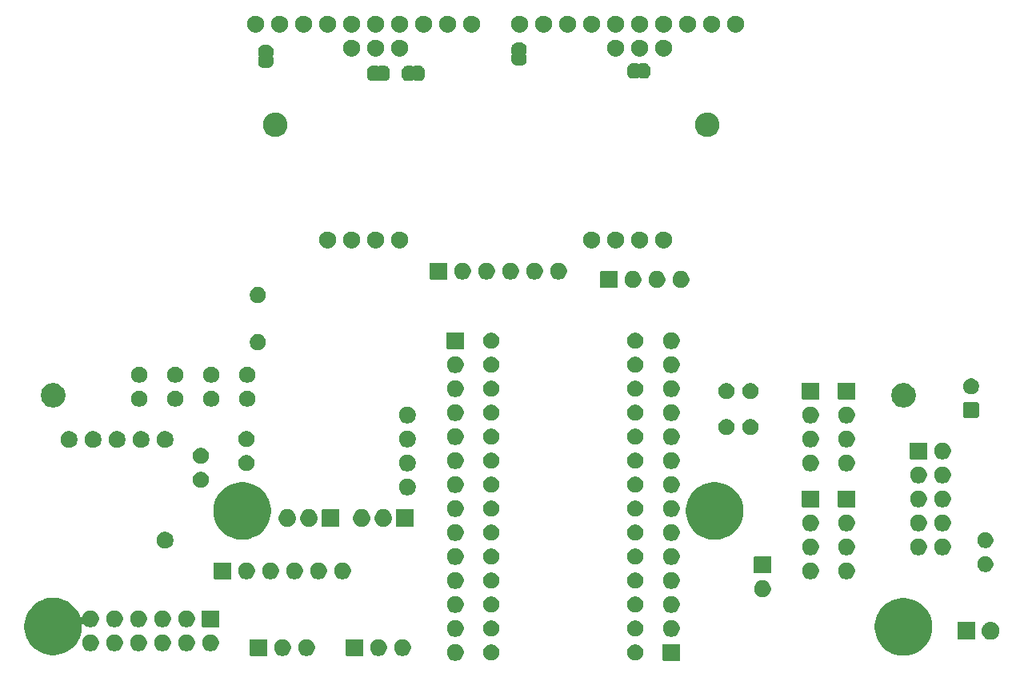
<source format=gbr>
G04 #@! TF.GenerationSoftware,KiCad,Pcbnew,9.0.4*
G04 #@! TF.CreationDate,2025-08-30T13:56:25-07:00*
G04 #@! TF.ProjectId,romi_board,726f6d69-5f62-46f6-9172-642e6b696361,rev?*
G04 #@! TF.SameCoordinates,Original*
G04 #@! TF.FileFunction,Soldermask,Bot*
G04 #@! TF.FilePolarity,Negative*
%FSLAX46Y46*%
G04 Gerber Fmt 4.6, Leading zero omitted, Abs format (unit mm)*
G04 Created by KiCad (PCBNEW 9.0.4) date 2025-08-30 13:56:25*
%MOMM*%
%LPD*%
G01*
G04 APERTURE LIST*
G04 APERTURE END LIST*
G36*
X122639639Y-150960539D02*
G01*
X122656184Y-150971595D01*
X122667240Y-150988140D01*
X122671122Y-151007657D01*
X122671122Y-152707657D01*
X122667240Y-152727174D01*
X122656184Y-152743719D01*
X122639639Y-152754775D01*
X122620122Y-152758657D01*
X120920122Y-152758657D01*
X120900605Y-152754775D01*
X120884060Y-152743719D01*
X120873004Y-152727174D01*
X120869122Y-152707657D01*
X120869122Y-151007657D01*
X120873004Y-150988140D01*
X120884060Y-150971595D01*
X120900605Y-150960539D01*
X120920122Y-150956657D01*
X122620122Y-150956657D01*
X122639639Y-150960539D01*
G37*
G36*
X99171668Y-150995454D02*
G01*
X99334850Y-151063046D01*
X99481710Y-151161175D01*
X99606604Y-151286069D01*
X99704733Y-151432929D01*
X99772325Y-151596111D01*
X99806783Y-151769344D01*
X99806783Y-151945970D01*
X99772325Y-152119203D01*
X99704733Y-152282385D01*
X99606604Y-152429245D01*
X99481710Y-152554139D01*
X99334850Y-152652268D01*
X99171668Y-152719860D01*
X98998435Y-152754318D01*
X98821809Y-152754318D01*
X98648576Y-152719860D01*
X98485394Y-152652268D01*
X98338534Y-152554139D01*
X98213640Y-152429245D01*
X98115511Y-152282385D01*
X98047919Y-152119203D01*
X98013461Y-151945970D01*
X98013461Y-151769344D01*
X98047919Y-151596111D01*
X98115511Y-151432929D01*
X98213640Y-151286069D01*
X98338534Y-151161175D01*
X98485394Y-151063046D01*
X98648576Y-150995454D01*
X98821809Y-150960996D01*
X98998435Y-150960996D01*
X99171668Y-150995454D01*
G37*
G36*
X102967154Y-151043301D02*
G01*
X103121281Y-151107142D01*
X103259991Y-151199825D01*
X103377954Y-151317788D01*
X103470637Y-151456498D01*
X103534478Y-151610625D01*
X103567024Y-151774244D01*
X103567024Y-151941070D01*
X103534478Y-152104689D01*
X103470637Y-152258816D01*
X103377954Y-152397526D01*
X103259991Y-152515489D01*
X103121281Y-152608172D01*
X102967154Y-152672013D01*
X102803535Y-152704559D01*
X102636709Y-152704559D01*
X102473090Y-152672013D01*
X102318963Y-152608172D01*
X102180253Y-152515489D01*
X102062290Y-152397526D01*
X101969607Y-152258816D01*
X101905766Y-152104689D01*
X101873220Y-151941070D01*
X101873220Y-151774244D01*
X101905766Y-151610625D01*
X101969607Y-151456498D01*
X102062290Y-151317788D01*
X102180253Y-151199825D01*
X102318963Y-151107142D01*
X102473090Y-151043301D01*
X102636709Y-151010755D01*
X102803535Y-151010755D01*
X102967154Y-151043301D01*
G37*
G36*
X118207154Y-151043301D02*
G01*
X118361281Y-151107142D01*
X118499991Y-151199825D01*
X118617954Y-151317788D01*
X118710637Y-151456498D01*
X118774478Y-151610625D01*
X118807024Y-151774244D01*
X118807024Y-151941070D01*
X118774478Y-152104689D01*
X118710637Y-152258816D01*
X118617954Y-152397526D01*
X118499991Y-152515489D01*
X118361281Y-152608172D01*
X118207154Y-152672013D01*
X118043535Y-152704559D01*
X117876709Y-152704559D01*
X117713090Y-152672013D01*
X117558963Y-152608172D01*
X117420253Y-152515489D01*
X117302290Y-152397526D01*
X117209607Y-152258816D01*
X117145766Y-152104689D01*
X117113220Y-151941070D01*
X117113220Y-151774244D01*
X117145766Y-151610625D01*
X117209607Y-151456498D01*
X117302290Y-151317788D01*
X117420253Y-151199825D01*
X117558963Y-151107142D01*
X117713090Y-151043301D01*
X117876709Y-151010755D01*
X118043535Y-151010755D01*
X118207154Y-151043301D01*
G37*
G36*
X78951639Y-150452539D02*
G01*
X78968184Y-150463595D01*
X78979240Y-150480140D01*
X78983122Y-150499657D01*
X78983122Y-152199657D01*
X78979240Y-152219174D01*
X78968184Y-152235719D01*
X78951639Y-152246775D01*
X78932122Y-152250657D01*
X77232122Y-152250657D01*
X77212605Y-152246775D01*
X77196060Y-152235719D01*
X77185004Y-152219174D01*
X77181122Y-152199657D01*
X77181122Y-150499657D01*
X77185004Y-150480140D01*
X77196060Y-150463595D01*
X77212605Y-150452539D01*
X77232122Y-150448657D01*
X78932122Y-150448657D01*
X78951639Y-150452539D01*
G37*
G36*
X89111639Y-150452539D02*
G01*
X89128184Y-150463595D01*
X89139240Y-150480140D01*
X89143122Y-150499657D01*
X89143122Y-152199657D01*
X89139240Y-152219174D01*
X89128184Y-152235719D01*
X89111639Y-152246775D01*
X89092122Y-152250657D01*
X87392122Y-152250657D01*
X87372605Y-152246775D01*
X87356060Y-152235719D01*
X87345004Y-152219174D01*
X87341122Y-152199657D01*
X87341122Y-150499657D01*
X87345004Y-150480140D01*
X87356060Y-150463595D01*
X87372605Y-150452539D01*
X87392122Y-150448657D01*
X89092122Y-150448657D01*
X89111639Y-150452539D01*
G37*
G36*
X80883668Y-150487454D02*
G01*
X81046850Y-150555046D01*
X81193710Y-150653175D01*
X81318604Y-150778069D01*
X81416733Y-150924929D01*
X81484325Y-151088111D01*
X81518783Y-151261344D01*
X81518783Y-151437970D01*
X81484325Y-151611203D01*
X81416733Y-151774385D01*
X81318604Y-151921245D01*
X81193710Y-152046139D01*
X81046850Y-152144268D01*
X80883668Y-152211860D01*
X80710435Y-152246318D01*
X80533809Y-152246318D01*
X80360576Y-152211860D01*
X80197394Y-152144268D01*
X80050534Y-152046139D01*
X79925640Y-151921245D01*
X79827511Y-151774385D01*
X79759919Y-151611203D01*
X79725461Y-151437970D01*
X79725461Y-151261344D01*
X79759919Y-151088111D01*
X79827511Y-150924929D01*
X79925640Y-150778069D01*
X80050534Y-150653175D01*
X80197394Y-150555046D01*
X80360576Y-150487454D01*
X80533809Y-150452996D01*
X80710435Y-150452996D01*
X80883668Y-150487454D01*
G37*
G36*
X83423668Y-150487454D02*
G01*
X83586850Y-150555046D01*
X83733710Y-150653175D01*
X83858604Y-150778069D01*
X83956733Y-150924929D01*
X84024325Y-151088111D01*
X84058783Y-151261344D01*
X84058783Y-151437970D01*
X84024325Y-151611203D01*
X83956733Y-151774385D01*
X83858604Y-151921245D01*
X83733710Y-152046139D01*
X83586850Y-152144268D01*
X83423668Y-152211860D01*
X83250435Y-152246318D01*
X83073809Y-152246318D01*
X82900576Y-152211860D01*
X82737394Y-152144268D01*
X82590534Y-152046139D01*
X82465640Y-151921245D01*
X82367511Y-151774385D01*
X82299919Y-151611203D01*
X82265461Y-151437970D01*
X82265461Y-151261344D01*
X82299919Y-151088111D01*
X82367511Y-150924929D01*
X82465640Y-150778069D01*
X82590534Y-150653175D01*
X82737394Y-150555046D01*
X82900576Y-150487454D01*
X83073809Y-150452996D01*
X83250435Y-150452996D01*
X83423668Y-150487454D01*
G37*
G36*
X91043668Y-150487454D02*
G01*
X91206850Y-150555046D01*
X91353710Y-150653175D01*
X91478604Y-150778069D01*
X91576733Y-150924929D01*
X91644325Y-151088111D01*
X91678783Y-151261344D01*
X91678783Y-151437970D01*
X91644325Y-151611203D01*
X91576733Y-151774385D01*
X91478604Y-151921245D01*
X91353710Y-152046139D01*
X91206850Y-152144268D01*
X91043668Y-152211860D01*
X90870435Y-152246318D01*
X90693809Y-152246318D01*
X90520576Y-152211860D01*
X90357394Y-152144268D01*
X90210534Y-152046139D01*
X90085640Y-151921245D01*
X89987511Y-151774385D01*
X89919919Y-151611203D01*
X89885461Y-151437970D01*
X89885461Y-151261344D01*
X89919919Y-151088111D01*
X89987511Y-150924929D01*
X90085640Y-150778069D01*
X90210534Y-150653175D01*
X90357394Y-150555046D01*
X90520576Y-150487454D01*
X90693809Y-150452996D01*
X90870435Y-150452996D01*
X91043668Y-150487454D01*
G37*
G36*
X93583668Y-150487454D02*
G01*
X93746850Y-150555046D01*
X93893710Y-150653175D01*
X94018604Y-150778069D01*
X94116733Y-150924929D01*
X94184325Y-151088111D01*
X94218783Y-151261344D01*
X94218783Y-151437970D01*
X94184325Y-151611203D01*
X94116733Y-151774385D01*
X94018604Y-151921245D01*
X93893710Y-152046139D01*
X93746850Y-152144268D01*
X93583668Y-152211860D01*
X93410435Y-152246318D01*
X93233809Y-152246318D01*
X93060576Y-152211860D01*
X92897394Y-152144268D01*
X92750534Y-152046139D01*
X92625640Y-151921245D01*
X92527511Y-151774385D01*
X92459919Y-151611203D01*
X92425461Y-151437970D01*
X92425461Y-151261344D01*
X92459919Y-151088111D01*
X92527511Y-150924929D01*
X92625640Y-150778069D01*
X92750534Y-150653175D01*
X92897394Y-150555046D01*
X93060576Y-150487454D01*
X93233809Y-150452996D01*
X93410435Y-150452996D01*
X93583668Y-150487454D01*
G37*
G36*
X146843183Y-146143765D02*
G01*
X147176747Y-146219898D01*
X147499689Y-146332901D01*
X147807948Y-146481350D01*
X148097648Y-146663381D01*
X148365145Y-146876703D01*
X148607076Y-147118634D01*
X148820398Y-147386131D01*
X149002429Y-147675831D01*
X149150878Y-147984090D01*
X149263881Y-148307032D01*
X149340014Y-148640596D01*
X149378322Y-148980586D01*
X149378322Y-149322728D01*
X149340014Y-149662718D01*
X149263881Y-149996282D01*
X149150878Y-150319224D01*
X149002429Y-150627483D01*
X148820398Y-150917183D01*
X148607076Y-151184680D01*
X148365145Y-151426611D01*
X148097648Y-151639933D01*
X147807948Y-151821964D01*
X147499689Y-151970413D01*
X147176747Y-152083416D01*
X146843183Y-152159549D01*
X146503193Y-152197857D01*
X146161051Y-152197857D01*
X145821061Y-152159549D01*
X145487497Y-152083416D01*
X145164555Y-151970413D01*
X144856296Y-151821964D01*
X144566596Y-151639933D01*
X144299099Y-151426611D01*
X144057168Y-151184680D01*
X143843846Y-150917183D01*
X143661815Y-150627483D01*
X143513366Y-150319224D01*
X143400363Y-149996282D01*
X143324230Y-149662718D01*
X143285922Y-149322728D01*
X143285922Y-148980586D01*
X143324230Y-148640596D01*
X143400363Y-148307032D01*
X143513366Y-147984090D01*
X143661815Y-147675831D01*
X143843846Y-147386131D01*
X144057168Y-147118634D01*
X144299099Y-146876703D01*
X144566596Y-146663381D01*
X144856296Y-146481350D01*
X145164555Y-146332901D01*
X145487497Y-146219898D01*
X145821061Y-146143765D01*
X146161051Y-146105457D01*
X146503193Y-146105457D01*
X146843183Y-146143765D01*
G37*
G36*
X56863183Y-146113765D02*
G01*
X57196747Y-146189898D01*
X57519689Y-146302901D01*
X57827948Y-146451350D01*
X58117648Y-146633381D01*
X58385145Y-146846703D01*
X58627076Y-147088634D01*
X58840398Y-147356131D01*
X59022429Y-147645831D01*
X59170878Y-147954090D01*
X59231067Y-148126101D01*
X59402953Y-148130925D01*
X59439318Y-148043130D01*
X59439919Y-148040111D01*
X59507511Y-147876929D01*
X59605640Y-147730069D01*
X59730534Y-147605175D01*
X59877394Y-147507046D01*
X60040576Y-147439454D01*
X60213809Y-147404996D01*
X60390435Y-147404996D01*
X60563668Y-147439454D01*
X60726850Y-147507046D01*
X60873710Y-147605175D01*
X60998604Y-147730069D01*
X61096733Y-147876929D01*
X61164325Y-148040111D01*
X61198783Y-148213344D01*
X61198783Y-148389970D01*
X61164325Y-148563203D01*
X61096733Y-148726385D01*
X60998604Y-148873245D01*
X60873710Y-148998139D01*
X60726850Y-149096268D01*
X60563668Y-149163860D01*
X60390435Y-149198318D01*
X60213809Y-149198318D01*
X60040576Y-149163860D01*
X59877394Y-149096268D01*
X59730534Y-148998139D01*
X59605640Y-148873245D01*
X59603927Y-148870682D01*
X59552454Y-148819209D01*
X59398126Y-148883133D01*
X59398126Y-148948846D01*
X59398322Y-148950586D01*
X59398322Y-149292728D01*
X59360014Y-149632718D01*
X59283881Y-149966282D01*
X59170878Y-150289224D01*
X59022429Y-150597483D01*
X58840398Y-150887183D01*
X58627076Y-151154680D01*
X58385145Y-151396611D01*
X58117648Y-151609933D01*
X57827948Y-151791964D01*
X57519689Y-151940413D01*
X57196747Y-152053416D01*
X56863183Y-152129549D01*
X56523193Y-152167857D01*
X56181051Y-152167857D01*
X55841061Y-152129549D01*
X55507497Y-152053416D01*
X55184555Y-151940413D01*
X54876296Y-151791964D01*
X54586596Y-151609933D01*
X54319099Y-151396611D01*
X54077168Y-151154680D01*
X53863846Y-150887183D01*
X53681815Y-150597483D01*
X53533366Y-150289224D01*
X53420363Y-149966282D01*
X53344230Y-149632718D01*
X53305922Y-149292728D01*
X53305922Y-148950586D01*
X53344230Y-148610596D01*
X53420363Y-148277032D01*
X53533366Y-147954090D01*
X53681815Y-147645831D01*
X53863846Y-147356131D01*
X54077168Y-147088634D01*
X54319099Y-146846703D01*
X54586596Y-146633381D01*
X54876296Y-146451350D01*
X55184555Y-146302901D01*
X55507497Y-146189898D01*
X55841061Y-146113765D01*
X56181051Y-146075457D01*
X56523193Y-146075457D01*
X56863183Y-146113765D01*
G37*
G36*
X60563668Y-149979454D02*
G01*
X60726850Y-150047046D01*
X60873710Y-150145175D01*
X60998604Y-150270069D01*
X61096733Y-150416929D01*
X61164325Y-150580111D01*
X61198783Y-150753344D01*
X61198783Y-150929970D01*
X61164325Y-151103203D01*
X61096733Y-151266385D01*
X60998604Y-151413245D01*
X60873710Y-151538139D01*
X60726850Y-151636268D01*
X60563668Y-151703860D01*
X60390435Y-151738318D01*
X60213809Y-151738318D01*
X60040576Y-151703860D01*
X59877394Y-151636268D01*
X59730534Y-151538139D01*
X59605640Y-151413245D01*
X59507511Y-151266385D01*
X59439919Y-151103203D01*
X59405461Y-150929970D01*
X59405461Y-150753344D01*
X59439919Y-150580111D01*
X59507511Y-150416929D01*
X59605640Y-150270069D01*
X59730534Y-150145175D01*
X59877394Y-150047046D01*
X60040576Y-149979454D01*
X60213809Y-149944996D01*
X60390435Y-149944996D01*
X60563668Y-149979454D01*
G37*
G36*
X63103668Y-149979454D02*
G01*
X63266850Y-150047046D01*
X63413710Y-150145175D01*
X63538604Y-150270069D01*
X63636733Y-150416929D01*
X63704325Y-150580111D01*
X63738783Y-150753344D01*
X63738783Y-150929970D01*
X63704325Y-151103203D01*
X63636733Y-151266385D01*
X63538604Y-151413245D01*
X63413710Y-151538139D01*
X63266850Y-151636268D01*
X63103668Y-151703860D01*
X62930435Y-151738318D01*
X62753809Y-151738318D01*
X62580576Y-151703860D01*
X62417394Y-151636268D01*
X62270534Y-151538139D01*
X62145640Y-151413245D01*
X62047511Y-151266385D01*
X61979919Y-151103203D01*
X61945461Y-150929970D01*
X61945461Y-150753344D01*
X61979919Y-150580111D01*
X62047511Y-150416929D01*
X62145640Y-150270069D01*
X62270534Y-150145175D01*
X62417394Y-150047046D01*
X62580576Y-149979454D01*
X62753809Y-149944996D01*
X62930435Y-149944996D01*
X63103668Y-149979454D01*
G37*
G36*
X65643668Y-149979454D02*
G01*
X65806850Y-150047046D01*
X65953710Y-150145175D01*
X66078604Y-150270069D01*
X66176733Y-150416929D01*
X66244325Y-150580111D01*
X66278783Y-150753344D01*
X66278783Y-150929970D01*
X66244325Y-151103203D01*
X66176733Y-151266385D01*
X66078604Y-151413245D01*
X65953710Y-151538139D01*
X65806850Y-151636268D01*
X65643668Y-151703860D01*
X65470435Y-151738318D01*
X65293809Y-151738318D01*
X65120576Y-151703860D01*
X64957394Y-151636268D01*
X64810534Y-151538139D01*
X64685640Y-151413245D01*
X64587511Y-151266385D01*
X64519919Y-151103203D01*
X64485461Y-150929970D01*
X64485461Y-150753344D01*
X64519919Y-150580111D01*
X64587511Y-150416929D01*
X64685640Y-150270069D01*
X64810534Y-150145175D01*
X64957394Y-150047046D01*
X65120576Y-149979454D01*
X65293809Y-149944996D01*
X65470435Y-149944996D01*
X65643668Y-149979454D01*
G37*
G36*
X68183668Y-149979454D02*
G01*
X68346850Y-150047046D01*
X68493710Y-150145175D01*
X68618604Y-150270069D01*
X68716733Y-150416929D01*
X68784325Y-150580111D01*
X68818783Y-150753344D01*
X68818783Y-150929970D01*
X68784325Y-151103203D01*
X68716733Y-151266385D01*
X68618604Y-151413245D01*
X68493710Y-151538139D01*
X68346850Y-151636268D01*
X68183668Y-151703860D01*
X68010435Y-151738318D01*
X67833809Y-151738318D01*
X67660576Y-151703860D01*
X67497394Y-151636268D01*
X67350534Y-151538139D01*
X67225640Y-151413245D01*
X67127511Y-151266385D01*
X67059919Y-151103203D01*
X67025461Y-150929970D01*
X67025461Y-150753344D01*
X67059919Y-150580111D01*
X67127511Y-150416929D01*
X67225640Y-150270069D01*
X67350534Y-150145175D01*
X67497394Y-150047046D01*
X67660576Y-149979454D01*
X67833809Y-149944996D01*
X68010435Y-149944996D01*
X68183668Y-149979454D01*
G37*
G36*
X70723668Y-149979454D02*
G01*
X70886850Y-150047046D01*
X71033710Y-150145175D01*
X71158604Y-150270069D01*
X71256733Y-150416929D01*
X71324325Y-150580111D01*
X71358783Y-150753344D01*
X71358783Y-150929970D01*
X71324325Y-151103203D01*
X71256733Y-151266385D01*
X71158604Y-151413245D01*
X71033710Y-151538139D01*
X70886850Y-151636268D01*
X70723668Y-151703860D01*
X70550435Y-151738318D01*
X70373809Y-151738318D01*
X70200576Y-151703860D01*
X70037394Y-151636268D01*
X69890534Y-151538139D01*
X69765640Y-151413245D01*
X69667511Y-151266385D01*
X69599919Y-151103203D01*
X69565461Y-150929970D01*
X69565461Y-150753344D01*
X69599919Y-150580111D01*
X69667511Y-150416929D01*
X69765640Y-150270069D01*
X69890534Y-150145175D01*
X70037394Y-150047046D01*
X70200576Y-149979454D01*
X70373809Y-149944996D01*
X70550435Y-149944996D01*
X70723668Y-149979454D01*
G37*
G36*
X73263668Y-149979454D02*
G01*
X73426850Y-150047046D01*
X73573710Y-150145175D01*
X73698604Y-150270069D01*
X73796733Y-150416929D01*
X73864325Y-150580111D01*
X73898783Y-150753344D01*
X73898783Y-150929970D01*
X73864325Y-151103203D01*
X73796733Y-151266385D01*
X73698604Y-151413245D01*
X73573710Y-151538139D01*
X73426850Y-151636268D01*
X73263668Y-151703860D01*
X73090435Y-151738318D01*
X72913809Y-151738318D01*
X72740576Y-151703860D01*
X72577394Y-151636268D01*
X72430534Y-151538139D01*
X72305640Y-151413245D01*
X72207511Y-151266385D01*
X72139919Y-151103203D01*
X72105461Y-150929970D01*
X72105461Y-150753344D01*
X72139919Y-150580111D01*
X72207511Y-150416929D01*
X72305640Y-150270069D01*
X72430534Y-150145175D01*
X72577394Y-150047046D01*
X72740576Y-149979454D01*
X72913809Y-149944996D01*
X73090435Y-149944996D01*
X73263668Y-149979454D01*
G37*
G36*
X153931639Y-148624539D02*
G01*
X153948184Y-148635595D01*
X153959240Y-148652140D01*
X153963122Y-148671657D01*
X153963122Y-150471657D01*
X153959240Y-150491174D01*
X153948184Y-150507719D01*
X153931639Y-150518775D01*
X153912122Y-150522657D01*
X152112122Y-150522657D01*
X152092605Y-150518775D01*
X152076060Y-150507719D01*
X152065004Y-150491174D01*
X152061122Y-150471657D01*
X152061122Y-148671657D01*
X152065004Y-148652140D01*
X152076060Y-148635595D01*
X152092605Y-148624539D01*
X152112122Y-148620657D01*
X153912122Y-148620657D01*
X153931639Y-148624539D01*
G37*
G36*
X155634675Y-148625236D02*
G01*
X155645336Y-148625236D01*
X155686987Y-148633521D01*
X155774038Y-148647308D01*
X155802040Y-148656406D01*
X155828183Y-148661607D01*
X155865078Y-148676889D01*
X155915906Y-148693405D01*
X155963521Y-148717666D01*
X156000420Y-148732950D01*
X156022585Y-148747760D01*
X156048815Y-148761125D01*
X156120112Y-148812925D01*
X156155430Y-148836524D01*
X156162968Y-148844062D01*
X156169492Y-148848802D01*
X156274976Y-148954286D01*
X156279715Y-148960809D01*
X156287255Y-148968349D01*
X156310856Y-149003671D01*
X156362653Y-149074963D01*
X156376016Y-149101190D01*
X156390829Y-149123359D01*
X156406115Y-149160262D01*
X156430373Y-149207872D01*
X156446886Y-149258692D01*
X156462172Y-149295596D01*
X156467373Y-149321743D01*
X156476470Y-149349740D01*
X156490256Y-149436782D01*
X156498543Y-149478443D01*
X156498543Y-149489104D01*
X156499805Y-149497072D01*
X156499805Y-149646241D01*
X156498543Y-149654208D01*
X156498543Y-149664871D01*
X156490255Y-149706534D01*
X156476470Y-149793573D01*
X156467373Y-149821567D01*
X156462172Y-149847718D01*
X156446884Y-149884625D01*
X156430373Y-149935441D01*
X156406117Y-149983045D01*
X156390829Y-150019955D01*
X156376014Y-150042127D01*
X156362653Y-150068350D01*
X156310864Y-150139630D01*
X156287255Y-150174965D01*
X156279713Y-150182506D01*
X156274976Y-150189027D01*
X156169492Y-150294511D01*
X156162971Y-150299248D01*
X156155430Y-150306790D01*
X156120095Y-150330399D01*
X156048815Y-150382188D01*
X156022592Y-150395549D01*
X156000420Y-150410364D01*
X155963510Y-150425652D01*
X155915906Y-150449908D01*
X155865090Y-150466419D01*
X155828183Y-150481707D01*
X155802032Y-150486908D01*
X155774038Y-150496005D01*
X155686997Y-150509790D01*
X155645336Y-150518078D01*
X155634675Y-150518078D01*
X155626707Y-150519340D01*
X155477537Y-150519340D01*
X155469569Y-150518078D01*
X155458908Y-150518078D01*
X155417247Y-150509791D01*
X155330205Y-150496005D01*
X155302208Y-150486908D01*
X155276061Y-150481707D01*
X155239157Y-150466421D01*
X155188337Y-150449908D01*
X155140727Y-150425650D01*
X155103824Y-150410364D01*
X155081655Y-150395551D01*
X155055428Y-150382188D01*
X154984136Y-150330391D01*
X154948814Y-150306790D01*
X154941274Y-150299250D01*
X154934751Y-150294511D01*
X154829267Y-150189027D01*
X154824527Y-150182503D01*
X154816989Y-150174965D01*
X154793390Y-150139647D01*
X154741590Y-150068350D01*
X154728225Y-150042120D01*
X154713415Y-150019955D01*
X154698131Y-149983056D01*
X154673870Y-149935441D01*
X154657354Y-149884613D01*
X154642072Y-149847718D01*
X154636871Y-149821575D01*
X154627773Y-149793573D01*
X154613986Y-149706524D01*
X154605701Y-149664871D01*
X154605701Y-149654209D01*
X154604439Y-149646241D01*
X154604439Y-149497072D01*
X154605701Y-149489103D01*
X154605701Y-149478443D01*
X154613985Y-149436793D01*
X154627773Y-149349740D01*
X154636872Y-149321735D01*
X154642072Y-149295596D01*
X154657353Y-149258703D01*
X154673870Y-149207872D01*
X154698133Y-149160252D01*
X154713415Y-149123359D01*
X154728223Y-149101196D01*
X154741590Y-149074963D01*
X154793399Y-149003653D01*
X154816989Y-148968349D01*
X154824524Y-148960813D01*
X154829267Y-148954286D01*
X154934751Y-148848802D01*
X154941278Y-148844059D01*
X154948814Y-148836524D01*
X154984118Y-148812934D01*
X155055428Y-148761125D01*
X155081661Y-148747758D01*
X155103824Y-148732950D01*
X155140717Y-148717668D01*
X155188337Y-148693405D01*
X155239168Y-148676888D01*
X155276061Y-148661607D01*
X155302200Y-148656407D01*
X155330205Y-148647308D01*
X155417258Y-148633520D01*
X155458908Y-148625236D01*
X155469569Y-148625236D01*
X155477537Y-148623974D01*
X155626707Y-148623974D01*
X155634675Y-148625236D01*
G37*
G36*
X99171668Y-148455454D02*
G01*
X99334850Y-148523046D01*
X99481710Y-148621175D01*
X99606604Y-148746069D01*
X99704733Y-148892929D01*
X99772325Y-149056111D01*
X99806783Y-149229344D01*
X99806783Y-149405970D01*
X99772325Y-149579203D01*
X99704733Y-149742385D01*
X99606604Y-149889245D01*
X99481710Y-150014139D01*
X99334850Y-150112268D01*
X99171668Y-150179860D01*
X98998435Y-150214318D01*
X98821809Y-150214318D01*
X98648576Y-150179860D01*
X98485394Y-150112268D01*
X98338534Y-150014139D01*
X98213640Y-149889245D01*
X98115511Y-149742385D01*
X98047919Y-149579203D01*
X98013461Y-149405970D01*
X98013461Y-149229344D01*
X98047919Y-149056111D01*
X98115511Y-148892929D01*
X98213640Y-148746069D01*
X98338534Y-148621175D01*
X98485394Y-148523046D01*
X98648576Y-148455454D01*
X98821809Y-148420996D01*
X98998435Y-148420996D01*
X99171668Y-148455454D01*
G37*
G36*
X122031668Y-148455454D02*
G01*
X122194850Y-148523046D01*
X122341710Y-148621175D01*
X122466604Y-148746069D01*
X122564733Y-148892929D01*
X122632325Y-149056111D01*
X122666783Y-149229344D01*
X122666783Y-149405970D01*
X122632325Y-149579203D01*
X122564733Y-149742385D01*
X122466604Y-149889245D01*
X122341710Y-150014139D01*
X122194850Y-150112268D01*
X122031668Y-150179860D01*
X121858435Y-150214318D01*
X121681809Y-150214318D01*
X121508576Y-150179860D01*
X121345394Y-150112268D01*
X121198534Y-150014139D01*
X121073640Y-149889245D01*
X120975511Y-149742385D01*
X120907919Y-149579203D01*
X120873461Y-149405970D01*
X120873461Y-149229344D01*
X120907919Y-149056111D01*
X120975511Y-148892929D01*
X121073640Y-148746069D01*
X121198534Y-148621175D01*
X121345394Y-148523046D01*
X121508576Y-148455454D01*
X121681809Y-148420996D01*
X121858435Y-148420996D01*
X122031668Y-148455454D01*
G37*
G36*
X102967154Y-148503301D02*
G01*
X103121281Y-148567142D01*
X103259991Y-148659825D01*
X103377954Y-148777788D01*
X103470637Y-148916498D01*
X103534478Y-149070625D01*
X103567024Y-149234244D01*
X103567024Y-149401070D01*
X103534478Y-149564689D01*
X103470637Y-149718816D01*
X103377954Y-149857526D01*
X103259991Y-149975489D01*
X103121281Y-150068172D01*
X102967154Y-150132013D01*
X102803535Y-150164559D01*
X102636709Y-150164559D01*
X102473090Y-150132013D01*
X102318963Y-150068172D01*
X102180253Y-149975489D01*
X102062290Y-149857526D01*
X101969607Y-149718816D01*
X101905766Y-149564689D01*
X101873220Y-149401070D01*
X101873220Y-149234244D01*
X101905766Y-149070625D01*
X101969607Y-148916498D01*
X102062290Y-148777788D01*
X102180253Y-148659825D01*
X102318963Y-148567142D01*
X102473090Y-148503301D01*
X102636709Y-148470755D01*
X102803535Y-148470755D01*
X102967154Y-148503301D01*
G37*
G36*
X118207154Y-148503301D02*
G01*
X118361281Y-148567142D01*
X118499991Y-148659825D01*
X118617954Y-148777788D01*
X118710637Y-148916498D01*
X118774478Y-149070625D01*
X118807024Y-149234244D01*
X118807024Y-149401070D01*
X118774478Y-149564689D01*
X118710637Y-149718816D01*
X118617954Y-149857526D01*
X118499991Y-149975489D01*
X118361281Y-150068172D01*
X118207154Y-150132013D01*
X118043535Y-150164559D01*
X117876709Y-150164559D01*
X117713090Y-150132013D01*
X117558963Y-150068172D01*
X117420253Y-149975489D01*
X117302290Y-149857526D01*
X117209607Y-149718816D01*
X117145766Y-149564689D01*
X117113220Y-149401070D01*
X117113220Y-149234244D01*
X117145766Y-149070625D01*
X117209607Y-148916498D01*
X117302290Y-148777788D01*
X117420253Y-148659825D01*
X117558963Y-148567142D01*
X117713090Y-148503301D01*
X117876709Y-148470755D01*
X118043535Y-148470755D01*
X118207154Y-148503301D01*
G37*
G36*
X73871639Y-147404539D02*
G01*
X73888184Y-147415595D01*
X73899240Y-147432140D01*
X73903122Y-147451657D01*
X73903122Y-149151657D01*
X73899240Y-149171174D01*
X73888184Y-149187719D01*
X73871639Y-149198775D01*
X73852122Y-149202657D01*
X72152122Y-149202657D01*
X72132605Y-149198775D01*
X72116060Y-149187719D01*
X72105004Y-149171174D01*
X72101122Y-149151657D01*
X72101122Y-147451657D01*
X72105004Y-147432140D01*
X72116060Y-147415595D01*
X72132605Y-147404539D01*
X72152122Y-147400657D01*
X73852122Y-147400657D01*
X73871639Y-147404539D01*
G37*
G36*
X63103668Y-147439454D02*
G01*
X63266850Y-147507046D01*
X63413710Y-147605175D01*
X63538604Y-147730069D01*
X63636733Y-147876929D01*
X63704325Y-148040111D01*
X63738783Y-148213344D01*
X63738783Y-148389970D01*
X63704325Y-148563203D01*
X63636733Y-148726385D01*
X63538604Y-148873245D01*
X63413710Y-148998139D01*
X63266850Y-149096268D01*
X63103668Y-149163860D01*
X62930435Y-149198318D01*
X62753809Y-149198318D01*
X62580576Y-149163860D01*
X62417394Y-149096268D01*
X62270534Y-148998139D01*
X62145640Y-148873245D01*
X62047511Y-148726385D01*
X61979919Y-148563203D01*
X61945461Y-148389970D01*
X61945461Y-148213344D01*
X61979919Y-148040111D01*
X62047511Y-147876929D01*
X62145640Y-147730069D01*
X62270534Y-147605175D01*
X62417394Y-147507046D01*
X62580576Y-147439454D01*
X62753809Y-147404996D01*
X62930435Y-147404996D01*
X63103668Y-147439454D01*
G37*
G36*
X65643668Y-147439454D02*
G01*
X65806850Y-147507046D01*
X65953710Y-147605175D01*
X66078604Y-147730069D01*
X66176733Y-147876929D01*
X66244325Y-148040111D01*
X66278783Y-148213344D01*
X66278783Y-148389970D01*
X66244325Y-148563203D01*
X66176733Y-148726385D01*
X66078604Y-148873245D01*
X65953710Y-148998139D01*
X65806850Y-149096268D01*
X65643668Y-149163860D01*
X65470435Y-149198318D01*
X65293809Y-149198318D01*
X65120576Y-149163860D01*
X64957394Y-149096268D01*
X64810534Y-148998139D01*
X64685640Y-148873245D01*
X64587511Y-148726385D01*
X64519919Y-148563203D01*
X64485461Y-148389970D01*
X64485461Y-148213344D01*
X64519919Y-148040111D01*
X64587511Y-147876929D01*
X64685640Y-147730069D01*
X64810534Y-147605175D01*
X64957394Y-147507046D01*
X65120576Y-147439454D01*
X65293809Y-147404996D01*
X65470435Y-147404996D01*
X65643668Y-147439454D01*
G37*
G36*
X68183668Y-147439454D02*
G01*
X68346850Y-147507046D01*
X68493710Y-147605175D01*
X68618604Y-147730069D01*
X68716733Y-147876929D01*
X68784325Y-148040111D01*
X68818783Y-148213344D01*
X68818783Y-148389970D01*
X68784325Y-148563203D01*
X68716733Y-148726385D01*
X68618604Y-148873245D01*
X68493710Y-148998139D01*
X68346850Y-149096268D01*
X68183668Y-149163860D01*
X68010435Y-149198318D01*
X67833809Y-149198318D01*
X67660576Y-149163860D01*
X67497394Y-149096268D01*
X67350534Y-148998139D01*
X67225640Y-148873245D01*
X67127511Y-148726385D01*
X67059919Y-148563203D01*
X67025461Y-148389970D01*
X67025461Y-148213344D01*
X67059919Y-148040111D01*
X67127511Y-147876929D01*
X67225640Y-147730069D01*
X67350534Y-147605175D01*
X67497394Y-147507046D01*
X67660576Y-147439454D01*
X67833809Y-147404996D01*
X68010435Y-147404996D01*
X68183668Y-147439454D01*
G37*
G36*
X70723668Y-147439454D02*
G01*
X70886850Y-147507046D01*
X71033710Y-147605175D01*
X71158604Y-147730069D01*
X71256733Y-147876929D01*
X71324325Y-148040111D01*
X71358783Y-148213344D01*
X71358783Y-148389970D01*
X71324325Y-148563203D01*
X71256733Y-148726385D01*
X71158604Y-148873245D01*
X71033710Y-148998139D01*
X70886850Y-149096268D01*
X70723668Y-149163860D01*
X70550435Y-149198318D01*
X70373809Y-149198318D01*
X70200576Y-149163860D01*
X70037394Y-149096268D01*
X69890534Y-148998139D01*
X69765640Y-148873245D01*
X69667511Y-148726385D01*
X69599919Y-148563203D01*
X69565461Y-148389970D01*
X69565461Y-148213344D01*
X69599919Y-148040111D01*
X69667511Y-147876929D01*
X69765640Y-147730069D01*
X69890534Y-147605175D01*
X70037394Y-147507046D01*
X70200576Y-147439454D01*
X70373809Y-147404996D01*
X70550435Y-147404996D01*
X70723668Y-147439454D01*
G37*
G36*
X99171668Y-145915454D02*
G01*
X99334850Y-145983046D01*
X99481710Y-146081175D01*
X99606604Y-146206069D01*
X99704733Y-146352929D01*
X99772325Y-146516111D01*
X99806783Y-146689344D01*
X99806783Y-146865970D01*
X99772325Y-147039203D01*
X99704733Y-147202385D01*
X99606604Y-147349245D01*
X99481710Y-147474139D01*
X99334850Y-147572268D01*
X99171668Y-147639860D01*
X98998435Y-147674318D01*
X98821809Y-147674318D01*
X98648576Y-147639860D01*
X98485394Y-147572268D01*
X98338534Y-147474139D01*
X98213640Y-147349245D01*
X98115511Y-147202385D01*
X98047919Y-147039203D01*
X98013461Y-146865970D01*
X98013461Y-146689344D01*
X98047919Y-146516111D01*
X98115511Y-146352929D01*
X98213640Y-146206069D01*
X98338534Y-146081175D01*
X98485394Y-145983046D01*
X98648576Y-145915454D01*
X98821809Y-145880996D01*
X98998435Y-145880996D01*
X99171668Y-145915454D01*
G37*
G36*
X122031668Y-145915454D02*
G01*
X122194850Y-145983046D01*
X122341710Y-146081175D01*
X122466604Y-146206069D01*
X122564733Y-146352929D01*
X122632325Y-146516111D01*
X122666783Y-146689344D01*
X122666783Y-146865970D01*
X122632325Y-147039203D01*
X122564733Y-147202385D01*
X122466604Y-147349245D01*
X122341710Y-147474139D01*
X122194850Y-147572268D01*
X122031668Y-147639860D01*
X121858435Y-147674318D01*
X121681809Y-147674318D01*
X121508576Y-147639860D01*
X121345394Y-147572268D01*
X121198534Y-147474139D01*
X121073640Y-147349245D01*
X120975511Y-147202385D01*
X120907919Y-147039203D01*
X120873461Y-146865970D01*
X120873461Y-146689344D01*
X120907919Y-146516111D01*
X120975511Y-146352929D01*
X121073640Y-146206069D01*
X121198534Y-146081175D01*
X121345394Y-145983046D01*
X121508576Y-145915454D01*
X121681809Y-145880996D01*
X121858435Y-145880996D01*
X122031668Y-145915454D01*
G37*
G36*
X102967154Y-145963301D02*
G01*
X103121281Y-146027142D01*
X103259991Y-146119825D01*
X103377954Y-146237788D01*
X103470637Y-146376498D01*
X103534478Y-146530625D01*
X103567024Y-146694244D01*
X103567024Y-146861070D01*
X103534478Y-147024689D01*
X103470637Y-147178816D01*
X103377954Y-147317526D01*
X103259991Y-147435489D01*
X103121281Y-147528172D01*
X102967154Y-147592013D01*
X102803535Y-147624559D01*
X102636709Y-147624559D01*
X102473090Y-147592013D01*
X102318963Y-147528172D01*
X102180253Y-147435489D01*
X102062290Y-147317526D01*
X101969607Y-147178816D01*
X101905766Y-147024689D01*
X101873220Y-146861070D01*
X101873220Y-146694244D01*
X101905766Y-146530625D01*
X101969607Y-146376498D01*
X102062290Y-146237788D01*
X102180253Y-146119825D01*
X102318963Y-146027142D01*
X102473090Y-145963301D01*
X102636709Y-145930755D01*
X102803535Y-145930755D01*
X102967154Y-145963301D01*
G37*
G36*
X118207154Y-145963301D02*
G01*
X118361281Y-146027142D01*
X118499991Y-146119825D01*
X118617954Y-146237788D01*
X118710637Y-146376498D01*
X118774478Y-146530625D01*
X118807024Y-146694244D01*
X118807024Y-146861070D01*
X118774478Y-147024689D01*
X118710637Y-147178816D01*
X118617954Y-147317526D01*
X118499991Y-147435489D01*
X118361281Y-147528172D01*
X118207154Y-147592013D01*
X118043535Y-147624559D01*
X117876709Y-147624559D01*
X117713090Y-147592013D01*
X117558963Y-147528172D01*
X117420253Y-147435489D01*
X117302290Y-147317526D01*
X117209607Y-147178816D01*
X117145766Y-147024689D01*
X117113220Y-146861070D01*
X117113220Y-146694244D01*
X117145766Y-146530625D01*
X117209607Y-146376498D01*
X117302290Y-146237788D01*
X117420253Y-146119825D01*
X117558963Y-146027142D01*
X117713090Y-145963301D01*
X117876709Y-145930755D01*
X118043535Y-145930755D01*
X118207154Y-145963301D01*
G37*
G36*
X131683668Y-144264454D02*
G01*
X131846850Y-144332046D01*
X131993710Y-144430175D01*
X132118604Y-144555069D01*
X132216733Y-144701929D01*
X132284325Y-144865111D01*
X132318783Y-145038344D01*
X132318783Y-145214970D01*
X132284325Y-145388203D01*
X132216733Y-145551385D01*
X132118604Y-145698245D01*
X131993710Y-145823139D01*
X131846850Y-145921268D01*
X131683668Y-145988860D01*
X131510435Y-146023318D01*
X131333809Y-146023318D01*
X131160576Y-145988860D01*
X130997394Y-145921268D01*
X130850534Y-145823139D01*
X130725640Y-145698245D01*
X130627511Y-145551385D01*
X130559919Y-145388203D01*
X130525461Y-145214970D01*
X130525461Y-145038344D01*
X130559919Y-144865111D01*
X130627511Y-144701929D01*
X130725640Y-144555069D01*
X130850534Y-144430175D01*
X130997394Y-144332046D01*
X131160576Y-144264454D01*
X131333809Y-144229996D01*
X131510435Y-144229996D01*
X131683668Y-144264454D01*
G37*
G36*
X99171668Y-143375454D02*
G01*
X99334850Y-143443046D01*
X99481710Y-143541175D01*
X99606604Y-143666069D01*
X99704733Y-143812929D01*
X99772325Y-143976111D01*
X99806783Y-144149344D01*
X99806783Y-144325970D01*
X99772325Y-144499203D01*
X99704733Y-144662385D01*
X99606604Y-144809245D01*
X99481710Y-144934139D01*
X99334850Y-145032268D01*
X99171668Y-145099860D01*
X98998435Y-145134318D01*
X98821809Y-145134318D01*
X98648576Y-145099860D01*
X98485394Y-145032268D01*
X98338534Y-144934139D01*
X98213640Y-144809245D01*
X98115511Y-144662385D01*
X98047919Y-144499203D01*
X98013461Y-144325970D01*
X98013461Y-144149344D01*
X98047919Y-143976111D01*
X98115511Y-143812929D01*
X98213640Y-143666069D01*
X98338534Y-143541175D01*
X98485394Y-143443046D01*
X98648576Y-143375454D01*
X98821809Y-143340996D01*
X98998435Y-143340996D01*
X99171668Y-143375454D01*
G37*
G36*
X122031668Y-143375454D02*
G01*
X122194850Y-143443046D01*
X122341710Y-143541175D01*
X122466604Y-143666069D01*
X122564733Y-143812929D01*
X122632325Y-143976111D01*
X122666783Y-144149344D01*
X122666783Y-144325970D01*
X122632325Y-144499203D01*
X122564733Y-144662385D01*
X122466604Y-144809245D01*
X122341710Y-144934139D01*
X122194850Y-145032268D01*
X122031668Y-145099860D01*
X121858435Y-145134318D01*
X121681809Y-145134318D01*
X121508576Y-145099860D01*
X121345394Y-145032268D01*
X121198534Y-144934139D01*
X121073640Y-144809245D01*
X120975511Y-144662385D01*
X120907919Y-144499203D01*
X120873461Y-144325970D01*
X120873461Y-144149344D01*
X120907919Y-143976111D01*
X120975511Y-143812929D01*
X121073640Y-143666069D01*
X121198534Y-143541175D01*
X121345394Y-143443046D01*
X121508576Y-143375454D01*
X121681809Y-143340996D01*
X121858435Y-143340996D01*
X122031668Y-143375454D01*
G37*
G36*
X102967154Y-143423301D02*
G01*
X103121281Y-143487142D01*
X103259991Y-143579825D01*
X103377954Y-143697788D01*
X103470637Y-143836498D01*
X103534478Y-143990625D01*
X103567024Y-144154244D01*
X103567024Y-144321070D01*
X103534478Y-144484689D01*
X103470637Y-144638816D01*
X103377954Y-144777526D01*
X103259991Y-144895489D01*
X103121281Y-144988172D01*
X102967154Y-145052013D01*
X102803535Y-145084559D01*
X102636709Y-145084559D01*
X102473090Y-145052013D01*
X102318963Y-144988172D01*
X102180253Y-144895489D01*
X102062290Y-144777526D01*
X101969607Y-144638816D01*
X101905766Y-144484689D01*
X101873220Y-144321070D01*
X101873220Y-144154244D01*
X101905766Y-143990625D01*
X101969607Y-143836498D01*
X102062290Y-143697788D01*
X102180253Y-143579825D01*
X102318963Y-143487142D01*
X102473090Y-143423301D01*
X102636709Y-143390755D01*
X102803535Y-143390755D01*
X102967154Y-143423301D01*
G37*
G36*
X118207154Y-143423301D02*
G01*
X118361281Y-143487142D01*
X118499991Y-143579825D01*
X118617954Y-143697788D01*
X118710637Y-143836498D01*
X118774478Y-143990625D01*
X118807024Y-144154244D01*
X118807024Y-144321070D01*
X118774478Y-144484689D01*
X118710637Y-144638816D01*
X118617954Y-144777526D01*
X118499991Y-144895489D01*
X118361281Y-144988172D01*
X118207154Y-145052013D01*
X118043535Y-145084559D01*
X117876709Y-145084559D01*
X117713090Y-145052013D01*
X117558963Y-144988172D01*
X117420253Y-144895489D01*
X117302290Y-144777526D01*
X117209607Y-144638816D01*
X117145766Y-144484689D01*
X117113220Y-144321070D01*
X117113220Y-144154244D01*
X117145766Y-143990625D01*
X117209607Y-143836498D01*
X117302290Y-143697788D01*
X117420253Y-143579825D01*
X117558963Y-143487142D01*
X117713090Y-143423301D01*
X117876709Y-143390755D01*
X118043535Y-143390755D01*
X118207154Y-143423301D01*
G37*
G36*
X75141639Y-142324539D02*
G01*
X75158184Y-142335595D01*
X75169240Y-142352140D01*
X75173122Y-142371657D01*
X75173122Y-144071657D01*
X75169240Y-144091174D01*
X75158184Y-144107719D01*
X75141639Y-144118775D01*
X75122122Y-144122657D01*
X73422122Y-144122657D01*
X73402605Y-144118775D01*
X73386060Y-144107719D01*
X73375004Y-144091174D01*
X73371122Y-144071657D01*
X73371122Y-142371657D01*
X73375004Y-142352140D01*
X73386060Y-142335595D01*
X73402605Y-142324539D01*
X73422122Y-142320657D01*
X75122122Y-142320657D01*
X75141639Y-142324539D01*
G37*
G36*
X77073668Y-142359454D02*
G01*
X77236850Y-142427046D01*
X77383710Y-142525175D01*
X77508604Y-142650069D01*
X77606733Y-142796929D01*
X77674325Y-142960111D01*
X77708783Y-143133344D01*
X77708783Y-143309970D01*
X77674325Y-143483203D01*
X77606733Y-143646385D01*
X77508604Y-143793245D01*
X77383710Y-143918139D01*
X77236850Y-144016268D01*
X77073668Y-144083860D01*
X76900435Y-144118318D01*
X76723809Y-144118318D01*
X76550576Y-144083860D01*
X76387394Y-144016268D01*
X76240534Y-143918139D01*
X76115640Y-143793245D01*
X76017511Y-143646385D01*
X75949919Y-143483203D01*
X75915461Y-143309970D01*
X75915461Y-143133344D01*
X75949919Y-142960111D01*
X76017511Y-142796929D01*
X76115640Y-142650069D01*
X76240534Y-142525175D01*
X76387394Y-142427046D01*
X76550576Y-142359454D01*
X76723809Y-142324996D01*
X76900435Y-142324996D01*
X77073668Y-142359454D01*
G37*
G36*
X79613668Y-142359454D02*
G01*
X79776850Y-142427046D01*
X79923710Y-142525175D01*
X80048604Y-142650069D01*
X80146733Y-142796929D01*
X80214325Y-142960111D01*
X80248783Y-143133344D01*
X80248783Y-143309970D01*
X80214325Y-143483203D01*
X80146733Y-143646385D01*
X80048604Y-143793245D01*
X79923710Y-143918139D01*
X79776850Y-144016268D01*
X79613668Y-144083860D01*
X79440435Y-144118318D01*
X79263809Y-144118318D01*
X79090576Y-144083860D01*
X78927394Y-144016268D01*
X78780534Y-143918139D01*
X78655640Y-143793245D01*
X78557511Y-143646385D01*
X78489919Y-143483203D01*
X78455461Y-143309970D01*
X78455461Y-143133344D01*
X78489919Y-142960111D01*
X78557511Y-142796929D01*
X78655640Y-142650069D01*
X78780534Y-142525175D01*
X78927394Y-142427046D01*
X79090576Y-142359454D01*
X79263809Y-142324996D01*
X79440435Y-142324996D01*
X79613668Y-142359454D01*
G37*
G36*
X82153668Y-142359454D02*
G01*
X82316850Y-142427046D01*
X82463710Y-142525175D01*
X82588604Y-142650069D01*
X82686733Y-142796929D01*
X82754325Y-142960111D01*
X82788783Y-143133344D01*
X82788783Y-143309970D01*
X82754325Y-143483203D01*
X82686733Y-143646385D01*
X82588604Y-143793245D01*
X82463710Y-143918139D01*
X82316850Y-144016268D01*
X82153668Y-144083860D01*
X81980435Y-144118318D01*
X81803809Y-144118318D01*
X81630576Y-144083860D01*
X81467394Y-144016268D01*
X81320534Y-143918139D01*
X81195640Y-143793245D01*
X81097511Y-143646385D01*
X81029919Y-143483203D01*
X80995461Y-143309970D01*
X80995461Y-143133344D01*
X81029919Y-142960111D01*
X81097511Y-142796929D01*
X81195640Y-142650069D01*
X81320534Y-142525175D01*
X81467394Y-142427046D01*
X81630576Y-142359454D01*
X81803809Y-142324996D01*
X81980435Y-142324996D01*
X82153668Y-142359454D01*
G37*
G36*
X84693668Y-142359454D02*
G01*
X84856850Y-142427046D01*
X85003710Y-142525175D01*
X85128604Y-142650069D01*
X85226733Y-142796929D01*
X85294325Y-142960111D01*
X85328783Y-143133344D01*
X85328783Y-143309970D01*
X85294325Y-143483203D01*
X85226733Y-143646385D01*
X85128604Y-143793245D01*
X85003710Y-143918139D01*
X84856850Y-144016268D01*
X84693668Y-144083860D01*
X84520435Y-144118318D01*
X84343809Y-144118318D01*
X84170576Y-144083860D01*
X84007394Y-144016268D01*
X83860534Y-143918139D01*
X83735640Y-143793245D01*
X83637511Y-143646385D01*
X83569919Y-143483203D01*
X83535461Y-143309970D01*
X83535461Y-143133344D01*
X83569919Y-142960111D01*
X83637511Y-142796929D01*
X83735640Y-142650069D01*
X83860534Y-142525175D01*
X84007394Y-142427046D01*
X84170576Y-142359454D01*
X84343809Y-142324996D01*
X84520435Y-142324996D01*
X84693668Y-142359454D01*
G37*
G36*
X87233668Y-142359454D02*
G01*
X87396850Y-142427046D01*
X87543710Y-142525175D01*
X87668604Y-142650069D01*
X87766733Y-142796929D01*
X87834325Y-142960111D01*
X87868783Y-143133344D01*
X87868783Y-143309970D01*
X87834325Y-143483203D01*
X87766733Y-143646385D01*
X87668604Y-143793245D01*
X87543710Y-143918139D01*
X87396850Y-144016268D01*
X87233668Y-144083860D01*
X87060435Y-144118318D01*
X86883809Y-144118318D01*
X86710576Y-144083860D01*
X86547394Y-144016268D01*
X86400534Y-143918139D01*
X86275640Y-143793245D01*
X86177511Y-143646385D01*
X86109919Y-143483203D01*
X86075461Y-143309970D01*
X86075461Y-143133344D01*
X86109919Y-142960111D01*
X86177511Y-142796929D01*
X86275640Y-142650069D01*
X86400534Y-142525175D01*
X86547394Y-142427046D01*
X86710576Y-142359454D01*
X86883809Y-142324996D01*
X87060435Y-142324996D01*
X87233668Y-142359454D01*
G37*
G36*
X136763668Y-142359454D02*
G01*
X136926850Y-142427046D01*
X137073710Y-142525175D01*
X137198604Y-142650069D01*
X137296733Y-142796929D01*
X137364325Y-142960111D01*
X137398783Y-143133344D01*
X137398783Y-143309970D01*
X137364325Y-143483203D01*
X137296733Y-143646385D01*
X137198604Y-143793245D01*
X137073710Y-143918139D01*
X136926850Y-144016268D01*
X136763668Y-144083860D01*
X136590435Y-144118318D01*
X136413809Y-144118318D01*
X136240576Y-144083860D01*
X136077394Y-144016268D01*
X135930534Y-143918139D01*
X135805640Y-143793245D01*
X135707511Y-143646385D01*
X135639919Y-143483203D01*
X135605461Y-143309970D01*
X135605461Y-143133344D01*
X135639919Y-142960111D01*
X135707511Y-142796929D01*
X135805640Y-142650069D01*
X135930534Y-142525175D01*
X136077394Y-142427046D01*
X136240576Y-142359454D01*
X136413809Y-142324996D01*
X136590435Y-142324996D01*
X136763668Y-142359454D01*
G37*
G36*
X140573668Y-142359454D02*
G01*
X140736850Y-142427046D01*
X140883710Y-142525175D01*
X141008604Y-142650069D01*
X141106733Y-142796929D01*
X141174325Y-142960111D01*
X141208783Y-143133344D01*
X141208783Y-143309970D01*
X141174325Y-143483203D01*
X141106733Y-143646385D01*
X141008604Y-143793245D01*
X140883710Y-143918139D01*
X140736850Y-144016268D01*
X140573668Y-144083860D01*
X140400435Y-144118318D01*
X140223809Y-144118318D01*
X140050576Y-144083860D01*
X139887394Y-144016268D01*
X139740534Y-143918139D01*
X139615640Y-143793245D01*
X139517511Y-143646385D01*
X139449919Y-143483203D01*
X139415461Y-143309970D01*
X139415461Y-143133344D01*
X139449919Y-142960111D01*
X139517511Y-142796929D01*
X139615640Y-142650069D01*
X139740534Y-142525175D01*
X139887394Y-142427046D01*
X140050576Y-142359454D01*
X140223809Y-142324996D01*
X140400435Y-142324996D01*
X140573668Y-142359454D01*
G37*
G36*
X132291639Y-141689539D02*
G01*
X132308184Y-141700595D01*
X132319240Y-141717140D01*
X132323122Y-141736657D01*
X132323122Y-143436657D01*
X132319240Y-143456174D01*
X132308184Y-143472719D01*
X132291639Y-143483775D01*
X132272122Y-143487657D01*
X130572122Y-143487657D01*
X130552605Y-143483775D01*
X130536060Y-143472719D01*
X130525004Y-143456174D01*
X130521122Y-143436657D01*
X130521122Y-141736657D01*
X130525004Y-141717140D01*
X130536060Y-141700595D01*
X130552605Y-141689539D01*
X130572122Y-141685657D01*
X132272122Y-141685657D01*
X132291639Y-141689539D01*
G37*
G36*
X155247032Y-141685644D02*
G01*
X155401159Y-141749485D01*
X155539869Y-141842168D01*
X155657832Y-141960131D01*
X155750515Y-142098841D01*
X155814356Y-142252968D01*
X155846902Y-142416587D01*
X155846902Y-142583413D01*
X155814356Y-142747032D01*
X155750515Y-142901159D01*
X155657832Y-143039869D01*
X155539869Y-143157832D01*
X155401159Y-143250515D01*
X155247032Y-143314356D01*
X155083413Y-143346902D01*
X154916587Y-143346902D01*
X154752968Y-143314356D01*
X154598841Y-143250515D01*
X154460131Y-143157832D01*
X154342168Y-143039869D01*
X154249485Y-142901159D01*
X154185644Y-142747032D01*
X154153098Y-142583413D01*
X154153098Y-142416587D01*
X154185644Y-142252968D01*
X154249485Y-142098841D01*
X154342168Y-141960131D01*
X154460131Y-141842168D01*
X154598841Y-141749485D01*
X154752968Y-141685644D01*
X154916587Y-141653098D01*
X155083413Y-141653098D01*
X155247032Y-141685644D01*
G37*
G36*
X99171668Y-140835454D02*
G01*
X99334850Y-140903046D01*
X99481710Y-141001175D01*
X99606604Y-141126069D01*
X99704733Y-141272929D01*
X99772325Y-141436111D01*
X99806783Y-141609344D01*
X99806783Y-141785970D01*
X99772325Y-141959203D01*
X99704733Y-142122385D01*
X99606604Y-142269245D01*
X99481710Y-142394139D01*
X99334850Y-142492268D01*
X99171668Y-142559860D01*
X98998435Y-142594318D01*
X98821809Y-142594318D01*
X98648576Y-142559860D01*
X98485394Y-142492268D01*
X98338534Y-142394139D01*
X98213640Y-142269245D01*
X98115511Y-142122385D01*
X98047919Y-141959203D01*
X98013461Y-141785970D01*
X98013461Y-141609344D01*
X98047919Y-141436111D01*
X98115511Y-141272929D01*
X98213640Y-141126069D01*
X98338534Y-141001175D01*
X98485394Y-140903046D01*
X98648576Y-140835454D01*
X98821809Y-140800996D01*
X98998435Y-140800996D01*
X99171668Y-140835454D01*
G37*
G36*
X122031668Y-140835454D02*
G01*
X122194850Y-140903046D01*
X122341710Y-141001175D01*
X122466604Y-141126069D01*
X122564733Y-141272929D01*
X122632325Y-141436111D01*
X122666783Y-141609344D01*
X122666783Y-141785970D01*
X122632325Y-141959203D01*
X122564733Y-142122385D01*
X122466604Y-142269245D01*
X122341710Y-142394139D01*
X122194850Y-142492268D01*
X122031668Y-142559860D01*
X121858435Y-142594318D01*
X121681809Y-142594318D01*
X121508576Y-142559860D01*
X121345394Y-142492268D01*
X121198534Y-142394139D01*
X121073640Y-142269245D01*
X120975511Y-142122385D01*
X120907919Y-141959203D01*
X120873461Y-141785970D01*
X120873461Y-141609344D01*
X120907919Y-141436111D01*
X120975511Y-141272929D01*
X121073640Y-141126069D01*
X121198534Y-141001175D01*
X121345394Y-140903046D01*
X121508576Y-140835454D01*
X121681809Y-140800996D01*
X121858435Y-140800996D01*
X122031668Y-140835454D01*
G37*
G36*
X102967154Y-140883301D02*
G01*
X103121281Y-140947142D01*
X103259991Y-141039825D01*
X103377954Y-141157788D01*
X103470637Y-141296498D01*
X103534478Y-141450625D01*
X103567024Y-141614244D01*
X103567024Y-141781070D01*
X103534478Y-141944689D01*
X103470637Y-142098816D01*
X103377954Y-142237526D01*
X103259991Y-142355489D01*
X103121281Y-142448172D01*
X102967154Y-142512013D01*
X102803535Y-142544559D01*
X102636709Y-142544559D01*
X102473090Y-142512013D01*
X102318963Y-142448172D01*
X102180253Y-142355489D01*
X102062290Y-142237526D01*
X101969607Y-142098816D01*
X101905766Y-141944689D01*
X101873220Y-141781070D01*
X101873220Y-141614244D01*
X101905766Y-141450625D01*
X101969607Y-141296498D01*
X102062290Y-141157788D01*
X102180253Y-141039825D01*
X102318963Y-140947142D01*
X102473090Y-140883301D01*
X102636709Y-140850755D01*
X102803535Y-140850755D01*
X102967154Y-140883301D01*
G37*
G36*
X118207154Y-140883301D02*
G01*
X118361281Y-140947142D01*
X118499991Y-141039825D01*
X118617954Y-141157788D01*
X118710637Y-141296498D01*
X118774478Y-141450625D01*
X118807024Y-141614244D01*
X118807024Y-141781070D01*
X118774478Y-141944689D01*
X118710637Y-142098816D01*
X118617954Y-142237526D01*
X118499991Y-142355489D01*
X118361281Y-142448172D01*
X118207154Y-142512013D01*
X118043535Y-142544559D01*
X117876709Y-142544559D01*
X117713090Y-142512013D01*
X117558963Y-142448172D01*
X117420253Y-142355489D01*
X117302290Y-142237526D01*
X117209607Y-142098816D01*
X117145766Y-141944689D01*
X117113220Y-141781070D01*
X117113220Y-141614244D01*
X117145766Y-141450625D01*
X117209607Y-141296498D01*
X117302290Y-141157788D01*
X117420253Y-141039825D01*
X117558963Y-140947142D01*
X117713090Y-140883301D01*
X117876709Y-140850755D01*
X118043535Y-140850755D01*
X118207154Y-140883301D01*
G37*
G36*
X136763668Y-139819454D02*
G01*
X136926850Y-139887046D01*
X137073710Y-139985175D01*
X137198604Y-140110069D01*
X137296733Y-140256929D01*
X137364325Y-140420111D01*
X137398783Y-140593344D01*
X137398783Y-140769970D01*
X137364325Y-140943203D01*
X137296733Y-141106385D01*
X137198604Y-141253245D01*
X137073710Y-141378139D01*
X136926850Y-141476268D01*
X136763668Y-141543860D01*
X136590435Y-141578318D01*
X136413809Y-141578318D01*
X136240576Y-141543860D01*
X136077394Y-141476268D01*
X135930534Y-141378139D01*
X135805640Y-141253245D01*
X135707511Y-141106385D01*
X135639919Y-140943203D01*
X135605461Y-140769970D01*
X135605461Y-140593344D01*
X135639919Y-140420111D01*
X135707511Y-140256929D01*
X135805640Y-140110069D01*
X135930534Y-139985175D01*
X136077394Y-139887046D01*
X136240576Y-139819454D01*
X136413809Y-139784996D01*
X136590435Y-139784996D01*
X136763668Y-139819454D01*
G37*
G36*
X140573668Y-139819454D02*
G01*
X140736850Y-139887046D01*
X140883710Y-139985175D01*
X141008604Y-140110069D01*
X141106733Y-140256929D01*
X141174325Y-140420111D01*
X141208783Y-140593344D01*
X141208783Y-140769970D01*
X141174325Y-140943203D01*
X141106733Y-141106385D01*
X141008604Y-141253245D01*
X140883710Y-141378139D01*
X140736850Y-141476268D01*
X140573668Y-141543860D01*
X140400435Y-141578318D01*
X140223809Y-141578318D01*
X140050576Y-141543860D01*
X139887394Y-141476268D01*
X139740534Y-141378139D01*
X139615640Y-141253245D01*
X139517511Y-141106385D01*
X139449919Y-140943203D01*
X139415461Y-140769970D01*
X139415461Y-140593344D01*
X139449919Y-140420111D01*
X139517511Y-140256929D01*
X139615640Y-140110069D01*
X139740534Y-139985175D01*
X139887394Y-139887046D01*
X140050576Y-139819454D01*
X140223809Y-139784996D01*
X140400435Y-139784996D01*
X140573668Y-139819454D01*
G37*
G36*
X148193668Y-139819454D02*
G01*
X148356850Y-139887046D01*
X148503710Y-139985175D01*
X148628604Y-140110069D01*
X148726733Y-140256929D01*
X148794325Y-140420111D01*
X148828783Y-140593344D01*
X148828783Y-140769970D01*
X148794325Y-140943203D01*
X148726733Y-141106385D01*
X148628604Y-141253245D01*
X148503710Y-141378139D01*
X148356850Y-141476268D01*
X148193668Y-141543860D01*
X148020435Y-141578318D01*
X147843809Y-141578318D01*
X147670576Y-141543860D01*
X147507394Y-141476268D01*
X147360534Y-141378139D01*
X147235640Y-141253245D01*
X147137511Y-141106385D01*
X147069919Y-140943203D01*
X147035461Y-140769970D01*
X147035461Y-140593344D01*
X147069919Y-140420111D01*
X147137511Y-140256929D01*
X147235640Y-140110069D01*
X147360534Y-139985175D01*
X147507394Y-139887046D01*
X147670576Y-139819454D01*
X147843809Y-139784996D01*
X148020435Y-139784996D01*
X148193668Y-139819454D01*
G37*
G36*
X150733668Y-139819454D02*
G01*
X150896850Y-139887046D01*
X151043710Y-139985175D01*
X151168604Y-140110069D01*
X151266733Y-140256929D01*
X151334325Y-140420111D01*
X151368783Y-140593344D01*
X151368783Y-140769970D01*
X151334325Y-140943203D01*
X151266733Y-141106385D01*
X151168604Y-141253245D01*
X151043710Y-141378139D01*
X150896850Y-141476268D01*
X150733668Y-141543860D01*
X150560435Y-141578318D01*
X150383809Y-141578318D01*
X150210576Y-141543860D01*
X150047394Y-141476268D01*
X149900534Y-141378139D01*
X149775640Y-141253245D01*
X149677511Y-141106385D01*
X149609919Y-140943203D01*
X149575461Y-140769970D01*
X149575461Y-140593344D01*
X149609919Y-140420111D01*
X149677511Y-140256929D01*
X149775640Y-140110069D01*
X149900534Y-139985175D01*
X150047394Y-139887046D01*
X150210576Y-139819454D01*
X150383809Y-139784996D01*
X150560435Y-139784996D01*
X150733668Y-139819454D01*
G37*
G36*
X68453930Y-139116593D02*
G01*
X68617275Y-139184252D01*
X68764281Y-139282479D01*
X68889300Y-139407498D01*
X68987527Y-139554504D01*
X69055186Y-139717849D01*
X69089679Y-139891255D01*
X69089679Y-140068059D01*
X69055186Y-140241465D01*
X68987527Y-140404810D01*
X68889300Y-140551816D01*
X68764281Y-140676835D01*
X68617275Y-140775062D01*
X68453930Y-140842721D01*
X68280524Y-140877214D01*
X68103720Y-140877214D01*
X67930314Y-140842721D01*
X67766969Y-140775062D01*
X67619963Y-140676835D01*
X67494944Y-140551816D01*
X67396717Y-140404810D01*
X67329058Y-140241465D01*
X67294565Y-140068059D01*
X67294565Y-139891255D01*
X67329058Y-139717849D01*
X67396717Y-139554504D01*
X67494944Y-139407498D01*
X67619963Y-139282479D01*
X67766969Y-139184252D01*
X67930314Y-139116593D01*
X68103720Y-139082100D01*
X68280524Y-139082100D01*
X68453930Y-139116593D01*
G37*
G36*
X155247032Y-139145644D02*
G01*
X155401159Y-139209485D01*
X155539869Y-139302168D01*
X155657832Y-139420131D01*
X155750515Y-139558841D01*
X155814356Y-139712968D01*
X155846902Y-139876587D01*
X155846902Y-140043413D01*
X155814356Y-140207032D01*
X155750515Y-140361159D01*
X155657832Y-140499869D01*
X155539869Y-140617832D01*
X155401159Y-140710515D01*
X155247032Y-140774356D01*
X155083413Y-140806902D01*
X154916587Y-140806902D01*
X154752968Y-140774356D01*
X154598841Y-140710515D01*
X154460131Y-140617832D01*
X154342168Y-140499869D01*
X154249485Y-140361159D01*
X154185644Y-140207032D01*
X154153098Y-140043413D01*
X154153098Y-139876587D01*
X154185644Y-139712968D01*
X154249485Y-139558841D01*
X154342168Y-139420131D01*
X154460131Y-139302168D01*
X154598841Y-139209485D01*
X154752968Y-139145644D01*
X154916587Y-139113098D01*
X155083413Y-139113098D01*
X155247032Y-139145644D01*
G37*
G36*
X99171668Y-138295454D02*
G01*
X99334850Y-138363046D01*
X99481710Y-138461175D01*
X99606604Y-138586069D01*
X99704733Y-138732929D01*
X99772325Y-138896111D01*
X99806783Y-139069344D01*
X99806783Y-139245970D01*
X99772325Y-139419203D01*
X99704733Y-139582385D01*
X99606604Y-139729245D01*
X99481710Y-139854139D01*
X99334850Y-139952268D01*
X99171668Y-140019860D01*
X98998435Y-140054318D01*
X98821809Y-140054318D01*
X98648576Y-140019860D01*
X98485394Y-139952268D01*
X98338534Y-139854139D01*
X98213640Y-139729245D01*
X98115511Y-139582385D01*
X98047919Y-139419203D01*
X98013461Y-139245970D01*
X98013461Y-139069344D01*
X98047919Y-138896111D01*
X98115511Y-138732929D01*
X98213640Y-138586069D01*
X98338534Y-138461175D01*
X98485394Y-138363046D01*
X98648576Y-138295454D01*
X98821809Y-138260996D01*
X98998435Y-138260996D01*
X99171668Y-138295454D01*
G37*
G36*
X122031668Y-138295454D02*
G01*
X122194850Y-138363046D01*
X122341710Y-138461175D01*
X122466604Y-138586069D01*
X122564733Y-138732929D01*
X122632325Y-138896111D01*
X122666783Y-139069344D01*
X122666783Y-139245970D01*
X122632325Y-139419203D01*
X122564733Y-139582385D01*
X122466604Y-139729245D01*
X122341710Y-139854139D01*
X122194850Y-139952268D01*
X122031668Y-140019860D01*
X121858435Y-140054318D01*
X121681809Y-140054318D01*
X121508576Y-140019860D01*
X121345394Y-139952268D01*
X121198534Y-139854139D01*
X121073640Y-139729245D01*
X120975511Y-139582385D01*
X120907919Y-139419203D01*
X120873461Y-139245970D01*
X120873461Y-139069344D01*
X120907919Y-138896111D01*
X120975511Y-138732929D01*
X121073640Y-138586069D01*
X121198534Y-138461175D01*
X121345394Y-138363046D01*
X121508576Y-138295454D01*
X121681809Y-138260996D01*
X121858435Y-138260996D01*
X122031668Y-138295454D01*
G37*
G36*
X102967154Y-138343301D02*
G01*
X103121281Y-138407142D01*
X103259991Y-138499825D01*
X103377954Y-138617788D01*
X103470637Y-138756498D01*
X103534478Y-138910625D01*
X103567024Y-139074244D01*
X103567024Y-139241070D01*
X103534478Y-139404689D01*
X103470637Y-139558816D01*
X103377954Y-139697526D01*
X103259991Y-139815489D01*
X103121281Y-139908172D01*
X102967154Y-139972013D01*
X102803535Y-140004559D01*
X102636709Y-140004559D01*
X102473090Y-139972013D01*
X102318963Y-139908172D01*
X102180253Y-139815489D01*
X102062290Y-139697526D01*
X101969607Y-139558816D01*
X101905766Y-139404689D01*
X101873220Y-139241070D01*
X101873220Y-139074244D01*
X101905766Y-138910625D01*
X101969607Y-138756498D01*
X102062290Y-138617788D01*
X102180253Y-138499825D01*
X102318963Y-138407142D01*
X102473090Y-138343301D01*
X102636709Y-138310755D01*
X102803535Y-138310755D01*
X102967154Y-138343301D01*
G37*
G36*
X118207154Y-138343301D02*
G01*
X118361281Y-138407142D01*
X118499991Y-138499825D01*
X118617954Y-138617788D01*
X118710637Y-138756498D01*
X118774478Y-138910625D01*
X118807024Y-139074244D01*
X118807024Y-139241070D01*
X118774478Y-139404689D01*
X118710637Y-139558816D01*
X118617954Y-139697526D01*
X118499991Y-139815489D01*
X118361281Y-139908172D01*
X118207154Y-139972013D01*
X118043535Y-140004559D01*
X117876709Y-140004559D01*
X117713090Y-139972013D01*
X117558963Y-139908172D01*
X117420253Y-139815489D01*
X117302290Y-139697526D01*
X117209607Y-139558816D01*
X117145766Y-139404689D01*
X117113220Y-139241070D01*
X117113220Y-139074244D01*
X117145766Y-138910625D01*
X117209607Y-138756498D01*
X117302290Y-138617788D01*
X117420253Y-138499825D01*
X117558963Y-138407142D01*
X117713090Y-138343301D01*
X117876709Y-138310755D01*
X118043535Y-138310755D01*
X118207154Y-138343301D01*
G37*
G36*
X76863183Y-133863765D02*
G01*
X77196747Y-133939898D01*
X77519689Y-134052901D01*
X77827948Y-134201350D01*
X78117648Y-134383381D01*
X78385145Y-134596703D01*
X78627076Y-134838634D01*
X78840398Y-135106131D01*
X79022429Y-135395831D01*
X79170878Y-135704090D01*
X79283881Y-136027032D01*
X79360014Y-136360596D01*
X79398322Y-136700586D01*
X79398322Y-137042728D01*
X79360014Y-137382718D01*
X79283881Y-137716282D01*
X79170878Y-138039224D01*
X79022429Y-138347483D01*
X78840398Y-138637183D01*
X78627076Y-138904680D01*
X78385145Y-139146611D01*
X78117648Y-139359933D01*
X77827948Y-139541964D01*
X77519689Y-139690413D01*
X77196747Y-139803416D01*
X76863183Y-139879549D01*
X76523193Y-139917857D01*
X76181051Y-139917857D01*
X75841061Y-139879549D01*
X75507497Y-139803416D01*
X75184555Y-139690413D01*
X74876296Y-139541964D01*
X74586596Y-139359933D01*
X74319099Y-139146611D01*
X74077168Y-138904680D01*
X73863846Y-138637183D01*
X73681815Y-138347483D01*
X73533366Y-138039224D01*
X73420363Y-137716282D01*
X73344230Y-137382718D01*
X73305922Y-137042728D01*
X73305922Y-136700586D01*
X73344230Y-136360596D01*
X73420363Y-136027032D01*
X73533366Y-135704090D01*
X73681815Y-135395831D01*
X73863846Y-135106131D01*
X74077168Y-134838634D01*
X74319099Y-134596703D01*
X74586596Y-134383381D01*
X74876296Y-134201350D01*
X75184555Y-134052901D01*
X75507497Y-133939898D01*
X75841061Y-133863765D01*
X76181051Y-133825457D01*
X76523193Y-133825457D01*
X76863183Y-133863765D01*
G37*
G36*
X126863183Y-133863765D02*
G01*
X127196747Y-133939898D01*
X127519689Y-134052901D01*
X127827948Y-134201350D01*
X128117648Y-134383381D01*
X128385145Y-134596703D01*
X128627076Y-134838634D01*
X128840398Y-135106131D01*
X129022429Y-135395831D01*
X129170878Y-135704090D01*
X129283881Y-136027032D01*
X129360014Y-136360596D01*
X129398322Y-136700586D01*
X129398322Y-137042728D01*
X129360014Y-137382718D01*
X129283881Y-137716282D01*
X129170878Y-138039224D01*
X129022429Y-138347483D01*
X128840398Y-138637183D01*
X128627076Y-138904680D01*
X128385145Y-139146611D01*
X128117648Y-139359933D01*
X127827948Y-139541964D01*
X127519689Y-139690413D01*
X127196747Y-139803416D01*
X126863183Y-139879549D01*
X126523193Y-139917857D01*
X126181051Y-139917857D01*
X125841061Y-139879549D01*
X125507497Y-139803416D01*
X125184555Y-139690413D01*
X124876296Y-139541964D01*
X124586596Y-139359933D01*
X124319099Y-139146611D01*
X124077168Y-138904680D01*
X123863846Y-138637183D01*
X123681815Y-138347483D01*
X123533366Y-138039224D01*
X123420363Y-137716282D01*
X123344230Y-137382718D01*
X123305922Y-137042728D01*
X123305922Y-136700586D01*
X123344230Y-136360596D01*
X123420363Y-136027032D01*
X123533366Y-135704090D01*
X123681815Y-135395831D01*
X123863846Y-135106131D01*
X124077168Y-134838634D01*
X124319099Y-134596703D01*
X124586596Y-134383381D01*
X124876296Y-134201350D01*
X125184555Y-134052901D01*
X125507497Y-133939898D01*
X125841061Y-133863765D01*
X126181051Y-133825457D01*
X126523193Y-133825457D01*
X126863183Y-133863765D01*
G37*
G36*
X136763668Y-137279454D02*
G01*
X136926850Y-137347046D01*
X137073710Y-137445175D01*
X137198604Y-137570069D01*
X137296733Y-137716929D01*
X137364325Y-137880111D01*
X137398783Y-138053344D01*
X137398783Y-138229970D01*
X137364325Y-138403203D01*
X137296733Y-138566385D01*
X137198604Y-138713245D01*
X137073710Y-138838139D01*
X136926850Y-138936268D01*
X136763668Y-139003860D01*
X136590435Y-139038318D01*
X136413809Y-139038318D01*
X136240576Y-139003860D01*
X136077394Y-138936268D01*
X135930534Y-138838139D01*
X135805640Y-138713245D01*
X135707511Y-138566385D01*
X135639919Y-138403203D01*
X135605461Y-138229970D01*
X135605461Y-138053344D01*
X135639919Y-137880111D01*
X135707511Y-137716929D01*
X135805640Y-137570069D01*
X135930534Y-137445175D01*
X136077394Y-137347046D01*
X136240576Y-137279454D01*
X136413809Y-137244996D01*
X136590435Y-137244996D01*
X136763668Y-137279454D01*
G37*
G36*
X140573668Y-137279454D02*
G01*
X140736850Y-137347046D01*
X140883710Y-137445175D01*
X141008604Y-137570069D01*
X141106733Y-137716929D01*
X141174325Y-137880111D01*
X141208783Y-138053344D01*
X141208783Y-138229970D01*
X141174325Y-138403203D01*
X141106733Y-138566385D01*
X141008604Y-138713245D01*
X140883710Y-138838139D01*
X140736850Y-138936268D01*
X140573668Y-139003860D01*
X140400435Y-139038318D01*
X140223809Y-139038318D01*
X140050576Y-139003860D01*
X139887394Y-138936268D01*
X139740534Y-138838139D01*
X139615640Y-138713245D01*
X139517511Y-138566385D01*
X139449919Y-138403203D01*
X139415461Y-138229970D01*
X139415461Y-138053344D01*
X139449919Y-137880111D01*
X139517511Y-137716929D01*
X139615640Y-137570069D01*
X139740534Y-137445175D01*
X139887394Y-137347046D01*
X140050576Y-137279454D01*
X140223809Y-137244996D01*
X140400435Y-137244996D01*
X140573668Y-137279454D01*
G37*
G36*
X148193668Y-137279454D02*
G01*
X148356850Y-137347046D01*
X148503710Y-137445175D01*
X148628604Y-137570069D01*
X148726733Y-137716929D01*
X148794325Y-137880111D01*
X148828783Y-138053344D01*
X148828783Y-138229970D01*
X148794325Y-138403203D01*
X148726733Y-138566385D01*
X148628604Y-138713245D01*
X148503710Y-138838139D01*
X148356850Y-138936268D01*
X148193668Y-139003860D01*
X148020435Y-139038318D01*
X147843809Y-139038318D01*
X147670576Y-139003860D01*
X147507394Y-138936268D01*
X147360534Y-138838139D01*
X147235640Y-138713245D01*
X147137511Y-138566385D01*
X147069919Y-138403203D01*
X147035461Y-138229970D01*
X147035461Y-138053344D01*
X147069919Y-137880111D01*
X147137511Y-137716929D01*
X147235640Y-137570069D01*
X147360534Y-137445175D01*
X147507394Y-137347046D01*
X147670576Y-137279454D01*
X147843809Y-137244996D01*
X148020435Y-137244996D01*
X148193668Y-137279454D01*
G37*
G36*
X150733668Y-137279454D02*
G01*
X150896850Y-137347046D01*
X151043710Y-137445175D01*
X151168604Y-137570069D01*
X151266733Y-137716929D01*
X151334325Y-137880111D01*
X151368783Y-138053344D01*
X151368783Y-138229970D01*
X151334325Y-138403203D01*
X151266733Y-138566385D01*
X151168604Y-138713245D01*
X151043710Y-138838139D01*
X150896850Y-138936268D01*
X150733668Y-139003860D01*
X150560435Y-139038318D01*
X150383809Y-139038318D01*
X150210576Y-139003860D01*
X150047394Y-138936268D01*
X149900534Y-138838139D01*
X149775640Y-138713245D01*
X149677511Y-138566385D01*
X149609919Y-138403203D01*
X149575461Y-138229970D01*
X149575461Y-138053344D01*
X149609919Y-137880111D01*
X149677511Y-137716929D01*
X149775640Y-137570069D01*
X149900534Y-137445175D01*
X150047394Y-137347046D01*
X150210576Y-137279454D01*
X150383809Y-137244996D01*
X150560435Y-137244996D01*
X150733668Y-137279454D01*
G37*
G36*
X86588389Y-136686539D02*
G01*
X86604934Y-136697595D01*
X86615990Y-136714140D01*
X86619872Y-136733657D01*
X86619872Y-138533657D01*
X86615990Y-138553174D01*
X86604934Y-138569719D01*
X86588389Y-138580775D01*
X86568872Y-138584657D01*
X84851372Y-138584657D01*
X84831855Y-138580775D01*
X84815310Y-138569719D01*
X84804254Y-138553174D01*
X84800372Y-138533657D01*
X84800372Y-136733657D01*
X84804254Y-136714140D01*
X84815310Y-136697595D01*
X84831855Y-136686539D01*
X84851372Y-136682657D01*
X86568872Y-136682657D01*
X86588389Y-136686539D01*
G37*
G36*
X94454389Y-136686539D02*
G01*
X94470934Y-136697595D01*
X94481990Y-136714140D01*
X94485872Y-136733657D01*
X94485872Y-138533657D01*
X94481990Y-138553174D01*
X94470934Y-138569719D01*
X94454389Y-138580775D01*
X94434872Y-138584657D01*
X92717372Y-138584657D01*
X92697855Y-138580775D01*
X92681310Y-138569719D01*
X92670254Y-138553174D01*
X92666372Y-138533657D01*
X92666372Y-136733657D01*
X92670254Y-136714140D01*
X92681310Y-136697595D01*
X92697855Y-136686539D01*
X92717372Y-136682657D01*
X94434872Y-136682657D01*
X94454389Y-136686539D01*
G37*
G36*
X81394208Y-136721831D02*
G01*
X81558975Y-136790079D01*
X81707261Y-136889161D01*
X81833368Y-137015268D01*
X81932450Y-137163554D01*
X82000698Y-137328321D01*
X82035491Y-137503236D01*
X82039872Y-137592407D01*
X82039872Y-137674907D01*
X82035491Y-137764078D01*
X82000698Y-137938993D01*
X81932450Y-138103760D01*
X81833368Y-138252046D01*
X81707261Y-138378153D01*
X81558975Y-138477235D01*
X81394208Y-138545483D01*
X81219293Y-138580276D01*
X81040951Y-138580276D01*
X80866036Y-138545483D01*
X80701269Y-138477235D01*
X80552983Y-138378153D01*
X80426876Y-138252046D01*
X80327794Y-138103760D01*
X80259546Y-137938993D01*
X80224753Y-137764078D01*
X80220372Y-137674907D01*
X80220372Y-137592407D01*
X80224753Y-137503236D01*
X80259546Y-137328321D01*
X80327794Y-137163554D01*
X80426876Y-137015268D01*
X80552983Y-136889161D01*
X80701269Y-136790079D01*
X80866036Y-136721831D01*
X81040951Y-136687038D01*
X81219293Y-136687038D01*
X81394208Y-136721831D01*
G37*
G36*
X83684208Y-136721831D02*
G01*
X83848975Y-136790079D01*
X83997261Y-136889161D01*
X84123368Y-137015268D01*
X84222450Y-137163554D01*
X84290698Y-137328321D01*
X84325491Y-137503236D01*
X84329872Y-137592407D01*
X84329872Y-137674907D01*
X84325491Y-137764078D01*
X84290698Y-137938993D01*
X84222450Y-138103760D01*
X84123368Y-138252046D01*
X83997261Y-138378153D01*
X83848975Y-138477235D01*
X83684208Y-138545483D01*
X83509293Y-138580276D01*
X83330951Y-138580276D01*
X83156036Y-138545483D01*
X82991269Y-138477235D01*
X82842983Y-138378153D01*
X82716876Y-138252046D01*
X82617794Y-138103760D01*
X82549546Y-137938993D01*
X82514753Y-137764078D01*
X82510372Y-137674907D01*
X82510372Y-137592407D01*
X82514753Y-137503236D01*
X82549546Y-137328321D01*
X82617794Y-137163554D01*
X82716876Y-137015268D01*
X82842983Y-136889161D01*
X82991269Y-136790079D01*
X83156036Y-136721831D01*
X83330951Y-136687038D01*
X83509293Y-136687038D01*
X83684208Y-136721831D01*
G37*
G36*
X89260208Y-136721831D02*
G01*
X89424975Y-136790079D01*
X89573261Y-136889161D01*
X89699368Y-137015268D01*
X89798450Y-137163554D01*
X89866698Y-137328321D01*
X89901491Y-137503236D01*
X89905872Y-137592407D01*
X89905872Y-137674907D01*
X89901491Y-137764078D01*
X89866698Y-137938993D01*
X89798450Y-138103760D01*
X89699368Y-138252046D01*
X89573261Y-138378153D01*
X89424975Y-138477235D01*
X89260208Y-138545483D01*
X89085293Y-138580276D01*
X88906951Y-138580276D01*
X88732036Y-138545483D01*
X88567269Y-138477235D01*
X88418983Y-138378153D01*
X88292876Y-138252046D01*
X88193794Y-138103760D01*
X88125546Y-137938993D01*
X88090753Y-137764078D01*
X88086372Y-137674907D01*
X88086372Y-137592407D01*
X88090753Y-137503236D01*
X88125546Y-137328321D01*
X88193794Y-137163554D01*
X88292876Y-137015268D01*
X88418983Y-136889161D01*
X88567269Y-136790079D01*
X88732036Y-136721831D01*
X88906951Y-136687038D01*
X89085293Y-136687038D01*
X89260208Y-136721831D01*
G37*
G36*
X91550208Y-136721831D02*
G01*
X91714975Y-136790079D01*
X91863261Y-136889161D01*
X91989368Y-137015268D01*
X92088450Y-137163554D01*
X92156698Y-137328321D01*
X92191491Y-137503236D01*
X92195872Y-137592407D01*
X92195872Y-137674907D01*
X92191491Y-137764078D01*
X92156698Y-137938993D01*
X92088450Y-138103760D01*
X91989368Y-138252046D01*
X91863261Y-138378153D01*
X91714975Y-138477235D01*
X91550208Y-138545483D01*
X91375293Y-138580276D01*
X91196951Y-138580276D01*
X91022036Y-138545483D01*
X90857269Y-138477235D01*
X90708983Y-138378153D01*
X90582876Y-138252046D01*
X90483794Y-138103760D01*
X90415546Y-137938993D01*
X90380753Y-137764078D01*
X90376372Y-137674907D01*
X90376372Y-137592407D01*
X90380753Y-137503236D01*
X90415546Y-137328321D01*
X90483794Y-137163554D01*
X90582876Y-137015268D01*
X90708983Y-136889161D01*
X90857269Y-136790079D01*
X91022036Y-136721831D01*
X91196951Y-136687038D01*
X91375293Y-136687038D01*
X91550208Y-136721831D01*
G37*
G36*
X99171668Y-135755454D02*
G01*
X99334850Y-135823046D01*
X99481710Y-135921175D01*
X99606604Y-136046069D01*
X99704733Y-136192929D01*
X99772325Y-136356111D01*
X99806783Y-136529344D01*
X99806783Y-136705970D01*
X99772325Y-136879203D01*
X99704733Y-137042385D01*
X99606604Y-137189245D01*
X99481710Y-137314139D01*
X99334850Y-137412268D01*
X99171668Y-137479860D01*
X98998435Y-137514318D01*
X98821809Y-137514318D01*
X98648576Y-137479860D01*
X98485394Y-137412268D01*
X98338534Y-137314139D01*
X98213640Y-137189245D01*
X98115511Y-137042385D01*
X98047919Y-136879203D01*
X98013461Y-136705970D01*
X98013461Y-136529344D01*
X98047919Y-136356111D01*
X98115511Y-136192929D01*
X98213640Y-136046069D01*
X98338534Y-135921175D01*
X98485394Y-135823046D01*
X98648576Y-135755454D01*
X98821809Y-135720996D01*
X98998435Y-135720996D01*
X99171668Y-135755454D01*
G37*
G36*
X122031668Y-135755454D02*
G01*
X122194850Y-135823046D01*
X122341710Y-135921175D01*
X122466604Y-136046069D01*
X122564733Y-136192929D01*
X122632325Y-136356111D01*
X122666783Y-136529344D01*
X122666783Y-136705970D01*
X122632325Y-136879203D01*
X122564733Y-137042385D01*
X122466604Y-137189245D01*
X122341710Y-137314139D01*
X122194850Y-137412268D01*
X122031668Y-137479860D01*
X121858435Y-137514318D01*
X121681809Y-137514318D01*
X121508576Y-137479860D01*
X121345394Y-137412268D01*
X121198534Y-137314139D01*
X121073640Y-137189245D01*
X120975511Y-137042385D01*
X120907919Y-136879203D01*
X120873461Y-136705970D01*
X120873461Y-136529344D01*
X120907919Y-136356111D01*
X120975511Y-136192929D01*
X121073640Y-136046069D01*
X121198534Y-135921175D01*
X121345394Y-135823046D01*
X121508576Y-135755454D01*
X121681809Y-135720996D01*
X121858435Y-135720996D01*
X122031668Y-135755454D01*
G37*
G36*
X102967154Y-135803301D02*
G01*
X103121281Y-135867142D01*
X103259991Y-135959825D01*
X103377954Y-136077788D01*
X103470637Y-136216498D01*
X103534478Y-136370625D01*
X103567024Y-136534244D01*
X103567024Y-136701070D01*
X103534478Y-136864689D01*
X103470637Y-137018816D01*
X103377954Y-137157526D01*
X103259991Y-137275489D01*
X103121281Y-137368172D01*
X102967154Y-137432013D01*
X102803535Y-137464559D01*
X102636709Y-137464559D01*
X102473090Y-137432013D01*
X102318963Y-137368172D01*
X102180253Y-137275489D01*
X102062290Y-137157526D01*
X101969607Y-137018816D01*
X101905766Y-136864689D01*
X101873220Y-136701070D01*
X101873220Y-136534244D01*
X101905766Y-136370625D01*
X101969607Y-136216498D01*
X102062290Y-136077788D01*
X102180253Y-135959825D01*
X102318963Y-135867142D01*
X102473090Y-135803301D01*
X102636709Y-135770755D01*
X102803535Y-135770755D01*
X102967154Y-135803301D01*
G37*
G36*
X118207154Y-135803301D02*
G01*
X118361281Y-135867142D01*
X118499991Y-135959825D01*
X118617954Y-136077788D01*
X118710637Y-136216498D01*
X118774478Y-136370625D01*
X118807024Y-136534244D01*
X118807024Y-136701070D01*
X118774478Y-136864689D01*
X118710637Y-137018816D01*
X118617954Y-137157526D01*
X118499991Y-137275489D01*
X118361281Y-137368172D01*
X118207154Y-137432013D01*
X118043535Y-137464559D01*
X117876709Y-137464559D01*
X117713090Y-137432013D01*
X117558963Y-137368172D01*
X117420253Y-137275489D01*
X117302290Y-137157526D01*
X117209607Y-137018816D01*
X117145766Y-136864689D01*
X117113220Y-136701070D01*
X117113220Y-136534244D01*
X117145766Y-136370625D01*
X117209607Y-136216498D01*
X117302290Y-136077788D01*
X117420253Y-135959825D01*
X117558963Y-135867142D01*
X117713090Y-135803301D01*
X117876709Y-135770755D01*
X118043535Y-135770755D01*
X118207154Y-135803301D01*
G37*
G36*
X137371639Y-134704539D02*
G01*
X137388184Y-134715595D01*
X137399240Y-134732140D01*
X137403122Y-134751657D01*
X137403122Y-136451657D01*
X137399240Y-136471174D01*
X137388184Y-136487719D01*
X137371639Y-136498775D01*
X137352122Y-136502657D01*
X135652122Y-136502657D01*
X135632605Y-136498775D01*
X135616060Y-136487719D01*
X135605004Y-136471174D01*
X135601122Y-136451657D01*
X135601122Y-134751657D01*
X135605004Y-134732140D01*
X135616060Y-134715595D01*
X135632605Y-134704539D01*
X135652122Y-134700657D01*
X137352122Y-134700657D01*
X137371639Y-134704539D01*
G37*
G36*
X141181639Y-134704539D02*
G01*
X141198184Y-134715595D01*
X141209240Y-134732140D01*
X141213122Y-134751657D01*
X141213122Y-136451657D01*
X141209240Y-136471174D01*
X141198184Y-136487719D01*
X141181639Y-136498775D01*
X141162122Y-136502657D01*
X139462122Y-136502657D01*
X139442605Y-136498775D01*
X139426060Y-136487719D01*
X139415004Y-136471174D01*
X139411122Y-136451657D01*
X139411122Y-134751657D01*
X139415004Y-134732140D01*
X139426060Y-134715595D01*
X139442605Y-134704539D01*
X139462122Y-134700657D01*
X141162122Y-134700657D01*
X141181639Y-134704539D01*
G37*
G36*
X148193668Y-134739454D02*
G01*
X148356850Y-134807046D01*
X148503710Y-134905175D01*
X148628604Y-135030069D01*
X148726733Y-135176929D01*
X148794325Y-135340111D01*
X148828783Y-135513344D01*
X148828783Y-135689970D01*
X148794325Y-135863203D01*
X148726733Y-136026385D01*
X148628604Y-136173245D01*
X148503710Y-136298139D01*
X148356850Y-136396268D01*
X148193668Y-136463860D01*
X148020435Y-136498318D01*
X147843809Y-136498318D01*
X147670576Y-136463860D01*
X147507394Y-136396268D01*
X147360534Y-136298139D01*
X147235640Y-136173245D01*
X147137511Y-136026385D01*
X147069919Y-135863203D01*
X147035461Y-135689970D01*
X147035461Y-135513344D01*
X147069919Y-135340111D01*
X147137511Y-135176929D01*
X147235640Y-135030069D01*
X147360534Y-134905175D01*
X147507394Y-134807046D01*
X147670576Y-134739454D01*
X147843809Y-134704996D01*
X148020435Y-134704996D01*
X148193668Y-134739454D01*
G37*
G36*
X150733668Y-134739454D02*
G01*
X150896850Y-134807046D01*
X151043710Y-134905175D01*
X151168604Y-135030069D01*
X151266733Y-135176929D01*
X151334325Y-135340111D01*
X151368783Y-135513344D01*
X151368783Y-135689970D01*
X151334325Y-135863203D01*
X151266733Y-136026385D01*
X151168604Y-136173245D01*
X151043710Y-136298139D01*
X150896850Y-136396268D01*
X150733668Y-136463860D01*
X150560435Y-136498318D01*
X150383809Y-136498318D01*
X150210576Y-136463860D01*
X150047394Y-136396268D01*
X149900534Y-136298139D01*
X149775640Y-136173245D01*
X149677511Y-136026385D01*
X149609919Y-135863203D01*
X149575461Y-135689970D01*
X149575461Y-135513344D01*
X149609919Y-135340111D01*
X149677511Y-135176929D01*
X149775640Y-135030069D01*
X149900534Y-134905175D01*
X150047394Y-134807046D01*
X150210576Y-134739454D01*
X150383809Y-134704996D01*
X150560435Y-134704996D01*
X150733668Y-134739454D01*
G37*
G36*
X94091930Y-133468593D02*
G01*
X94255275Y-133536252D01*
X94402281Y-133634479D01*
X94527300Y-133759498D01*
X94625527Y-133906504D01*
X94693186Y-134069849D01*
X94727679Y-134243255D01*
X94727679Y-134420059D01*
X94693186Y-134593465D01*
X94625527Y-134756810D01*
X94527300Y-134903816D01*
X94402281Y-135028835D01*
X94255275Y-135127062D01*
X94091930Y-135194721D01*
X93918524Y-135229214D01*
X93741720Y-135229214D01*
X93568314Y-135194721D01*
X93404969Y-135127062D01*
X93257963Y-135028835D01*
X93132944Y-134903816D01*
X93034717Y-134756810D01*
X92967058Y-134593465D01*
X92932565Y-134420059D01*
X92932565Y-134243255D01*
X92967058Y-134069849D01*
X93034717Y-133906504D01*
X93132944Y-133759498D01*
X93257963Y-133634479D01*
X93404969Y-133536252D01*
X93568314Y-133468593D01*
X93741720Y-133434100D01*
X93918524Y-133434100D01*
X94091930Y-133468593D01*
G37*
G36*
X99171668Y-133215454D02*
G01*
X99334850Y-133283046D01*
X99481710Y-133381175D01*
X99606604Y-133506069D01*
X99704733Y-133652929D01*
X99772325Y-133816111D01*
X99806783Y-133989344D01*
X99806783Y-134165970D01*
X99772325Y-134339203D01*
X99704733Y-134502385D01*
X99606604Y-134649245D01*
X99481710Y-134774139D01*
X99334850Y-134872268D01*
X99171668Y-134939860D01*
X98998435Y-134974318D01*
X98821809Y-134974318D01*
X98648576Y-134939860D01*
X98485394Y-134872268D01*
X98338534Y-134774139D01*
X98213640Y-134649245D01*
X98115511Y-134502385D01*
X98047919Y-134339203D01*
X98013461Y-134165970D01*
X98013461Y-133989344D01*
X98047919Y-133816111D01*
X98115511Y-133652929D01*
X98213640Y-133506069D01*
X98338534Y-133381175D01*
X98485394Y-133283046D01*
X98648576Y-133215454D01*
X98821809Y-133180996D01*
X98998435Y-133180996D01*
X99171668Y-133215454D01*
G37*
G36*
X122031668Y-133215454D02*
G01*
X122194850Y-133283046D01*
X122341710Y-133381175D01*
X122466604Y-133506069D01*
X122564733Y-133652929D01*
X122632325Y-133816111D01*
X122666783Y-133989344D01*
X122666783Y-134165970D01*
X122632325Y-134339203D01*
X122564733Y-134502385D01*
X122466604Y-134649245D01*
X122341710Y-134774139D01*
X122194850Y-134872268D01*
X122031668Y-134939860D01*
X121858435Y-134974318D01*
X121681809Y-134974318D01*
X121508576Y-134939860D01*
X121345394Y-134872268D01*
X121198534Y-134774139D01*
X121073640Y-134649245D01*
X120975511Y-134502385D01*
X120907919Y-134339203D01*
X120873461Y-134165970D01*
X120873461Y-133989344D01*
X120907919Y-133816111D01*
X120975511Y-133652929D01*
X121073640Y-133506069D01*
X121198534Y-133381175D01*
X121345394Y-133283046D01*
X121508576Y-133215454D01*
X121681809Y-133180996D01*
X121858435Y-133180996D01*
X122031668Y-133215454D01*
G37*
G36*
X102967154Y-133263301D02*
G01*
X103121281Y-133327142D01*
X103259991Y-133419825D01*
X103377954Y-133537788D01*
X103470637Y-133676498D01*
X103534478Y-133830625D01*
X103567024Y-133994244D01*
X103567024Y-134161070D01*
X103534478Y-134324689D01*
X103470637Y-134478816D01*
X103377954Y-134617526D01*
X103259991Y-134735489D01*
X103121281Y-134828172D01*
X102967154Y-134892013D01*
X102803535Y-134924559D01*
X102636709Y-134924559D01*
X102473090Y-134892013D01*
X102318963Y-134828172D01*
X102180253Y-134735489D01*
X102062290Y-134617526D01*
X101969607Y-134478816D01*
X101905766Y-134324689D01*
X101873220Y-134161070D01*
X101873220Y-133994244D01*
X101905766Y-133830625D01*
X101969607Y-133676498D01*
X102062290Y-133537788D01*
X102180253Y-133419825D01*
X102318963Y-133327142D01*
X102473090Y-133263301D01*
X102636709Y-133230755D01*
X102803535Y-133230755D01*
X102967154Y-133263301D01*
G37*
G36*
X118207154Y-133263301D02*
G01*
X118361281Y-133327142D01*
X118499991Y-133419825D01*
X118617954Y-133537788D01*
X118710637Y-133676498D01*
X118774478Y-133830625D01*
X118807024Y-133994244D01*
X118807024Y-134161070D01*
X118774478Y-134324689D01*
X118710637Y-134478816D01*
X118617954Y-134617526D01*
X118499991Y-134735489D01*
X118361281Y-134828172D01*
X118207154Y-134892013D01*
X118043535Y-134924559D01*
X117876709Y-134924559D01*
X117713090Y-134892013D01*
X117558963Y-134828172D01*
X117420253Y-134735489D01*
X117302290Y-134617526D01*
X117209607Y-134478816D01*
X117145766Y-134324689D01*
X117113220Y-134161070D01*
X117113220Y-133994244D01*
X117145766Y-133830625D01*
X117209607Y-133676498D01*
X117302290Y-133537788D01*
X117420253Y-133419825D01*
X117558963Y-133327142D01*
X117713090Y-133263301D01*
X117876709Y-133230755D01*
X118043535Y-133230755D01*
X118207154Y-133263301D01*
G37*
G36*
X72233154Y-132755301D02*
G01*
X72387281Y-132819142D01*
X72525991Y-132911825D01*
X72643954Y-133029788D01*
X72736637Y-133168498D01*
X72800478Y-133322625D01*
X72833024Y-133486244D01*
X72833024Y-133653070D01*
X72800478Y-133816689D01*
X72736637Y-133970816D01*
X72643954Y-134109526D01*
X72525991Y-134227489D01*
X72387281Y-134320172D01*
X72233154Y-134384013D01*
X72069535Y-134416559D01*
X71902709Y-134416559D01*
X71739090Y-134384013D01*
X71584963Y-134320172D01*
X71446253Y-134227489D01*
X71328290Y-134109526D01*
X71235607Y-133970816D01*
X71171766Y-133816689D01*
X71139220Y-133653070D01*
X71139220Y-133486244D01*
X71171766Y-133322625D01*
X71235607Y-133168498D01*
X71328290Y-133029788D01*
X71446253Y-132911825D01*
X71584963Y-132819142D01*
X71739090Y-132755301D01*
X71902709Y-132722755D01*
X72069535Y-132722755D01*
X72233154Y-132755301D01*
G37*
G36*
X148193668Y-132199454D02*
G01*
X148356850Y-132267046D01*
X148503710Y-132365175D01*
X148628604Y-132490069D01*
X148726733Y-132636929D01*
X148794325Y-132800111D01*
X148828783Y-132973344D01*
X148828783Y-133149970D01*
X148794325Y-133323203D01*
X148726733Y-133486385D01*
X148628604Y-133633245D01*
X148503710Y-133758139D01*
X148356850Y-133856268D01*
X148193668Y-133923860D01*
X148020435Y-133958318D01*
X147843809Y-133958318D01*
X147670576Y-133923860D01*
X147507394Y-133856268D01*
X147360534Y-133758139D01*
X147235640Y-133633245D01*
X147137511Y-133486385D01*
X147069919Y-133323203D01*
X147035461Y-133149970D01*
X147035461Y-132973344D01*
X147069919Y-132800111D01*
X147137511Y-132636929D01*
X147235640Y-132490069D01*
X147360534Y-132365175D01*
X147507394Y-132267046D01*
X147670576Y-132199454D01*
X147843809Y-132164996D01*
X148020435Y-132164996D01*
X148193668Y-132199454D01*
G37*
G36*
X150733668Y-132199454D02*
G01*
X150896850Y-132267046D01*
X151043710Y-132365175D01*
X151168604Y-132490069D01*
X151266733Y-132636929D01*
X151334325Y-132800111D01*
X151368783Y-132973344D01*
X151368783Y-133149970D01*
X151334325Y-133323203D01*
X151266733Y-133486385D01*
X151168604Y-133633245D01*
X151043710Y-133758139D01*
X150896850Y-133856268D01*
X150733668Y-133923860D01*
X150560435Y-133958318D01*
X150383809Y-133958318D01*
X150210576Y-133923860D01*
X150047394Y-133856268D01*
X149900534Y-133758139D01*
X149775640Y-133633245D01*
X149677511Y-133486385D01*
X149609919Y-133323203D01*
X149575461Y-133149970D01*
X149575461Y-132973344D01*
X149609919Y-132800111D01*
X149677511Y-132636929D01*
X149775640Y-132490069D01*
X149900534Y-132365175D01*
X150047394Y-132267046D01*
X150210576Y-132199454D01*
X150383809Y-132164996D01*
X150560435Y-132164996D01*
X150733668Y-132199454D01*
G37*
G36*
X94091930Y-130928593D02*
G01*
X94255275Y-130996252D01*
X94402281Y-131094479D01*
X94527300Y-131219498D01*
X94625527Y-131366504D01*
X94693186Y-131529849D01*
X94727679Y-131703255D01*
X94727679Y-131880059D01*
X94693186Y-132053465D01*
X94625527Y-132216810D01*
X94527300Y-132363816D01*
X94402281Y-132488835D01*
X94255275Y-132587062D01*
X94091930Y-132654721D01*
X93918524Y-132689214D01*
X93741720Y-132689214D01*
X93568314Y-132654721D01*
X93404969Y-132587062D01*
X93257963Y-132488835D01*
X93132944Y-132363816D01*
X93034717Y-132216810D01*
X92967058Y-132053465D01*
X92932565Y-131880059D01*
X92932565Y-131703255D01*
X92967058Y-131529849D01*
X93034717Y-131366504D01*
X93132944Y-131219498D01*
X93257963Y-131094479D01*
X93404969Y-130996252D01*
X93568314Y-130928593D01*
X93741720Y-130894100D01*
X93918524Y-130894100D01*
X94091930Y-130928593D01*
G37*
G36*
X136763668Y-130929454D02*
G01*
X136926850Y-130997046D01*
X137073710Y-131095175D01*
X137198604Y-131220069D01*
X137296733Y-131366929D01*
X137364325Y-131530111D01*
X137398783Y-131703344D01*
X137398783Y-131879970D01*
X137364325Y-132053203D01*
X137296733Y-132216385D01*
X137198604Y-132363245D01*
X137073710Y-132488139D01*
X136926850Y-132586268D01*
X136763668Y-132653860D01*
X136590435Y-132688318D01*
X136413809Y-132688318D01*
X136240576Y-132653860D01*
X136077394Y-132586268D01*
X135930534Y-132488139D01*
X135805640Y-132363245D01*
X135707511Y-132216385D01*
X135639919Y-132053203D01*
X135605461Y-131879970D01*
X135605461Y-131703344D01*
X135639919Y-131530111D01*
X135707511Y-131366929D01*
X135805640Y-131220069D01*
X135930534Y-131095175D01*
X136077394Y-130997046D01*
X136240576Y-130929454D01*
X136413809Y-130894996D01*
X136590435Y-130894996D01*
X136763668Y-130929454D01*
G37*
G36*
X140573668Y-130929454D02*
G01*
X140736850Y-130997046D01*
X140883710Y-131095175D01*
X141008604Y-131220069D01*
X141106733Y-131366929D01*
X141174325Y-131530111D01*
X141208783Y-131703344D01*
X141208783Y-131879970D01*
X141174325Y-132053203D01*
X141106733Y-132216385D01*
X141008604Y-132363245D01*
X140883710Y-132488139D01*
X140736850Y-132586268D01*
X140573668Y-132653860D01*
X140400435Y-132688318D01*
X140223809Y-132688318D01*
X140050576Y-132653860D01*
X139887394Y-132586268D01*
X139740534Y-132488139D01*
X139615640Y-132363245D01*
X139517511Y-132216385D01*
X139449919Y-132053203D01*
X139415461Y-131879970D01*
X139415461Y-131703344D01*
X139449919Y-131530111D01*
X139517511Y-131366929D01*
X139615640Y-131220069D01*
X139740534Y-131095175D01*
X139887394Y-130997046D01*
X140050576Y-130929454D01*
X140223809Y-130894996D01*
X140400435Y-130894996D01*
X140573668Y-130929454D01*
G37*
G36*
X77059154Y-130977301D02*
G01*
X77213281Y-131041142D01*
X77351991Y-131133825D01*
X77469954Y-131251788D01*
X77562637Y-131390498D01*
X77626478Y-131544625D01*
X77659024Y-131708244D01*
X77659024Y-131875070D01*
X77626478Y-132038689D01*
X77562637Y-132192816D01*
X77469954Y-132331526D01*
X77351991Y-132449489D01*
X77213281Y-132542172D01*
X77059154Y-132606013D01*
X76895535Y-132638559D01*
X76728709Y-132638559D01*
X76565090Y-132606013D01*
X76410963Y-132542172D01*
X76272253Y-132449489D01*
X76154290Y-132331526D01*
X76061607Y-132192816D01*
X75997766Y-132038689D01*
X75965220Y-131875070D01*
X75965220Y-131708244D01*
X75997766Y-131544625D01*
X76061607Y-131390498D01*
X76154290Y-131251788D01*
X76272253Y-131133825D01*
X76410963Y-131041142D01*
X76565090Y-130977301D01*
X76728709Y-130944755D01*
X76895535Y-130944755D01*
X77059154Y-130977301D01*
G37*
G36*
X99171668Y-130675454D02*
G01*
X99334850Y-130743046D01*
X99481710Y-130841175D01*
X99606604Y-130966069D01*
X99704733Y-131112929D01*
X99772325Y-131276111D01*
X99806783Y-131449344D01*
X99806783Y-131625970D01*
X99772325Y-131799203D01*
X99704733Y-131962385D01*
X99606604Y-132109245D01*
X99481710Y-132234139D01*
X99334850Y-132332268D01*
X99171668Y-132399860D01*
X98998435Y-132434318D01*
X98821809Y-132434318D01*
X98648576Y-132399860D01*
X98485394Y-132332268D01*
X98338534Y-132234139D01*
X98213640Y-132109245D01*
X98115511Y-131962385D01*
X98047919Y-131799203D01*
X98013461Y-131625970D01*
X98013461Y-131449344D01*
X98047919Y-131276111D01*
X98115511Y-131112929D01*
X98213640Y-130966069D01*
X98338534Y-130841175D01*
X98485394Y-130743046D01*
X98648576Y-130675454D01*
X98821809Y-130640996D01*
X98998435Y-130640996D01*
X99171668Y-130675454D01*
G37*
G36*
X122031668Y-130675454D02*
G01*
X122194850Y-130743046D01*
X122341710Y-130841175D01*
X122466604Y-130966069D01*
X122564733Y-131112929D01*
X122632325Y-131276111D01*
X122666783Y-131449344D01*
X122666783Y-131625970D01*
X122632325Y-131799203D01*
X122564733Y-131962385D01*
X122466604Y-132109245D01*
X122341710Y-132234139D01*
X122194850Y-132332268D01*
X122031668Y-132399860D01*
X121858435Y-132434318D01*
X121681809Y-132434318D01*
X121508576Y-132399860D01*
X121345394Y-132332268D01*
X121198534Y-132234139D01*
X121073640Y-132109245D01*
X120975511Y-131962385D01*
X120907919Y-131799203D01*
X120873461Y-131625970D01*
X120873461Y-131449344D01*
X120907919Y-131276111D01*
X120975511Y-131112929D01*
X121073640Y-130966069D01*
X121198534Y-130841175D01*
X121345394Y-130743046D01*
X121508576Y-130675454D01*
X121681809Y-130640996D01*
X121858435Y-130640996D01*
X122031668Y-130675454D01*
G37*
G36*
X102967154Y-130723301D02*
G01*
X103121281Y-130787142D01*
X103259991Y-130879825D01*
X103377954Y-130997788D01*
X103470637Y-131136498D01*
X103534478Y-131290625D01*
X103567024Y-131454244D01*
X103567024Y-131621070D01*
X103534478Y-131784689D01*
X103470637Y-131938816D01*
X103377954Y-132077526D01*
X103259991Y-132195489D01*
X103121281Y-132288172D01*
X102967154Y-132352013D01*
X102803535Y-132384559D01*
X102636709Y-132384559D01*
X102473090Y-132352013D01*
X102318963Y-132288172D01*
X102180253Y-132195489D01*
X102062290Y-132077526D01*
X101969607Y-131938816D01*
X101905766Y-131784689D01*
X101873220Y-131621070D01*
X101873220Y-131454244D01*
X101905766Y-131290625D01*
X101969607Y-131136498D01*
X102062290Y-130997788D01*
X102180253Y-130879825D01*
X102318963Y-130787142D01*
X102473090Y-130723301D01*
X102636709Y-130690755D01*
X102803535Y-130690755D01*
X102967154Y-130723301D01*
G37*
G36*
X118207154Y-130723301D02*
G01*
X118361281Y-130787142D01*
X118499991Y-130879825D01*
X118617954Y-130997788D01*
X118710637Y-131136498D01*
X118774478Y-131290625D01*
X118807024Y-131454244D01*
X118807024Y-131621070D01*
X118774478Y-131784689D01*
X118710637Y-131938816D01*
X118617954Y-132077526D01*
X118499991Y-132195489D01*
X118361281Y-132288172D01*
X118207154Y-132352013D01*
X118043535Y-132384559D01*
X117876709Y-132384559D01*
X117713090Y-132352013D01*
X117558963Y-132288172D01*
X117420253Y-132195489D01*
X117302290Y-132077526D01*
X117209607Y-131938816D01*
X117145766Y-131784689D01*
X117113220Y-131621070D01*
X117113220Y-131454244D01*
X117145766Y-131290625D01*
X117209607Y-131136498D01*
X117302290Y-130997788D01*
X117420253Y-130879825D01*
X117558963Y-130787142D01*
X117713090Y-130723301D01*
X117876709Y-130690755D01*
X118043535Y-130690755D01*
X118207154Y-130723301D01*
G37*
G36*
X72233154Y-130215301D02*
G01*
X72387281Y-130279142D01*
X72525991Y-130371825D01*
X72643954Y-130489788D01*
X72736637Y-130628498D01*
X72800478Y-130782625D01*
X72833024Y-130946244D01*
X72833024Y-131113070D01*
X72800478Y-131276689D01*
X72736637Y-131430816D01*
X72643954Y-131569526D01*
X72525991Y-131687489D01*
X72387281Y-131780172D01*
X72233154Y-131844013D01*
X72069535Y-131876559D01*
X71902709Y-131876559D01*
X71739090Y-131844013D01*
X71584963Y-131780172D01*
X71446253Y-131687489D01*
X71328290Y-131569526D01*
X71235607Y-131430816D01*
X71171766Y-131276689D01*
X71139220Y-131113070D01*
X71139220Y-130946244D01*
X71171766Y-130782625D01*
X71235607Y-130628498D01*
X71328290Y-130489788D01*
X71446253Y-130371825D01*
X71584963Y-130279142D01*
X71739090Y-130215301D01*
X71902709Y-130182755D01*
X72069535Y-130182755D01*
X72233154Y-130215301D01*
G37*
G36*
X148801639Y-129624539D02*
G01*
X148818184Y-129635595D01*
X148829240Y-129652140D01*
X148833122Y-129671657D01*
X148833122Y-131371657D01*
X148829240Y-131391174D01*
X148818184Y-131407719D01*
X148801639Y-131418775D01*
X148782122Y-131422657D01*
X147082122Y-131422657D01*
X147062605Y-131418775D01*
X147046060Y-131407719D01*
X147035004Y-131391174D01*
X147031122Y-131371657D01*
X147031122Y-129671657D01*
X147035004Y-129652140D01*
X147046060Y-129635595D01*
X147062605Y-129624539D01*
X147082122Y-129620657D01*
X148782122Y-129620657D01*
X148801639Y-129624539D01*
G37*
G36*
X150733668Y-129659454D02*
G01*
X150896850Y-129727046D01*
X151043710Y-129825175D01*
X151168604Y-129950069D01*
X151266733Y-130096929D01*
X151334325Y-130260111D01*
X151368783Y-130433344D01*
X151368783Y-130609970D01*
X151334325Y-130783203D01*
X151266733Y-130946385D01*
X151168604Y-131093245D01*
X151043710Y-131218139D01*
X150896850Y-131316268D01*
X150733668Y-131383860D01*
X150560435Y-131418318D01*
X150383809Y-131418318D01*
X150210576Y-131383860D01*
X150047394Y-131316268D01*
X149900534Y-131218139D01*
X149775640Y-131093245D01*
X149677511Y-130946385D01*
X149609919Y-130783203D01*
X149575461Y-130609970D01*
X149575461Y-130433344D01*
X149609919Y-130260111D01*
X149677511Y-130096929D01*
X149775640Y-129950069D01*
X149900534Y-129825175D01*
X150047394Y-129727046D01*
X150210576Y-129659454D01*
X150383809Y-129624996D01*
X150560435Y-129624996D01*
X150733668Y-129659454D01*
G37*
G36*
X58293930Y-128448593D02*
G01*
X58457275Y-128516252D01*
X58604281Y-128614479D01*
X58729300Y-128739498D01*
X58827527Y-128886504D01*
X58895186Y-129049849D01*
X58929679Y-129223255D01*
X58929679Y-129400059D01*
X58895186Y-129573465D01*
X58827527Y-129736810D01*
X58729300Y-129883816D01*
X58604281Y-130008835D01*
X58457275Y-130107062D01*
X58293930Y-130174721D01*
X58120524Y-130209214D01*
X57943720Y-130209214D01*
X57770314Y-130174721D01*
X57606969Y-130107062D01*
X57459963Y-130008835D01*
X57334944Y-129883816D01*
X57236717Y-129736810D01*
X57169058Y-129573465D01*
X57134565Y-129400059D01*
X57134565Y-129223255D01*
X57169058Y-129049849D01*
X57236717Y-128886504D01*
X57334944Y-128739498D01*
X57459963Y-128614479D01*
X57606969Y-128516252D01*
X57770314Y-128448593D01*
X57943720Y-128414100D01*
X58120524Y-128414100D01*
X58293930Y-128448593D01*
G37*
G36*
X60833930Y-128448593D02*
G01*
X60997275Y-128516252D01*
X61144281Y-128614479D01*
X61269300Y-128739498D01*
X61367527Y-128886504D01*
X61435186Y-129049849D01*
X61469679Y-129223255D01*
X61469679Y-129400059D01*
X61435186Y-129573465D01*
X61367527Y-129736810D01*
X61269300Y-129883816D01*
X61144281Y-130008835D01*
X60997275Y-130107062D01*
X60833930Y-130174721D01*
X60660524Y-130209214D01*
X60483720Y-130209214D01*
X60310314Y-130174721D01*
X60146969Y-130107062D01*
X59999963Y-130008835D01*
X59874944Y-129883816D01*
X59776717Y-129736810D01*
X59709058Y-129573465D01*
X59674565Y-129400059D01*
X59674565Y-129223255D01*
X59709058Y-129049849D01*
X59776717Y-128886504D01*
X59874944Y-128739498D01*
X59999963Y-128614479D01*
X60146969Y-128516252D01*
X60310314Y-128448593D01*
X60483720Y-128414100D01*
X60660524Y-128414100D01*
X60833930Y-128448593D01*
G37*
G36*
X63373930Y-128448593D02*
G01*
X63537275Y-128516252D01*
X63684281Y-128614479D01*
X63809300Y-128739498D01*
X63907527Y-128886504D01*
X63975186Y-129049849D01*
X64009679Y-129223255D01*
X64009679Y-129400059D01*
X63975186Y-129573465D01*
X63907527Y-129736810D01*
X63809300Y-129883816D01*
X63684281Y-130008835D01*
X63537275Y-130107062D01*
X63373930Y-130174721D01*
X63200524Y-130209214D01*
X63023720Y-130209214D01*
X62850314Y-130174721D01*
X62686969Y-130107062D01*
X62539963Y-130008835D01*
X62414944Y-129883816D01*
X62316717Y-129736810D01*
X62249058Y-129573465D01*
X62214565Y-129400059D01*
X62214565Y-129223255D01*
X62249058Y-129049849D01*
X62316717Y-128886504D01*
X62414944Y-128739498D01*
X62539963Y-128614479D01*
X62686969Y-128516252D01*
X62850314Y-128448593D01*
X63023720Y-128414100D01*
X63200524Y-128414100D01*
X63373930Y-128448593D01*
G37*
G36*
X65913930Y-128448593D02*
G01*
X66077275Y-128516252D01*
X66224281Y-128614479D01*
X66349300Y-128739498D01*
X66447527Y-128886504D01*
X66515186Y-129049849D01*
X66549679Y-129223255D01*
X66549679Y-129400059D01*
X66515186Y-129573465D01*
X66447527Y-129736810D01*
X66349300Y-129883816D01*
X66224281Y-130008835D01*
X66077275Y-130107062D01*
X65913930Y-130174721D01*
X65740524Y-130209214D01*
X65563720Y-130209214D01*
X65390314Y-130174721D01*
X65226969Y-130107062D01*
X65079963Y-130008835D01*
X64954944Y-129883816D01*
X64856717Y-129736810D01*
X64789058Y-129573465D01*
X64754565Y-129400059D01*
X64754565Y-129223255D01*
X64789058Y-129049849D01*
X64856717Y-128886504D01*
X64954944Y-128739498D01*
X65079963Y-128614479D01*
X65226969Y-128516252D01*
X65390314Y-128448593D01*
X65563720Y-128414100D01*
X65740524Y-128414100D01*
X65913930Y-128448593D01*
G37*
G36*
X68453930Y-128448593D02*
G01*
X68617275Y-128516252D01*
X68764281Y-128614479D01*
X68889300Y-128739498D01*
X68987527Y-128886504D01*
X69055186Y-129049849D01*
X69089679Y-129223255D01*
X69089679Y-129400059D01*
X69055186Y-129573465D01*
X68987527Y-129736810D01*
X68889300Y-129883816D01*
X68764281Y-130008835D01*
X68617275Y-130107062D01*
X68453930Y-130174721D01*
X68280524Y-130209214D01*
X68103720Y-130209214D01*
X67930314Y-130174721D01*
X67766969Y-130107062D01*
X67619963Y-130008835D01*
X67494944Y-129883816D01*
X67396717Y-129736810D01*
X67329058Y-129573465D01*
X67294565Y-129400059D01*
X67294565Y-129223255D01*
X67329058Y-129049849D01*
X67396717Y-128886504D01*
X67494944Y-128739498D01*
X67619963Y-128614479D01*
X67766969Y-128516252D01*
X67930314Y-128448593D01*
X68103720Y-128414100D01*
X68280524Y-128414100D01*
X68453930Y-128448593D01*
G37*
G36*
X94091930Y-128388593D02*
G01*
X94255275Y-128456252D01*
X94402281Y-128554479D01*
X94527300Y-128679498D01*
X94625527Y-128826504D01*
X94693186Y-128989849D01*
X94727679Y-129163255D01*
X94727679Y-129340059D01*
X94693186Y-129513465D01*
X94625527Y-129676810D01*
X94527300Y-129823816D01*
X94402281Y-129948835D01*
X94255275Y-130047062D01*
X94091930Y-130114721D01*
X93918524Y-130149214D01*
X93741720Y-130149214D01*
X93568314Y-130114721D01*
X93404969Y-130047062D01*
X93257963Y-129948835D01*
X93132944Y-129823816D01*
X93034717Y-129676810D01*
X92967058Y-129513465D01*
X92932565Y-129340059D01*
X92932565Y-129163255D01*
X92967058Y-128989849D01*
X93034717Y-128826504D01*
X93132944Y-128679498D01*
X93257963Y-128554479D01*
X93404969Y-128456252D01*
X93568314Y-128388593D01*
X93741720Y-128354100D01*
X93918524Y-128354100D01*
X94091930Y-128388593D01*
G37*
G36*
X136763668Y-128389454D02*
G01*
X136926850Y-128457046D01*
X137073710Y-128555175D01*
X137198604Y-128680069D01*
X137296733Y-128826929D01*
X137364325Y-128990111D01*
X137398783Y-129163344D01*
X137398783Y-129339970D01*
X137364325Y-129513203D01*
X137296733Y-129676385D01*
X137198604Y-129823245D01*
X137073710Y-129948139D01*
X136926850Y-130046268D01*
X136763668Y-130113860D01*
X136590435Y-130148318D01*
X136413809Y-130148318D01*
X136240576Y-130113860D01*
X136077394Y-130046268D01*
X135930534Y-129948139D01*
X135805640Y-129823245D01*
X135707511Y-129676385D01*
X135639919Y-129513203D01*
X135605461Y-129339970D01*
X135605461Y-129163344D01*
X135639919Y-128990111D01*
X135707511Y-128826929D01*
X135805640Y-128680069D01*
X135930534Y-128555175D01*
X136077394Y-128457046D01*
X136240576Y-128389454D01*
X136413809Y-128354996D01*
X136590435Y-128354996D01*
X136763668Y-128389454D01*
G37*
G36*
X140573668Y-128389454D02*
G01*
X140736850Y-128457046D01*
X140883710Y-128555175D01*
X141008604Y-128680069D01*
X141106733Y-128826929D01*
X141174325Y-128990111D01*
X141208783Y-129163344D01*
X141208783Y-129339970D01*
X141174325Y-129513203D01*
X141106733Y-129676385D01*
X141008604Y-129823245D01*
X140883710Y-129948139D01*
X140736850Y-130046268D01*
X140573668Y-130113860D01*
X140400435Y-130148318D01*
X140223809Y-130148318D01*
X140050576Y-130113860D01*
X139887394Y-130046268D01*
X139740534Y-129948139D01*
X139615640Y-129823245D01*
X139517511Y-129676385D01*
X139449919Y-129513203D01*
X139415461Y-129339970D01*
X139415461Y-129163344D01*
X139449919Y-128990111D01*
X139517511Y-128826929D01*
X139615640Y-128680069D01*
X139740534Y-128555175D01*
X139887394Y-128457046D01*
X140050576Y-128389454D01*
X140223809Y-128354996D01*
X140400435Y-128354996D01*
X140573668Y-128389454D01*
G37*
G36*
X77059154Y-128437301D02*
G01*
X77213281Y-128501142D01*
X77351991Y-128593825D01*
X77469954Y-128711788D01*
X77562637Y-128850498D01*
X77626478Y-129004625D01*
X77659024Y-129168244D01*
X77659024Y-129335070D01*
X77626478Y-129498689D01*
X77562637Y-129652816D01*
X77469954Y-129791526D01*
X77351991Y-129909489D01*
X77213281Y-130002172D01*
X77059154Y-130066013D01*
X76895535Y-130098559D01*
X76728709Y-130098559D01*
X76565090Y-130066013D01*
X76410963Y-130002172D01*
X76272253Y-129909489D01*
X76154290Y-129791526D01*
X76061607Y-129652816D01*
X75997766Y-129498689D01*
X75965220Y-129335070D01*
X75965220Y-129168244D01*
X75997766Y-129004625D01*
X76061607Y-128850498D01*
X76154290Y-128711788D01*
X76272253Y-128593825D01*
X76410963Y-128501142D01*
X76565090Y-128437301D01*
X76728709Y-128404755D01*
X76895535Y-128404755D01*
X77059154Y-128437301D01*
G37*
G36*
X99171668Y-128135454D02*
G01*
X99334850Y-128203046D01*
X99481710Y-128301175D01*
X99606604Y-128426069D01*
X99704733Y-128572929D01*
X99772325Y-128736111D01*
X99806783Y-128909344D01*
X99806783Y-129085970D01*
X99772325Y-129259203D01*
X99704733Y-129422385D01*
X99606604Y-129569245D01*
X99481710Y-129694139D01*
X99334850Y-129792268D01*
X99171668Y-129859860D01*
X98998435Y-129894318D01*
X98821809Y-129894318D01*
X98648576Y-129859860D01*
X98485394Y-129792268D01*
X98338534Y-129694139D01*
X98213640Y-129569245D01*
X98115511Y-129422385D01*
X98047919Y-129259203D01*
X98013461Y-129085970D01*
X98013461Y-128909344D01*
X98047919Y-128736111D01*
X98115511Y-128572929D01*
X98213640Y-128426069D01*
X98338534Y-128301175D01*
X98485394Y-128203046D01*
X98648576Y-128135454D01*
X98821809Y-128100996D01*
X98998435Y-128100996D01*
X99171668Y-128135454D01*
G37*
G36*
X122031668Y-128135454D02*
G01*
X122194850Y-128203046D01*
X122341710Y-128301175D01*
X122466604Y-128426069D01*
X122564733Y-128572929D01*
X122632325Y-128736111D01*
X122666783Y-128909344D01*
X122666783Y-129085970D01*
X122632325Y-129259203D01*
X122564733Y-129422385D01*
X122466604Y-129569245D01*
X122341710Y-129694139D01*
X122194850Y-129792268D01*
X122031668Y-129859860D01*
X121858435Y-129894318D01*
X121681809Y-129894318D01*
X121508576Y-129859860D01*
X121345394Y-129792268D01*
X121198534Y-129694139D01*
X121073640Y-129569245D01*
X120975511Y-129422385D01*
X120907919Y-129259203D01*
X120873461Y-129085970D01*
X120873461Y-128909344D01*
X120907919Y-128736111D01*
X120975511Y-128572929D01*
X121073640Y-128426069D01*
X121198534Y-128301175D01*
X121345394Y-128203046D01*
X121508576Y-128135454D01*
X121681809Y-128100996D01*
X121858435Y-128100996D01*
X122031668Y-128135454D01*
G37*
G36*
X102967154Y-128183301D02*
G01*
X103121281Y-128247142D01*
X103259991Y-128339825D01*
X103377954Y-128457788D01*
X103470637Y-128596498D01*
X103534478Y-128750625D01*
X103567024Y-128914244D01*
X103567024Y-129081070D01*
X103534478Y-129244689D01*
X103470637Y-129398816D01*
X103377954Y-129537526D01*
X103259991Y-129655489D01*
X103121281Y-129748172D01*
X102967154Y-129812013D01*
X102803535Y-129844559D01*
X102636709Y-129844559D01*
X102473090Y-129812013D01*
X102318963Y-129748172D01*
X102180253Y-129655489D01*
X102062290Y-129537526D01*
X101969607Y-129398816D01*
X101905766Y-129244689D01*
X101873220Y-129081070D01*
X101873220Y-128914244D01*
X101905766Y-128750625D01*
X101969607Y-128596498D01*
X102062290Y-128457788D01*
X102180253Y-128339825D01*
X102318963Y-128247142D01*
X102473090Y-128183301D01*
X102636709Y-128150755D01*
X102803535Y-128150755D01*
X102967154Y-128183301D01*
G37*
G36*
X118207154Y-128183301D02*
G01*
X118361281Y-128247142D01*
X118499991Y-128339825D01*
X118617954Y-128457788D01*
X118710637Y-128596498D01*
X118774478Y-128750625D01*
X118807024Y-128914244D01*
X118807024Y-129081070D01*
X118774478Y-129244689D01*
X118710637Y-129398816D01*
X118617954Y-129537526D01*
X118499991Y-129655489D01*
X118361281Y-129748172D01*
X118207154Y-129812013D01*
X118043535Y-129844559D01*
X117876709Y-129844559D01*
X117713090Y-129812013D01*
X117558963Y-129748172D01*
X117420253Y-129655489D01*
X117302290Y-129537526D01*
X117209607Y-129398816D01*
X117145766Y-129244689D01*
X117113220Y-129081070D01*
X117113220Y-128914244D01*
X117145766Y-128750625D01*
X117209607Y-128596498D01*
X117302290Y-128457788D01*
X117420253Y-128339825D01*
X117558963Y-128247142D01*
X117713090Y-128183301D01*
X117876709Y-128150755D01*
X118043535Y-128150755D01*
X118207154Y-128183301D01*
G37*
G36*
X127859154Y-127167301D02*
G01*
X128013281Y-127231142D01*
X128151991Y-127323825D01*
X128269954Y-127441788D01*
X128362637Y-127580498D01*
X128426478Y-127734625D01*
X128459024Y-127898244D01*
X128459024Y-128065070D01*
X128426478Y-128228689D01*
X128362637Y-128382816D01*
X128269954Y-128521526D01*
X128151991Y-128639489D01*
X128013281Y-128732172D01*
X127859154Y-128796013D01*
X127695535Y-128828559D01*
X127528709Y-128828559D01*
X127365090Y-128796013D01*
X127210963Y-128732172D01*
X127072253Y-128639489D01*
X126954290Y-128521526D01*
X126861607Y-128382816D01*
X126797766Y-128228689D01*
X126765220Y-128065070D01*
X126765220Y-127898244D01*
X126797766Y-127734625D01*
X126861607Y-127580498D01*
X126954290Y-127441788D01*
X127072253Y-127323825D01*
X127210963Y-127231142D01*
X127365090Y-127167301D01*
X127528709Y-127134755D01*
X127695535Y-127134755D01*
X127859154Y-127167301D01*
G37*
G36*
X130399154Y-127167301D02*
G01*
X130553281Y-127231142D01*
X130691991Y-127323825D01*
X130809954Y-127441788D01*
X130902637Y-127580498D01*
X130966478Y-127734625D01*
X130999024Y-127898244D01*
X130999024Y-128065070D01*
X130966478Y-128228689D01*
X130902637Y-128382816D01*
X130809954Y-128521526D01*
X130691991Y-128639489D01*
X130553281Y-128732172D01*
X130399154Y-128796013D01*
X130235535Y-128828559D01*
X130068709Y-128828559D01*
X129905090Y-128796013D01*
X129750963Y-128732172D01*
X129612253Y-128639489D01*
X129494290Y-128521526D01*
X129401607Y-128382816D01*
X129337766Y-128228689D01*
X129305220Y-128065070D01*
X129305220Y-127898244D01*
X129337766Y-127734625D01*
X129401607Y-127580498D01*
X129494290Y-127441788D01*
X129612253Y-127323825D01*
X129750963Y-127231142D01*
X129905090Y-127167301D01*
X130068709Y-127134755D01*
X130235535Y-127134755D01*
X130399154Y-127167301D01*
G37*
G36*
X94091930Y-125848593D02*
G01*
X94255275Y-125916252D01*
X94402281Y-126014479D01*
X94527300Y-126139498D01*
X94625527Y-126286504D01*
X94693186Y-126449849D01*
X94727679Y-126623255D01*
X94727679Y-126800059D01*
X94693186Y-126973465D01*
X94625527Y-127136810D01*
X94527300Y-127283816D01*
X94402281Y-127408835D01*
X94255275Y-127507062D01*
X94091930Y-127574721D01*
X93918524Y-127609214D01*
X93741720Y-127609214D01*
X93568314Y-127574721D01*
X93404969Y-127507062D01*
X93257963Y-127408835D01*
X93132944Y-127283816D01*
X93034717Y-127136810D01*
X92967058Y-126973465D01*
X92932565Y-126800059D01*
X92932565Y-126623255D01*
X92967058Y-126449849D01*
X93034717Y-126286504D01*
X93132944Y-126139498D01*
X93257963Y-126014479D01*
X93404969Y-125916252D01*
X93568314Y-125848593D01*
X93741720Y-125814100D01*
X93918524Y-125814100D01*
X94091930Y-125848593D01*
G37*
G36*
X136763668Y-125849454D02*
G01*
X136926850Y-125917046D01*
X137073710Y-126015175D01*
X137198604Y-126140069D01*
X137296733Y-126286929D01*
X137364325Y-126450111D01*
X137398783Y-126623344D01*
X137398783Y-126799970D01*
X137364325Y-126973203D01*
X137296733Y-127136385D01*
X137198604Y-127283245D01*
X137073710Y-127408139D01*
X136926850Y-127506268D01*
X136763668Y-127573860D01*
X136590435Y-127608318D01*
X136413809Y-127608318D01*
X136240576Y-127573860D01*
X136077394Y-127506268D01*
X135930534Y-127408139D01*
X135805640Y-127283245D01*
X135707511Y-127136385D01*
X135639919Y-126973203D01*
X135605461Y-126799970D01*
X135605461Y-126623344D01*
X135639919Y-126450111D01*
X135707511Y-126286929D01*
X135805640Y-126140069D01*
X135930534Y-126015175D01*
X136077394Y-125917046D01*
X136240576Y-125849454D01*
X136413809Y-125814996D01*
X136590435Y-125814996D01*
X136763668Y-125849454D01*
G37*
G36*
X140573668Y-125849454D02*
G01*
X140736850Y-125917046D01*
X140883710Y-126015175D01*
X141008604Y-126140069D01*
X141106733Y-126286929D01*
X141174325Y-126450111D01*
X141208783Y-126623344D01*
X141208783Y-126799970D01*
X141174325Y-126973203D01*
X141106733Y-127136385D01*
X141008604Y-127283245D01*
X140883710Y-127408139D01*
X140736850Y-127506268D01*
X140573668Y-127573860D01*
X140400435Y-127608318D01*
X140223809Y-127608318D01*
X140050576Y-127573860D01*
X139887394Y-127506268D01*
X139740534Y-127408139D01*
X139615640Y-127283245D01*
X139517511Y-127136385D01*
X139449919Y-126973203D01*
X139415461Y-126799970D01*
X139415461Y-126623344D01*
X139449919Y-126450111D01*
X139517511Y-126286929D01*
X139615640Y-126140069D01*
X139740534Y-126015175D01*
X139887394Y-125917046D01*
X140050576Y-125849454D01*
X140223809Y-125814996D01*
X140400435Y-125814996D01*
X140573668Y-125849454D01*
G37*
G36*
X99171668Y-125595454D02*
G01*
X99334850Y-125663046D01*
X99481710Y-125761175D01*
X99606604Y-125886069D01*
X99704733Y-126032929D01*
X99772325Y-126196111D01*
X99806783Y-126369344D01*
X99806783Y-126545970D01*
X99772325Y-126719203D01*
X99704733Y-126882385D01*
X99606604Y-127029245D01*
X99481710Y-127154139D01*
X99334850Y-127252268D01*
X99171668Y-127319860D01*
X98998435Y-127354318D01*
X98821809Y-127354318D01*
X98648576Y-127319860D01*
X98485394Y-127252268D01*
X98338534Y-127154139D01*
X98213640Y-127029245D01*
X98115511Y-126882385D01*
X98047919Y-126719203D01*
X98013461Y-126545970D01*
X98013461Y-126369344D01*
X98047919Y-126196111D01*
X98115511Y-126032929D01*
X98213640Y-125886069D01*
X98338534Y-125761175D01*
X98485394Y-125663046D01*
X98648576Y-125595454D01*
X98821809Y-125560996D01*
X98998435Y-125560996D01*
X99171668Y-125595454D01*
G37*
G36*
X122031668Y-125595454D02*
G01*
X122194850Y-125663046D01*
X122341710Y-125761175D01*
X122466604Y-125886069D01*
X122564733Y-126032929D01*
X122632325Y-126196111D01*
X122666783Y-126369344D01*
X122666783Y-126545970D01*
X122632325Y-126719203D01*
X122564733Y-126882385D01*
X122466604Y-127029245D01*
X122341710Y-127154139D01*
X122194850Y-127252268D01*
X122031668Y-127319860D01*
X121858435Y-127354318D01*
X121681809Y-127354318D01*
X121508576Y-127319860D01*
X121345394Y-127252268D01*
X121198534Y-127154139D01*
X121073640Y-127029245D01*
X120975511Y-126882385D01*
X120907919Y-126719203D01*
X120873461Y-126545970D01*
X120873461Y-126369344D01*
X120907919Y-126196111D01*
X120975511Y-126032929D01*
X121073640Y-125886069D01*
X121198534Y-125761175D01*
X121345394Y-125663046D01*
X121508576Y-125595454D01*
X121681809Y-125560996D01*
X121858435Y-125560996D01*
X122031668Y-125595454D01*
G37*
G36*
X102967154Y-125643301D02*
G01*
X103121281Y-125707142D01*
X103259991Y-125799825D01*
X103377954Y-125917788D01*
X103470637Y-126056498D01*
X103534478Y-126210625D01*
X103567024Y-126374244D01*
X103567024Y-126541070D01*
X103534478Y-126704689D01*
X103470637Y-126858816D01*
X103377954Y-126997526D01*
X103259991Y-127115489D01*
X103121281Y-127208172D01*
X102967154Y-127272013D01*
X102803535Y-127304559D01*
X102636709Y-127304559D01*
X102473090Y-127272013D01*
X102318963Y-127208172D01*
X102180253Y-127115489D01*
X102062290Y-126997526D01*
X101969607Y-126858816D01*
X101905766Y-126704689D01*
X101873220Y-126541070D01*
X101873220Y-126374244D01*
X101905766Y-126210625D01*
X101969607Y-126056498D01*
X102062290Y-125917788D01*
X102180253Y-125799825D01*
X102318963Y-125707142D01*
X102473090Y-125643301D01*
X102636709Y-125610755D01*
X102803535Y-125610755D01*
X102967154Y-125643301D01*
G37*
G36*
X118207154Y-125643301D02*
G01*
X118361281Y-125707142D01*
X118499991Y-125799825D01*
X118617954Y-125917788D01*
X118710637Y-126056498D01*
X118774478Y-126210625D01*
X118807024Y-126374244D01*
X118807024Y-126541070D01*
X118774478Y-126704689D01*
X118710637Y-126858816D01*
X118617954Y-126997526D01*
X118499991Y-127115489D01*
X118361281Y-127208172D01*
X118207154Y-127272013D01*
X118043535Y-127304559D01*
X117876709Y-127304559D01*
X117713090Y-127272013D01*
X117558963Y-127208172D01*
X117420253Y-127115489D01*
X117302290Y-126997526D01*
X117209607Y-126858816D01*
X117145766Y-126704689D01*
X117113220Y-126541070D01*
X117113220Y-126374244D01*
X117145766Y-126210625D01*
X117209607Y-126056498D01*
X117302290Y-125917788D01*
X117420253Y-125799825D01*
X117558963Y-125707142D01*
X117713090Y-125643301D01*
X117876709Y-125610755D01*
X118043535Y-125610755D01*
X118207154Y-125643301D01*
G37*
G36*
X154118914Y-125339375D02*
G01*
X154134726Y-125346356D01*
X154142531Y-125347593D01*
X154175039Y-125364156D01*
X154220106Y-125384056D01*
X154298324Y-125462274D01*
X154318226Y-125507347D01*
X154334786Y-125539848D01*
X154336021Y-125547650D01*
X154343005Y-125563466D01*
X154351000Y-125632380D01*
X154351000Y-126732380D01*
X154343005Y-126801294D01*
X154336021Y-126817109D01*
X154334786Y-126824911D01*
X154318229Y-126857404D01*
X154298324Y-126902486D01*
X154220106Y-126980704D01*
X154175024Y-127000609D01*
X154142531Y-127017166D01*
X154134729Y-127018401D01*
X154118914Y-127025385D01*
X154050000Y-127033380D01*
X152950000Y-127033380D01*
X152881086Y-127025385D01*
X152865270Y-127018401D01*
X152857468Y-127017166D01*
X152824967Y-127000606D01*
X152779894Y-126980704D01*
X152701676Y-126902486D01*
X152681776Y-126857419D01*
X152665213Y-126824911D01*
X152663976Y-126817106D01*
X152656995Y-126801294D01*
X152649000Y-126732380D01*
X152649000Y-125632380D01*
X152656995Y-125563466D01*
X152663976Y-125547654D01*
X152665213Y-125539848D01*
X152681780Y-125507333D01*
X152701676Y-125462274D01*
X152779894Y-125384056D01*
X152824953Y-125364160D01*
X152857468Y-125347593D01*
X152865274Y-125346356D01*
X152881086Y-125339375D01*
X152950000Y-125331380D01*
X154050000Y-125331380D01*
X154118914Y-125339375D01*
G37*
G36*
X56655834Y-123356604D02*
G01*
X56849993Y-123419690D01*
X57031893Y-123512372D01*
X57197054Y-123632369D01*
X57341410Y-123776725D01*
X57461407Y-123941886D01*
X57554089Y-124123786D01*
X57617175Y-124317945D01*
X57649111Y-124519582D01*
X57649111Y-124723732D01*
X57617175Y-124925369D01*
X57554089Y-125119528D01*
X57461407Y-125301428D01*
X57341410Y-125466589D01*
X57197054Y-125610945D01*
X57031893Y-125730942D01*
X56849993Y-125823624D01*
X56655834Y-125886710D01*
X56454197Y-125918646D01*
X56250047Y-125918646D01*
X56048410Y-125886710D01*
X55854251Y-125823624D01*
X55672351Y-125730942D01*
X55507190Y-125610945D01*
X55362834Y-125466589D01*
X55242837Y-125301428D01*
X55150155Y-125119528D01*
X55087069Y-124925369D01*
X55055133Y-124723732D01*
X55055133Y-124519582D01*
X55087069Y-124317945D01*
X55150155Y-124123786D01*
X55242837Y-123941886D01*
X55362834Y-123776725D01*
X55507190Y-123632369D01*
X55672351Y-123512372D01*
X55854251Y-123419690D01*
X56048410Y-123356604D01*
X56250047Y-123324668D01*
X56454197Y-123324668D01*
X56655834Y-123356604D01*
G37*
G36*
X146655834Y-123356604D02*
G01*
X146849993Y-123419690D01*
X147031893Y-123512372D01*
X147197054Y-123632369D01*
X147341410Y-123776725D01*
X147461407Y-123941886D01*
X147554089Y-124123786D01*
X147617175Y-124317945D01*
X147649111Y-124519582D01*
X147649111Y-124723732D01*
X147617175Y-124925369D01*
X147554089Y-125119528D01*
X147461407Y-125301428D01*
X147341410Y-125466589D01*
X147197054Y-125610945D01*
X147031893Y-125730942D01*
X146849993Y-125823624D01*
X146655834Y-125886710D01*
X146454197Y-125918646D01*
X146250047Y-125918646D01*
X146048410Y-125886710D01*
X145854251Y-125823624D01*
X145672351Y-125730942D01*
X145507190Y-125610945D01*
X145362834Y-125466589D01*
X145242837Y-125301428D01*
X145150155Y-125119528D01*
X145087069Y-124925369D01*
X145055133Y-124723732D01*
X145055133Y-124519582D01*
X145087069Y-124317945D01*
X145150155Y-124123786D01*
X145242837Y-123941886D01*
X145362834Y-123776725D01*
X145507190Y-123632369D01*
X145672351Y-123512372D01*
X145854251Y-123419690D01*
X146048410Y-123356604D01*
X146250047Y-123324668D01*
X146454197Y-123324668D01*
X146655834Y-123356604D01*
G37*
G36*
X65709154Y-124177301D02*
G01*
X65863281Y-124241142D01*
X66001991Y-124333825D01*
X66119954Y-124451788D01*
X66212637Y-124590498D01*
X66276478Y-124744625D01*
X66309024Y-124908244D01*
X66309024Y-125075070D01*
X66276478Y-125238689D01*
X66212637Y-125392816D01*
X66119954Y-125531526D01*
X66001991Y-125649489D01*
X65863281Y-125742172D01*
X65709154Y-125806013D01*
X65545535Y-125838559D01*
X65378709Y-125838559D01*
X65215090Y-125806013D01*
X65060963Y-125742172D01*
X64922253Y-125649489D01*
X64804290Y-125531526D01*
X64711607Y-125392816D01*
X64647766Y-125238689D01*
X64615220Y-125075070D01*
X64615220Y-124908244D01*
X64647766Y-124744625D01*
X64711607Y-124590498D01*
X64804290Y-124451788D01*
X64922253Y-124333825D01*
X65060963Y-124241142D01*
X65215090Y-124177301D01*
X65378709Y-124144755D01*
X65545535Y-124144755D01*
X65709154Y-124177301D01*
G37*
G36*
X69519154Y-124177301D02*
G01*
X69673281Y-124241142D01*
X69811991Y-124333825D01*
X69929954Y-124451788D01*
X70022637Y-124590498D01*
X70086478Y-124744625D01*
X70119024Y-124908244D01*
X70119024Y-125075070D01*
X70086478Y-125238689D01*
X70022637Y-125392816D01*
X69929954Y-125531526D01*
X69811991Y-125649489D01*
X69673281Y-125742172D01*
X69519154Y-125806013D01*
X69355535Y-125838559D01*
X69188709Y-125838559D01*
X69025090Y-125806013D01*
X68870963Y-125742172D01*
X68732253Y-125649489D01*
X68614290Y-125531526D01*
X68521607Y-125392816D01*
X68457766Y-125238689D01*
X68425220Y-125075070D01*
X68425220Y-124908244D01*
X68457766Y-124744625D01*
X68521607Y-124590498D01*
X68614290Y-124451788D01*
X68732253Y-124333825D01*
X68870963Y-124241142D01*
X69025090Y-124177301D01*
X69188709Y-124144755D01*
X69355535Y-124144755D01*
X69519154Y-124177301D01*
G37*
G36*
X73329154Y-124177301D02*
G01*
X73483281Y-124241142D01*
X73621991Y-124333825D01*
X73739954Y-124451788D01*
X73832637Y-124590498D01*
X73896478Y-124744625D01*
X73929024Y-124908244D01*
X73929024Y-125075070D01*
X73896478Y-125238689D01*
X73832637Y-125392816D01*
X73739954Y-125531526D01*
X73621991Y-125649489D01*
X73483281Y-125742172D01*
X73329154Y-125806013D01*
X73165535Y-125838559D01*
X72998709Y-125838559D01*
X72835090Y-125806013D01*
X72680963Y-125742172D01*
X72542253Y-125649489D01*
X72424290Y-125531526D01*
X72331607Y-125392816D01*
X72267766Y-125238689D01*
X72235220Y-125075070D01*
X72235220Y-124908244D01*
X72267766Y-124744625D01*
X72331607Y-124590498D01*
X72424290Y-124451788D01*
X72542253Y-124333825D01*
X72680963Y-124241142D01*
X72835090Y-124177301D01*
X72998709Y-124144755D01*
X73165535Y-124144755D01*
X73329154Y-124177301D01*
G37*
G36*
X77139154Y-124177301D02*
G01*
X77293281Y-124241142D01*
X77431991Y-124333825D01*
X77549954Y-124451788D01*
X77642637Y-124590498D01*
X77706478Y-124744625D01*
X77739024Y-124908244D01*
X77739024Y-125075070D01*
X77706478Y-125238689D01*
X77642637Y-125392816D01*
X77549954Y-125531526D01*
X77431991Y-125649489D01*
X77293281Y-125742172D01*
X77139154Y-125806013D01*
X76975535Y-125838559D01*
X76808709Y-125838559D01*
X76645090Y-125806013D01*
X76490963Y-125742172D01*
X76352253Y-125649489D01*
X76234290Y-125531526D01*
X76141607Y-125392816D01*
X76077766Y-125238689D01*
X76045220Y-125075070D01*
X76045220Y-124908244D01*
X76077766Y-124744625D01*
X76141607Y-124590498D01*
X76234290Y-124451788D01*
X76352253Y-124333825D01*
X76490963Y-124241142D01*
X76645090Y-124177301D01*
X76808709Y-124144755D01*
X76975535Y-124144755D01*
X77139154Y-124177301D01*
G37*
G36*
X137371639Y-123274539D02*
G01*
X137388184Y-123285595D01*
X137399240Y-123302140D01*
X137403122Y-123321657D01*
X137403122Y-125021657D01*
X137399240Y-125041174D01*
X137388184Y-125057719D01*
X137371639Y-125068775D01*
X137352122Y-125072657D01*
X135652122Y-125072657D01*
X135632605Y-125068775D01*
X135616060Y-125057719D01*
X135605004Y-125041174D01*
X135601122Y-125021657D01*
X135601122Y-123321657D01*
X135605004Y-123302140D01*
X135616060Y-123285595D01*
X135632605Y-123274539D01*
X135652122Y-123270657D01*
X137352122Y-123270657D01*
X137371639Y-123274539D01*
G37*
G36*
X141181639Y-123274539D02*
G01*
X141198184Y-123285595D01*
X141209240Y-123302140D01*
X141213122Y-123321657D01*
X141213122Y-125021657D01*
X141209240Y-125041174D01*
X141198184Y-125057719D01*
X141181639Y-125068775D01*
X141162122Y-125072657D01*
X139462122Y-125072657D01*
X139442605Y-125068775D01*
X139426060Y-125057719D01*
X139415004Y-125041174D01*
X139411122Y-125021657D01*
X139411122Y-123321657D01*
X139415004Y-123302140D01*
X139426060Y-123285595D01*
X139442605Y-123274539D01*
X139462122Y-123270657D01*
X141162122Y-123270657D01*
X141181639Y-123274539D01*
G37*
G36*
X127859154Y-123357301D02*
G01*
X128013281Y-123421142D01*
X128151991Y-123513825D01*
X128269954Y-123631788D01*
X128362637Y-123770498D01*
X128426478Y-123924625D01*
X128459024Y-124088244D01*
X128459024Y-124255070D01*
X128426478Y-124418689D01*
X128362637Y-124572816D01*
X128269954Y-124711526D01*
X128151991Y-124829489D01*
X128013281Y-124922172D01*
X127859154Y-124986013D01*
X127695535Y-125018559D01*
X127528709Y-125018559D01*
X127365090Y-124986013D01*
X127210963Y-124922172D01*
X127072253Y-124829489D01*
X126954290Y-124711526D01*
X126861607Y-124572816D01*
X126797766Y-124418689D01*
X126765220Y-124255070D01*
X126765220Y-124088244D01*
X126797766Y-123924625D01*
X126861607Y-123770498D01*
X126954290Y-123631788D01*
X127072253Y-123513825D01*
X127210963Y-123421142D01*
X127365090Y-123357301D01*
X127528709Y-123324755D01*
X127695535Y-123324755D01*
X127859154Y-123357301D01*
G37*
G36*
X130399154Y-123357301D02*
G01*
X130553281Y-123421142D01*
X130691991Y-123513825D01*
X130809954Y-123631788D01*
X130902637Y-123770498D01*
X130966478Y-123924625D01*
X130999024Y-124088244D01*
X130999024Y-124255070D01*
X130966478Y-124418689D01*
X130902637Y-124572816D01*
X130809954Y-124711526D01*
X130691991Y-124829489D01*
X130553281Y-124922172D01*
X130399154Y-124986013D01*
X130235535Y-125018559D01*
X130068709Y-125018559D01*
X129905090Y-124986013D01*
X129750963Y-124922172D01*
X129612253Y-124829489D01*
X129494290Y-124711526D01*
X129401607Y-124572816D01*
X129337766Y-124418689D01*
X129305220Y-124255070D01*
X129305220Y-124088244D01*
X129337766Y-123924625D01*
X129401607Y-123770498D01*
X129494290Y-123631788D01*
X129612253Y-123513825D01*
X129750963Y-123421142D01*
X129905090Y-123357301D01*
X130068709Y-123324755D01*
X130235535Y-123324755D01*
X130399154Y-123357301D01*
G37*
G36*
X99171668Y-123055454D02*
G01*
X99334850Y-123123046D01*
X99481710Y-123221175D01*
X99606604Y-123346069D01*
X99704733Y-123492929D01*
X99772325Y-123656111D01*
X99806783Y-123829344D01*
X99806783Y-124005970D01*
X99772325Y-124179203D01*
X99704733Y-124342385D01*
X99606604Y-124489245D01*
X99481710Y-124614139D01*
X99334850Y-124712268D01*
X99171668Y-124779860D01*
X98998435Y-124814318D01*
X98821809Y-124814318D01*
X98648576Y-124779860D01*
X98485394Y-124712268D01*
X98338534Y-124614139D01*
X98213640Y-124489245D01*
X98115511Y-124342385D01*
X98047919Y-124179203D01*
X98013461Y-124005970D01*
X98013461Y-123829344D01*
X98047919Y-123656111D01*
X98115511Y-123492929D01*
X98213640Y-123346069D01*
X98338534Y-123221175D01*
X98485394Y-123123046D01*
X98648576Y-123055454D01*
X98821809Y-123020996D01*
X98998435Y-123020996D01*
X99171668Y-123055454D01*
G37*
G36*
X122031668Y-123055454D02*
G01*
X122194850Y-123123046D01*
X122341710Y-123221175D01*
X122466604Y-123346069D01*
X122564733Y-123492929D01*
X122632325Y-123656111D01*
X122666783Y-123829344D01*
X122666783Y-124005970D01*
X122632325Y-124179203D01*
X122564733Y-124342385D01*
X122466604Y-124489245D01*
X122341710Y-124614139D01*
X122194850Y-124712268D01*
X122031668Y-124779860D01*
X121858435Y-124814318D01*
X121681809Y-124814318D01*
X121508576Y-124779860D01*
X121345394Y-124712268D01*
X121198534Y-124614139D01*
X121073640Y-124489245D01*
X120975511Y-124342385D01*
X120907919Y-124179203D01*
X120873461Y-124005970D01*
X120873461Y-123829344D01*
X120907919Y-123656111D01*
X120975511Y-123492929D01*
X121073640Y-123346069D01*
X121198534Y-123221175D01*
X121345394Y-123123046D01*
X121508576Y-123055454D01*
X121681809Y-123020996D01*
X121858435Y-123020996D01*
X122031668Y-123055454D01*
G37*
G36*
X102967154Y-123103301D02*
G01*
X103121281Y-123167142D01*
X103259991Y-123259825D01*
X103377954Y-123377788D01*
X103470637Y-123516498D01*
X103534478Y-123670625D01*
X103567024Y-123834244D01*
X103567024Y-124001070D01*
X103534478Y-124164689D01*
X103470637Y-124318816D01*
X103377954Y-124457526D01*
X103259991Y-124575489D01*
X103121281Y-124668172D01*
X102967154Y-124732013D01*
X102803535Y-124764559D01*
X102636709Y-124764559D01*
X102473090Y-124732013D01*
X102318963Y-124668172D01*
X102180253Y-124575489D01*
X102062290Y-124457526D01*
X101969607Y-124318816D01*
X101905766Y-124164689D01*
X101873220Y-124001070D01*
X101873220Y-123834244D01*
X101905766Y-123670625D01*
X101969607Y-123516498D01*
X102062290Y-123377788D01*
X102180253Y-123259825D01*
X102318963Y-123167142D01*
X102473090Y-123103301D01*
X102636709Y-123070755D01*
X102803535Y-123070755D01*
X102967154Y-123103301D01*
G37*
G36*
X118207154Y-123103301D02*
G01*
X118361281Y-123167142D01*
X118499991Y-123259825D01*
X118617954Y-123377788D01*
X118710637Y-123516498D01*
X118774478Y-123670625D01*
X118807024Y-123834244D01*
X118807024Y-124001070D01*
X118774478Y-124164689D01*
X118710637Y-124318816D01*
X118617954Y-124457526D01*
X118499991Y-124575489D01*
X118361281Y-124668172D01*
X118207154Y-124732013D01*
X118043535Y-124764559D01*
X117876709Y-124764559D01*
X117713090Y-124732013D01*
X117558963Y-124668172D01*
X117420253Y-124575489D01*
X117302290Y-124457526D01*
X117209607Y-124318816D01*
X117145766Y-124164689D01*
X117113220Y-124001070D01*
X117113220Y-123834244D01*
X117145766Y-123670625D01*
X117209607Y-123516498D01*
X117302290Y-123377788D01*
X117420253Y-123259825D01*
X117558963Y-123167142D01*
X117713090Y-123103301D01*
X117876709Y-123070755D01*
X118043535Y-123070755D01*
X118207154Y-123103301D01*
G37*
G36*
X153747032Y-122868024D02*
G01*
X153901159Y-122931865D01*
X154039869Y-123024548D01*
X154157832Y-123142511D01*
X154250515Y-123281221D01*
X154314356Y-123435348D01*
X154346902Y-123598967D01*
X154346902Y-123765793D01*
X154314356Y-123929412D01*
X154250515Y-124083539D01*
X154157832Y-124222249D01*
X154039869Y-124340212D01*
X153901159Y-124432895D01*
X153747032Y-124496736D01*
X153583413Y-124529282D01*
X153416587Y-124529282D01*
X153252968Y-124496736D01*
X153098841Y-124432895D01*
X152960131Y-124340212D01*
X152842168Y-124222249D01*
X152749485Y-124083539D01*
X152685644Y-123929412D01*
X152653098Y-123765793D01*
X152653098Y-123598967D01*
X152685644Y-123435348D01*
X152749485Y-123281221D01*
X152842168Y-123142511D01*
X152960131Y-123024548D01*
X153098841Y-122931865D01*
X153252968Y-122868024D01*
X153416587Y-122835478D01*
X153583413Y-122835478D01*
X153747032Y-122868024D01*
G37*
G36*
X65709154Y-121637301D02*
G01*
X65863281Y-121701142D01*
X66001991Y-121793825D01*
X66119954Y-121911788D01*
X66212637Y-122050498D01*
X66276478Y-122204625D01*
X66309024Y-122368244D01*
X66309024Y-122535070D01*
X66276478Y-122698689D01*
X66212637Y-122852816D01*
X66119954Y-122991526D01*
X66001991Y-123109489D01*
X65863281Y-123202172D01*
X65709154Y-123266013D01*
X65545535Y-123298559D01*
X65378709Y-123298559D01*
X65215090Y-123266013D01*
X65060963Y-123202172D01*
X64922253Y-123109489D01*
X64804290Y-122991526D01*
X64711607Y-122852816D01*
X64647766Y-122698689D01*
X64615220Y-122535070D01*
X64615220Y-122368244D01*
X64647766Y-122204625D01*
X64711607Y-122050498D01*
X64804290Y-121911788D01*
X64922253Y-121793825D01*
X65060963Y-121701142D01*
X65215090Y-121637301D01*
X65378709Y-121604755D01*
X65545535Y-121604755D01*
X65709154Y-121637301D01*
G37*
G36*
X69519154Y-121637301D02*
G01*
X69673281Y-121701142D01*
X69811991Y-121793825D01*
X69929954Y-121911788D01*
X70022637Y-122050498D01*
X70086478Y-122204625D01*
X70119024Y-122368244D01*
X70119024Y-122535070D01*
X70086478Y-122698689D01*
X70022637Y-122852816D01*
X69929954Y-122991526D01*
X69811991Y-123109489D01*
X69673281Y-123202172D01*
X69519154Y-123266013D01*
X69355535Y-123298559D01*
X69188709Y-123298559D01*
X69025090Y-123266013D01*
X68870963Y-123202172D01*
X68732253Y-123109489D01*
X68614290Y-122991526D01*
X68521607Y-122852816D01*
X68457766Y-122698689D01*
X68425220Y-122535070D01*
X68425220Y-122368244D01*
X68457766Y-122204625D01*
X68521607Y-122050498D01*
X68614290Y-121911788D01*
X68732253Y-121793825D01*
X68870963Y-121701142D01*
X69025090Y-121637301D01*
X69188709Y-121604755D01*
X69355535Y-121604755D01*
X69519154Y-121637301D01*
G37*
G36*
X73329154Y-121637301D02*
G01*
X73483281Y-121701142D01*
X73621991Y-121793825D01*
X73739954Y-121911788D01*
X73832637Y-122050498D01*
X73896478Y-122204625D01*
X73929024Y-122368244D01*
X73929024Y-122535070D01*
X73896478Y-122698689D01*
X73832637Y-122852816D01*
X73739954Y-122991526D01*
X73621991Y-123109489D01*
X73483281Y-123202172D01*
X73329154Y-123266013D01*
X73165535Y-123298559D01*
X72998709Y-123298559D01*
X72835090Y-123266013D01*
X72680963Y-123202172D01*
X72542253Y-123109489D01*
X72424290Y-122991526D01*
X72331607Y-122852816D01*
X72267766Y-122698689D01*
X72235220Y-122535070D01*
X72235220Y-122368244D01*
X72267766Y-122204625D01*
X72331607Y-122050498D01*
X72424290Y-121911788D01*
X72542253Y-121793825D01*
X72680963Y-121701142D01*
X72835090Y-121637301D01*
X72998709Y-121604755D01*
X73165535Y-121604755D01*
X73329154Y-121637301D01*
G37*
G36*
X77139154Y-121637301D02*
G01*
X77293281Y-121701142D01*
X77431991Y-121793825D01*
X77549954Y-121911788D01*
X77642637Y-122050498D01*
X77706478Y-122204625D01*
X77739024Y-122368244D01*
X77739024Y-122535070D01*
X77706478Y-122698689D01*
X77642637Y-122852816D01*
X77549954Y-122991526D01*
X77431991Y-123109489D01*
X77293281Y-123202172D01*
X77139154Y-123266013D01*
X76975535Y-123298559D01*
X76808709Y-123298559D01*
X76645090Y-123266013D01*
X76490963Y-123202172D01*
X76352253Y-123109489D01*
X76234290Y-122991526D01*
X76141607Y-122852816D01*
X76077766Y-122698689D01*
X76045220Y-122535070D01*
X76045220Y-122368244D01*
X76077766Y-122204625D01*
X76141607Y-122050498D01*
X76234290Y-121911788D01*
X76352253Y-121793825D01*
X76490963Y-121701142D01*
X76645090Y-121637301D01*
X76808709Y-121604755D01*
X76975535Y-121604755D01*
X77139154Y-121637301D01*
G37*
G36*
X99171668Y-120515454D02*
G01*
X99334850Y-120583046D01*
X99481710Y-120681175D01*
X99606604Y-120806069D01*
X99704733Y-120952929D01*
X99772325Y-121116111D01*
X99806783Y-121289344D01*
X99806783Y-121465970D01*
X99772325Y-121639203D01*
X99704733Y-121802385D01*
X99606604Y-121949245D01*
X99481710Y-122074139D01*
X99334850Y-122172268D01*
X99171668Y-122239860D01*
X98998435Y-122274318D01*
X98821809Y-122274318D01*
X98648576Y-122239860D01*
X98485394Y-122172268D01*
X98338534Y-122074139D01*
X98213640Y-121949245D01*
X98115511Y-121802385D01*
X98047919Y-121639203D01*
X98013461Y-121465970D01*
X98013461Y-121289344D01*
X98047919Y-121116111D01*
X98115511Y-120952929D01*
X98213640Y-120806069D01*
X98338534Y-120681175D01*
X98485394Y-120583046D01*
X98648576Y-120515454D01*
X98821809Y-120480996D01*
X98998435Y-120480996D01*
X99171668Y-120515454D01*
G37*
G36*
X122031668Y-120515454D02*
G01*
X122194850Y-120583046D01*
X122341710Y-120681175D01*
X122466604Y-120806069D01*
X122564733Y-120952929D01*
X122632325Y-121116111D01*
X122666783Y-121289344D01*
X122666783Y-121465970D01*
X122632325Y-121639203D01*
X122564733Y-121802385D01*
X122466604Y-121949245D01*
X122341710Y-122074139D01*
X122194850Y-122172268D01*
X122031668Y-122239860D01*
X121858435Y-122274318D01*
X121681809Y-122274318D01*
X121508576Y-122239860D01*
X121345394Y-122172268D01*
X121198534Y-122074139D01*
X121073640Y-121949245D01*
X120975511Y-121802385D01*
X120907919Y-121639203D01*
X120873461Y-121465970D01*
X120873461Y-121289344D01*
X120907919Y-121116111D01*
X120975511Y-120952929D01*
X121073640Y-120806069D01*
X121198534Y-120681175D01*
X121345394Y-120583046D01*
X121508576Y-120515454D01*
X121681809Y-120480996D01*
X121858435Y-120480996D01*
X122031668Y-120515454D01*
G37*
G36*
X102967154Y-120563301D02*
G01*
X103121281Y-120627142D01*
X103259991Y-120719825D01*
X103377954Y-120837788D01*
X103470637Y-120976498D01*
X103534478Y-121130625D01*
X103567024Y-121294244D01*
X103567024Y-121461070D01*
X103534478Y-121624689D01*
X103470637Y-121778816D01*
X103377954Y-121917526D01*
X103259991Y-122035489D01*
X103121281Y-122128172D01*
X102967154Y-122192013D01*
X102803535Y-122224559D01*
X102636709Y-122224559D01*
X102473090Y-122192013D01*
X102318963Y-122128172D01*
X102180253Y-122035489D01*
X102062290Y-121917526D01*
X101969607Y-121778816D01*
X101905766Y-121624689D01*
X101873220Y-121461070D01*
X101873220Y-121294244D01*
X101905766Y-121130625D01*
X101969607Y-120976498D01*
X102062290Y-120837788D01*
X102180253Y-120719825D01*
X102318963Y-120627142D01*
X102473090Y-120563301D01*
X102636709Y-120530755D01*
X102803535Y-120530755D01*
X102967154Y-120563301D01*
G37*
G36*
X118207154Y-120563301D02*
G01*
X118361281Y-120627142D01*
X118499991Y-120719825D01*
X118617954Y-120837788D01*
X118710637Y-120976498D01*
X118774478Y-121130625D01*
X118807024Y-121294244D01*
X118807024Y-121461070D01*
X118774478Y-121624689D01*
X118710637Y-121778816D01*
X118617954Y-121917526D01*
X118499991Y-122035489D01*
X118361281Y-122128172D01*
X118207154Y-122192013D01*
X118043535Y-122224559D01*
X117876709Y-122224559D01*
X117713090Y-122192013D01*
X117558963Y-122128172D01*
X117420253Y-122035489D01*
X117302290Y-121917526D01*
X117209607Y-121778816D01*
X117145766Y-121624689D01*
X117113220Y-121461070D01*
X117113220Y-121294244D01*
X117145766Y-121130625D01*
X117209607Y-120976498D01*
X117302290Y-120837788D01*
X117420253Y-120719825D01*
X117558963Y-120627142D01*
X117713090Y-120563301D01*
X117876709Y-120530755D01*
X118043535Y-120530755D01*
X118207154Y-120563301D01*
G37*
G36*
X78247032Y-118185644D02*
G01*
X78401159Y-118249485D01*
X78539869Y-118342168D01*
X78657832Y-118460131D01*
X78750515Y-118598841D01*
X78814356Y-118752968D01*
X78846902Y-118916587D01*
X78846902Y-119083413D01*
X78814356Y-119247032D01*
X78750515Y-119401159D01*
X78657832Y-119539869D01*
X78539869Y-119657832D01*
X78401159Y-119750515D01*
X78247032Y-119814356D01*
X78083413Y-119846902D01*
X77916587Y-119846902D01*
X77752968Y-119814356D01*
X77598841Y-119750515D01*
X77460131Y-119657832D01*
X77342168Y-119539869D01*
X77249485Y-119401159D01*
X77185644Y-119247032D01*
X77153098Y-119083413D01*
X77153098Y-118916587D01*
X77185644Y-118752968D01*
X77249485Y-118598841D01*
X77342168Y-118460131D01*
X77460131Y-118342168D01*
X77598841Y-118249485D01*
X77752968Y-118185644D01*
X77916587Y-118153098D01*
X78083413Y-118153098D01*
X78247032Y-118185644D01*
G37*
G36*
X99779639Y-117940539D02*
G01*
X99796184Y-117951595D01*
X99807240Y-117968140D01*
X99811122Y-117987657D01*
X99811122Y-119687657D01*
X99807240Y-119707174D01*
X99796184Y-119723719D01*
X99779639Y-119734775D01*
X99760122Y-119738657D01*
X98060122Y-119738657D01*
X98040605Y-119734775D01*
X98024060Y-119723719D01*
X98013004Y-119707174D01*
X98009122Y-119687657D01*
X98009122Y-117987657D01*
X98013004Y-117968140D01*
X98024060Y-117951595D01*
X98040605Y-117940539D01*
X98060122Y-117936657D01*
X99760122Y-117936657D01*
X99779639Y-117940539D01*
G37*
G36*
X122031668Y-117975454D02*
G01*
X122194850Y-118043046D01*
X122341710Y-118141175D01*
X122466604Y-118266069D01*
X122564733Y-118412929D01*
X122632325Y-118576111D01*
X122666783Y-118749344D01*
X122666783Y-118925970D01*
X122632325Y-119099203D01*
X122564733Y-119262385D01*
X122466604Y-119409245D01*
X122341710Y-119534139D01*
X122194850Y-119632268D01*
X122031668Y-119699860D01*
X121858435Y-119734318D01*
X121681809Y-119734318D01*
X121508576Y-119699860D01*
X121345394Y-119632268D01*
X121198534Y-119534139D01*
X121073640Y-119409245D01*
X120975511Y-119262385D01*
X120907919Y-119099203D01*
X120873461Y-118925970D01*
X120873461Y-118749344D01*
X120907919Y-118576111D01*
X120975511Y-118412929D01*
X121073640Y-118266069D01*
X121198534Y-118141175D01*
X121345394Y-118043046D01*
X121508576Y-117975454D01*
X121681809Y-117940996D01*
X121858435Y-117940996D01*
X122031668Y-117975454D01*
G37*
G36*
X102967154Y-118023301D02*
G01*
X103121281Y-118087142D01*
X103259991Y-118179825D01*
X103377954Y-118297788D01*
X103470637Y-118436498D01*
X103534478Y-118590625D01*
X103567024Y-118754244D01*
X103567024Y-118921070D01*
X103534478Y-119084689D01*
X103470637Y-119238816D01*
X103377954Y-119377526D01*
X103259991Y-119495489D01*
X103121281Y-119588172D01*
X102967154Y-119652013D01*
X102803535Y-119684559D01*
X102636709Y-119684559D01*
X102473090Y-119652013D01*
X102318963Y-119588172D01*
X102180253Y-119495489D01*
X102062290Y-119377526D01*
X101969607Y-119238816D01*
X101905766Y-119084689D01*
X101873220Y-118921070D01*
X101873220Y-118754244D01*
X101905766Y-118590625D01*
X101969607Y-118436498D01*
X102062290Y-118297788D01*
X102180253Y-118179825D01*
X102318963Y-118087142D01*
X102473090Y-118023301D01*
X102636709Y-117990755D01*
X102803535Y-117990755D01*
X102967154Y-118023301D01*
G37*
G36*
X118207154Y-118023301D02*
G01*
X118361281Y-118087142D01*
X118499991Y-118179825D01*
X118617954Y-118297788D01*
X118710637Y-118436498D01*
X118774478Y-118590625D01*
X118807024Y-118754244D01*
X118807024Y-118921070D01*
X118774478Y-119084689D01*
X118710637Y-119238816D01*
X118617954Y-119377526D01*
X118499991Y-119495489D01*
X118361281Y-119588172D01*
X118207154Y-119652013D01*
X118043535Y-119684559D01*
X117876709Y-119684559D01*
X117713090Y-119652013D01*
X117558963Y-119588172D01*
X117420253Y-119495489D01*
X117302290Y-119377526D01*
X117209607Y-119238816D01*
X117145766Y-119084689D01*
X117113220Y-118921070D01*
X117113220Y-118754244D01*
X117145766Y-118590625D01*
X117209607Y-118436498D01*
X117302290Y-118297788D01*
X117420253Y-118179825D01*
X117558963Y-118087142D01*
X117713090Y-118023301D01*
X117876709Y-117990755D01*
X118043535Y-117990755D01*
X118207154Y-118023301D01*
G37*
G36*
X78247032Y-113185644D02*
G01*
X78401159Y-113249485D01*
X78539869Y-113342168D01*
X78657832Y-113460131D01*
X78750515Y-113598841D01*
X78814356Y-113752968D01*
X78846902Y-113916587D01*
X78846902Y-114083413D01*
X78814356Y-114247032D01*
X78750515Y-114401159D01*
X78657832Y-114539869D01*
X78539869Y-114657832D01*
X78401159Y-114750515D01*
X78247032Y-114814356D01*
X78083413Y-114846902D01*
X77916587Y-114846902D01*
X77752968Y-114814356D01*
X77598841Y-114750515D01*
X77460131Y-114657832D01*
X77342168Y-114539869D01*
X77249485Y-114401159D01*
X77185644Y-114247032D01*
X77153098Y-114083413D01*
X77153098Y-113916587D01*
X77185644Y-113752968D01*
X77249485Y-113598841D01*
X77342168Y-113460131D01*
X77460131Y-113342168D01*
X77598841Y-113249485D01*
X77752968Y-113185644D01*
X77916587Y-113153098D01*
X78083413Y-113153098D01*
X78247032Y-113185644D01*
G37*
G36*
X116035639Y-111463539D02*
G01*
X116052184Y-111474595D01*
X116063240Y-111491140D01*
X116067122Y-111510657D01*
X116067122Y-113210657D01*
X116063240Y-113230174D01*
X116052184Y-113246719D01*
X116035639Y-113257775D01*
X116016122Y-113261657D01*
X114316122Y-113261657D01*
X114296605Y-113257775D01*
X114280060Y-113246719D01*
X114269004Y-113230174D01*
X114265122Y-113210657D01*
X114265122Y-111510657D01*
X114269004Y-111491140D01*
X114280060Y-111474595D01*
X114296605Y-111463539D01*
X114316122Y-111459657D01*
X116016122Y-111459657D01*
X116035639Y-111463539D01*
G37*
G36*
X117967668Y-111498454D02*
G01*
X118130850Y-111566046D01*
X118277710Y-111664175D01*
X118402604Y-111789069D01*
X118500733Y-111935929D01*
X118568325Y-112099111D01*
X118602783Y-112272344D01*
X118602783Y-112448970D01*
X118568325Y-112622203D01*
X118500733Y-112785385D01*
X118402604Y-112932245D01*
X118277710Y-113057139D01*
X118130850Y-113155268D01*
X117967668Y-113222860D01*
X117794435Y-113257318D01*
X117617809Y-113257318D01*
X117444576Y-113222860D01*
X117281394Y-113155268D01*
X117134534Y-113057139D01*
X117009640Y-112932245D01*
X116911511Y-112785385D01*
X116843919Y-112622203D01*
X116809461Y-112448970D01*
X116809461Y-112272344D01*
X116843919Y-112099111D01*
X116911511Y-111935929D01*
X117009640Y-111789069D01*
X117134534Y-111664175D01*
X117281394Y-111566046D01*
X117444576Y-111498454D01*
X117617809Y-111463996D01*
X117794435Y-111463996D01*
X117967668Y-111498454D01*
G37*
G36*
X120507668Y-111498454D02*
G01*
X120670850Y-111566046D01*
X120817710Y-111664175D01*
X120942604Y-111789069D01*
X121040733Y-111935929D01*
X121108325Y-112099111D01*
X121142783Y-112272344D01*
X121142783Y-112448970D01*
X121108325Y-112622203D01*
X121040733Y-112785385D01*
X120942604Y-112932245D01*
X120817710Y-113057139D01*
X120670850Y-113155268D01*
X120507668Y-113222860D01*
X120334435Y-113257318D01*
X120157809Y-113257318D01*
X119984576Y-113222860D01*
X119821394Y-113155268D01*
X119674534Y-113057139D01*
X119549640Y-112932245D01*
X119451511Y-112785385D01*
X119383919Y-112622203D01*
X119349461Y-112448970D01*
X119349461Y-112272344D01*
X119383919Y-112099111D01*
X119451511Y-111935929D01*
X119549640Y-111789069D01*
X119674534Y-111664175D01*
X119821394Y-111566046D01*
X119984576Y-111498454D01*
X120157809Y-111463996D01*
X120334435Y-111463996D01*
X120507668Y-111498454D01*
G37*
G36*
X123047668Y-111498454D02*
G01*
X123210850Y-111566046D01*
X123357710Y-111664175D01*
X123482604Y-111789069D01*
X123580733Y-111935929D01*
X123648325Y-112099111D01*
X123682783Y-112272344D01*
X123682783Y-112448970D01*
X123648325Y-112622203D01*
X123580733Y-112785385D01*
X123482604Y-112932245D01*
X123357710Y-113057139D01*
X123210850Y-113155268D01*
X123047668Y-113222860D01*
X122874435Y-113257318D01*
X122697809Y-113257318D01*
X122524576Y-113222860D01*
X122361394Y-113155268D01*
X122214534Y-113057139D01*
X122089640Y-112932245D01*
X121991511Y-112785385D01*
X121923919Y-112622203D01*
X121889461Y-112448970D01*
X121889461Y-112272344D01*
X121923919Y-112099111D01*
X121991511Y-111935929D01*
X122089640Y-111789069D01*
X122214534Y-111664175D01*
X122361394Y-111566046D01*
X122524576Y-111498454D01*
X122697809Y-111463996D01*
X122874435Y-111463996D01*
X123047668Y-111498454D01*
G37*
G36*
X98001639Y-110574539D02*
G01*
X98018184Y-110585595D01*
X98029240Y-110602140D01*
X98033122Y-110621657D01*
X98033122Y-112321657D01*
X98029240Y-112341174D01*
X98018184Y-112357719D01*
X98001639Y-112368775D01*
X97982122Y-112372657D01*
X96282122Y-112372657D01*
X96262605Y-112368775D01*
X96246060Y-112357719D01*
X96235004Y-112341174D01*
X96231122Y-112321657D01*
X96231122Y-110621657D01*
X96235004Y-110602140D01*
X96246060Y-110585595D01*
X96262605Y-110574539D01*
X96282122Y-110570657D01*
X97982122Y-110570657D01*
X98001639Y-110574539D01*
G37*
G36*
X99933668Y-110609454D02*
G01*
X100096850Y-110677046D01*
X100243710Y-110775175D01*
X100368604Y-110900069D01*
X100466733Y-111046929D01*
X100534325Y-111210111D01*
X100568783Y-111383344D01*
X100568783Y-111559970D01*
X100534325Y-111733203D01*
X100466733Y-111896385D01*
X100368604Y-112043245D01*
X100243710Y-112168139D01*
X100096850Y-112266268D01*
X99933668Y-112333860D01*
X99760435Y-112368318D01*
X99583809Y-112368318D01*
X99410576Y-112333860D01*
X99247394Y-112266268D01*
X99100534Y-112168139D01*
X98975640Y-112043245D01*
X98877511Y-111896385D01*
X98809919Y-111733203D01*
X98775461Y-111559970D01*
X98775461Y-111383344D01*
X98809919Y-111210111D01*
X98877511Y-111046929D01*
X98975640Y-110900069D01*
X99100534Y-110775175D01*
X99247394Y-110677046D01*
X99410576Y-110609454D01*
X99583809Y-110574996D01*
X99760435Y-110574996D01*
X99933668Y-110609454D01*
G37*
G36*
X102473668Y-110609454D02*
G01*
X102636850Y-110677046D01*
X102783710Y-110775175D01*
X102908604Y-110900069D01*
X103006733Y-111046929D01*
X103074325Y-111210111D01*
X103108783Y-111383344D01*
X103108783Y-111559970D01*
X103074325Y-111733203D01*
X103006733Y-111896385D01*
X102908604Y-112043245D01*
X102783710Y-112168139D01*
X102636850Y-112266268D01*
X102473668Y-112333860D01*
X102300435Y-112368318D01*
X102123809Y-112368318D01*
X101950576Y-112333860D01*
X101787394Y-112266268D01*
X101640534Y-112168139D01*
X101515640Y-112043245D01*
X101417511Y-111896385D01*
X101349919Y-111733203D01*
X101315461Y-111559970D01*
X101315461Y-111383344D01*
X101349919Y-111210111D01*
X101417511Y-111046929D01*
X101515640Y-110900069D01*
X101640534Y-110775175D01*
X101787394Y-110677046D01*
X101950576Y-110609454D01*
X102123809Y-110574996D01*
X102300435Y-110574996D01*
X102473668Y-110609454D01*
G37*
G36*
X105013668Y-110609454D02*
G01*
X105176850Y-110677046D01*
X105323710Y-110775175D01*
X105448604Y-110900069D01*
X105546733Y-111046929D01*
X105614325Y-111210111D01*
X105648783Y-111383344D01*
X105648783Y-111559970D01*
X105614325Y-111733203D01*
X105546733Y-111896385D01*
X105448604Y-112043245D01*
X105323710Y-112168139D01*
X105176850Y-112266268D01*
X105013668Y-112333860D01*
X104840435Y-112368318D01*
X104663809Y-112368318D01*
X104490576Y-112333860D01*
X104327394Y-112266268D01*
X104180534Y-112168139D01*
X104055640Y-112043245D01*
X103957511Y-111896385D01*
X103889919Y-111733203D01*
X103855461Y-111559970D01*
X103855461Y-111383344D01*
X103889919Y-111210111D01*
X103957511Y-111046929D01*
X104055640Y-110900069D01*
X104180534Y-110775175D01*
X104327394Y-110677046D01*
X104490576Y-110609454D01*
X104663809Y-110574996D01*
X104840435Y-110574996D01*
X105013668Y-110609454D01*
G37*
G36*
X107553668Y-110609454D02*
G01*
X107716850Y-110677046D01*
X107863710Y-110775175D01*
X107988604Y-110900069D01*
X108086733Y-111046929D01*
X108154325Y-111210111D01*
X108188783Y-111383344D01*
X108188783Y-111559970D01*
X108154325Y-111733203D01*
X108086733Y-111896385D01*
X107988604Y-112043245D01*
X107863710Y-112168139D01*
X107716850Y-112266268D01*
X107553668Y-112333860D01*
X107380435Y-112368318D01*
X107203809Y-112368318D01*
X107030576Y-112333860D01*
X106867394Y-112266268D01*
X106720534Y-112168139D01*
X106595640Y-112043245D01*
X106497511Y-111896385D01*
X106429919Y-111733203D01*
X106395461Y-111559970D01*
X106395461Y-111383344D01*
X106429919Y-111210111D01*
X106497511Y-111046929D01*
X106595640Y-110900069D01*
X106720534Y-110775175D01*
X106867394Y-110677046D01*
X107030576Y-110609454D01*
X107203809Y-110574996D01*
X107380435Y-110574996D01*
X107553668Y-110609454D01*
G37*
G36*
X110093668Y-110609454D02*
G01*
X110256850Y-110677046D01*
X110403710Y-110775175D01*
X110528604Y-110900069D01*
X110626733Y-111046929D01*
X110694325Y-111210111D01*
X110728783Y-111383344D01*
X110728783Y-111559970D01*
X110694325Y-111733203D01*
X110626733Y-111896385D01*
X110528604Y-112043245D01*
X110403710Y-112168139D01*
X110256850Y-112266268D01*
X110093668Y-112333860D01*
X109920435Y-112368318D01*
X109743809Y-112368318D01*
X109570576Y-112333860D01*
X109407394Y-112266268D01*
X109260534Y-112168139D01*
X109135640Y-112043245D01*
X109037511Y-111896385D01*
X108969919Y-111733203D01*
X108935461Y-111559970D01*
X108935461Y-111383344D01*
X108969919Y-111210111D01*
X109037511Y-111046929D01*
X109135640Y-110900069D01*
X109260534Y-110775175D01*
X109407394Y-110677046D01*
X109570576Y-110609454D01*
X109743809Y-110574996D01*
X109920435Y-110574996D01*
X110093668Y-110609454D01*
G37*
G36*
X85654930Y-107308593D02*
G01*
X85818275Y-107376252D01*
X85965281Y-107474479D01*
X86090300Y-107599498D01*
X86188527Y-107746504D01*
X86256186Y-107909849D01*
X86290679Y-108083255D01*
X86290679Y-108260059D01*
X86256186Y-108433465D01*
X86188527Y-108596810D01*
X86090300Y-108743816D01*
X85965281Y-108868835D01*
X85818275Y-108967062D01*
X85654930Y-109034721D01*
X85481524Y-109069214D01*
X85304720Y-109069214D01*
X85131314Y-109034721D01*
X84967969Y-108967062D01*
X84820963Y-108868835D01*
X84695944Y-108743816D01*
X84597717Y-108596810D01*
X84530058Y-108433465D01*
X84495565Y-108260059D01*
X84495565Y-108083255D01*
X84530058Y-107909849D01*
X84597717Y-107746504D01*
X84695944Y-107599498D01*
X84820963Y-107474479D01*
X84967969Y-107376252D01*
X85131314Y-107308593D01*
X85304720Y-107274100D01*
X85481524Y-107274100D01*
X85654930Y-107308593D01*
G37*
G36*
X88194930Y-107308593D02*
G01*
X88358275Y-107376252D01*
X88505281Y-107474479D01*
X88630300Y-107599498D01*
X88728527Y-107746504D01*
X88796186Y-107909849D01*
X88830679Y-108083255D01*
X88830679Y-108260059D01*
X88796186Y-108433465D01*
X88728527Y-108596810D01*
X88630300Y-108743816D01*
X88505281Y-108868835D01*
X88358275Y-108967062D01*
X88194930Y-109034721D01*
X88021524Y-109069214D01*
X87844720Y-109069214D01*
X87671314Y-109034721D01*
X87507969Y-108967062D01*
X87360963Y-108868835D01*
X87235944Y-108743816D01*
X87137717Y-108596810D01*
X87070058Y-108433465D01*
X87035565Y-108260059D01*
X87035565Y-108083255D01*
X87070058Y-107909849D01*
X87137717Y-107746504D01*
X87235944Y-107599498D01*
X87360963Y-107474479D01*
X87507969Y-107376252D01*
X87671314Y-107308593D01*
X87844720Y-107274100D01*
X88021524Y-107274100D01*
X88194930Y-107308593D01*
G37*
G36*
X90734930Y-107308593D02*
G01*
X90898275Y-107376252D01*
X91045281Y-107474479D01*
X91170300Y-107599498D01*
X91268527Y-107746504D01*
X91336186Y-107909849D01*
X91370679Y-108083255D01*
X91370679Y-108260059D01*
X91336186Y-108433465D01*
X91268527Y-108596810D01*
X91170300Y-108743816D01*
X91045281Y-108868835D01*
X90898275Y-108967062D01*
X90734930Y-109034721D01*
X90561524Y-109069214D01*
X90384720Y-109069214D01*
X90211314Y-109034721D01*
X90047969Y-108967062D01*
X89900963Y-108868835D01*
X89775944Y-108743816D01*
X89677717Y-108596810D01*
X89610058Y-108433465D01*
X89575565Y-108260059D01*
X89575565Y-108083255D01*
X89610058Y-107909849D01*
X89677717Y-107746504D01*
X89775944Y-107599498D01*
X89900963Y-107474479D01*
X90047969Y-107376252D01*
X90211314Y-107308593D01*
X90384720Y-107274100D01*
X90561524Y-107274100D01*
X90734930Y-107308593D01*
G37*
G36*
X93274930Y-107308593D02*
G01*
X93438275Y-107376252D01*
X93585281Y-107474479D01*
X93710300Y-107599498D01*
X93808527Y-107746504D01*
X93876186Y-107909849D01*
X93910679Y-108083255D01*
X93910679Y-108260059D01*
X93876186Y-108433465D01*
X93808527Y-108596810D01*
X93710300Y-108743816D01*
X93585281Y-108868835D01*
X93438275Y-108967062D01*
X93274930Y-109034721D01*
X93101524Y-109069214D01*
X92924720Y-109069214D01*
X92751314Y-109034721D01*
X92587969Y-108967062D01*
X92440963Y-108868835D01*
X92315944Y-108743816D01*
X92217717Y-108596810D01*
X92150058Y-108433465D01*
X92115565Y-108260059D01*
X92115565Y-108083255D01*
X92150058Y-107909849D01*
X92217717Y-107746504D01*
X92315944Y-107599498D01*
X92440963Y-107474479D01*
X92587969Y-107376252D01*
X92751314Y-107308593D01*
X92924720Y-107274100D01*
X93101524Y-107274100D01*
X93274930Y-107308593D01*
G37*
G36*
X113594930Y-107308593D02*
G01*
X113758275Y-107376252D01*
X113905281Y-107474479D01*
X114030300Y-107599498D01*
X114128527Y-107746504D01*
X114196186Y-107909849D01*
X114230679Y-108083255D01*
X114230679Y-108260059D01*
X114196186Y-108433465D01*
X114128527Y-108596810D01*
X114030300Y-108743816D01*
X113905281Y-108868835D01*
X113758275Y-108967062D01*
X113594930Y-109034721D01*
X113421524Y-109069214D01*
X113244720Y-109069214D01*
X113071314Y-109034721D01*
X112907969Y-108967062D01*
X112760963Y-108868835D01*
X112635944Y-108743816D01*
X112537717Y-108596810D01*
X112470058Y-108433465D01*
X112435565Y-108260059D01*
X112435565Y-108083255D01*
X112470058Y-107909849D01*
X112537717Y-107746504D01*
X112635944Y-107599498D01*
X112760963Y-107474479D01*
X112907969Y-107376252D01*
X113071314Y-107308593D01*
X113244720Y-107274100D01*
X113421524Y-107274100D01*
X113594930Y-107308593D01*
G37*
G36*
X116134930Y-107308593D02*
G01*
X116298275Y-107376252D01*
X116445281Y-107474479D01*
X116570300Y-107599498D01*
X116668527Y-107746504D01*
X116736186Y-107909849D01*
X116770679Y-108083255D01*
X116770679Y-108260059D01*
X116736186Y-108433465D01*
X116668527Y-108596810D01*
X116570300Y-108743816D01*
X116445281Y-108868835D01*
X116298275Y-108967062D01*
X116134930Y-109034721D01*
X115961524Y-109069214D01*
X115784720Y-109069214D01*
X115611314Y-109034721D01*
X115447969Y-108967062D01*
X115300963Y-108868835D01*
X115175944Y-108743816D01*
X115077717Y-108596810D01*
X115010058Y-108433465D01*
X114975565Y-108260059D01*
X114975565Y-108083255D01*
X115010058Y-107909849D01*
X115077717Y-107746504D01*
X115175944Y-107599498D01*
X115300963Y-107474479D01*
X115447969Y-107376252D01*
X115611314Y-107308593D01*
X115784720Y-107274100D01*
X115961524Y-107274100D01*
X116134930Y-107308593D01*
G37*
G36*
X118674930Y-107308593D02*
G01*
X118838275Y-107376252D01*
X118985281Y-107474479D01*
X119110300Y-107599498D01*
X119208527Y-107746504D01*
X119276186Y-107909849D01*
X119310679Y-108083255D01*
X119310679Y-108260059D01*
X119276186Y-108433465D01*
X119208527Y-108596810D01*
X119110300Y-108743816D01*
X118985281Y-108868835D01*
X118838275Y-108967062D01*
X118674930Y-109034721D01*
X118501524Y-109069214D01*
X118324720Y-109069214D01*
X118151314Y-109034721D01*
X117987969Y-108967062D01*
X117840963Y-108868835D01*
X117715944Y-108743816D01*
X117617717Y-108596810D01*
X117550058Y-108433465D01*
X117515565Y-108260059D01*
X117515565Y-108083255D01*
X117550058Y-107909849D01*
X117617717Y-107746504D01*
X117715944Y-107599498D01*
X117840963Y-107474479D01*
X117987969Y-107376252D01*
X118151314Y-107308593D01*
X118324720Y-107274100D01*
X118501524Y-107274100D01*
X118674930Y-107308593D01*
G37*
G36*
X121214930Y-107308593D02*
G01*
X121378275Y-107376252D01*
X121525281Y-107474479D01*
X121650300Y-107599498D01*
X121748527Y-107746504D01*
X121816186Y-107909849D01*
X121850679Y-108083255D01*
X121850679Y-108260059D01*
X121816186Y-108433465D01*
X121748527Y-108596810D01*
X121650300Y-108743816D01*
X121525281Y-108868835D01*
X121378275Y-108967062D01*
X121214930Y-109034721D01*
X121041524Y-109069214D01*
X120864720Y-109069214D01*
X120691314Y-109034721D01*
X120527969Y-108967062D01*
X120380963Y-108868835D01*
X120255944Y-108743816D01*
X120157717Y-108596810D01*
X120090058Y-108433465D01*
X120055565Y-108260059D01*
X120055565Y-108083255D01*
X120090058Y-107909849D01*
X120157717Y-107746504D01*
X120255944Y-107599498D01*
X120380963Y-107474479D01*
X120527969Y-107376252D01*
X120691314Y-107308593D01*
X120864720Y-107274100D01*
X121041524Y-107274100D01*
X121214930Y-107308593D01*
G37*
G36*
X80163834Y-94712604D02*
G01*
X80357993Y-94775690D01*
X80539893Y-94868372D01*
X80705054Y-94988369D01*
X80849410Y-95132725D01*
X80969407Y-95297886D01*
X81062089Y-95479786D01*
X81125175Y-95673945D01*
X81157111Y-95875582D01*
X81157111Y-96079732D01*
X81125175Y-96281369D01*
X81062089Y-96475528D01*
X80969407Y-96657428D01*
X80849410Y-96822589D01*
X80705054Y-96966945D01*
X80539893Y-97086942D01*
X80357993Y-97179624D01*
X80163834Y-97242710D01*
X79962197Y-97274646D01*
X79758047Y-97274646D01*
X79556410Y-97242710D01*
X79362251Y-97179624D01*
X79180351Y-97086942D01*
X79015190Y-96966945D01*
X78870834Y-96822589D01*
X78750837Y-96657428D01*
X78658155Y-96475528D01*
X78595069Y-96281369D01*
X78563133Y-96079732D01*
X78563133Y-95875582D01*
X78595069Y-95673945D01*
X78658155Y-95479786D01*
X78750837Y-95297886D01*
X78870834Y-95132725D01*
X79015190Y-94988369D01*
X79180351Y-94868372D01*
X79362251Y-94775690D01*
X79556410Y-94712604D01*
X79758047Y-94680668D01*
X79962197Y-94680668D01*
X80163834Y-94712604D01*
G37*
G36*
X125883834Y-94712604D02*
G01*
X126077993Y-94775690D01*
X126259893Y-94868372D01*
X126425054Y-94988369D01*
X126569410Y-95132725D01*
X126689407Y-95297886D01*
X126782089Y-95479786D01*
X126845175Y-95673945D01*
X126877111Y-95875582D01*
X126877111Y-96079732D01*
X126845175Y-96281369D01*
X126782089Y-96475528D01*
X126689407Y-96657428D01*
X126569410Y-96822589D01*
X126425054Y-96966945D01*
X126259893Y-97086942D01*
X126077993Y-97179624D01*
X125883834Y-97242710D01*
X125682197Y-97274646D01*
X125478047Y-97274646D01*
X125276410Y-97242710D01*
X125082251Y-97179624D01*
X124900351Y-97086942D01*
X124735190Y-96966945D01*
X124590834Y-96822589D01*
X124470837Y-96657428D01*
X124378155Y-96475528D01*
X124315069Y-96281369D01*
X124283133Y-96079732D01*
X124283133Y-95875582D01*
X124315069Y-95673945D01*
X124378155Y-95479786D01*
X124470837Y-95297886D01*
X124590834Y-95132725D01*
X124735190Y-94988369D01*
X124900351Y-94868372D01*
X125082251Y-94775690D01*
X125276410Y-94712604D01*
X125478047Y-94680668D01*
X125682197Y-94680668D01*
X125883834Y-94712604D01*
G37*
G36*
X90654421Y-89719893D02*
G01*
X90656407Y-89720383D01*
X90657113Y-89721008D01*
X90671720Y-89727059D01*
X90688122Y-89766657D01*
X90688122Y-89771243D01*
X90691397Y-89779881D01*
X90830091Y-89805305D01*
X90886475Y-89741662D01*
X90892524Y-89727059D01*
X90932122Y-89710657D01*
X91432122Y-89710657D01*
X91442450Y-89714935D01*
X91489190Y-89714935D01*
X91497385Y-89714935D01*
X91511879Y-89716843D01*
X91550006Y-89727059D01*
X91630043Y-89748504D01*
X91630044Y-89748504D01*
X91637958Y-89750625D01*
X91651464Y-89756220D01*
X91658555Y-89760314D01*
X91658562Y-89760317D01*
X91757407Y-89817385D01*
X91757412Y-89817389D01*
X91764503Y-89821483D01*
X91776101Y-89830382D01*
X91868397Y-89922678D01*
X91877296Y-89934276D01*
X91881390Y-89941367D01*
X91881393Y-89941371D01*
X91938461Y-90040216D01*
X91938462Y-90040219D01*
X91942559Y-90047315D01*
X91948154Y-90060821D01*
X91981936Y-90186900D01*
X91983844Y-90201394D01*
X91983844Y-90209588D01*
X91983844Y-90248398D01*
X91986450Y-90262621D01*
X91988122Y-90266657D01*
X91988122Y-90766657D01*
X91983844Y-90776985D01*
X91983844Y-90831920D01*
X91981936Y-90846414D01*
X91948154Y-90972493D01*
X91942559Y-90985999D01*
X91938461Y-90993096D01*
X91938461Y-90993097D01*
X91894837Y-91068657D01*
X91877296Y-91099038D01*
X91868397Y-91110636D01*
X91776101Y-91202932D01*
X91764503Y-91211831D01*
X91757407Y-91215927D01*
X91757407Y-91215928D01*
X91658562Y-91272996D01*
X91651464Y-91277094D01*
X91637958Y-91282689D01*
X91511879Y-91316471D01*
X91497385Y-91318379D01*
X91489190Y-91318379D01*
X91450381Y-91318379D01*
X91436156Y-91320985D01*
X91432122Y-91322657D01*
X91427553Y-91322657D01*
X90947300Y-91322657D01*
X90932122Y-91322657D01*
X90909818Y-91313418D01*
X90907836Y-91312930D01*
X90907131Y-91312305D01*
X90892524Y-91306255D01*
X90876122Y-91266657D01*
X90876122Y-91262089D01*
X90872836Y-91253426D01*
X90734147Y-91228011D01*
X90677771Y-91291644D01*
X90671720Y-91306255D01*
X90632122Y-91322657D01*
X90627552Y-91322657D01*
X90147298Y-91322657D01*
X90132122Y-91322657D01*
X90121794Y-91318379D01*
X90075054Y-91318379D01*
X90066859Y-91318379D01*
X90052365Y-91316471D01*
X89926286Y-91282689D01*
X89912780Y-91277094D01*
X89905684Y-91272997D01*
X89905681Y-91272996D01*
X89806836Y-91215928D01*
X89806832Y-91215925D01*
X89799741Y-91211831D01*
X89788143Y-91202932D01*
X89695847Y-91110636D01*
X89686948Y-91099038D01*
X89682854Y-91091947D01*
X89682850Y-91091942D01*
X89625782Y-90993097D01*
X89625779Y-90993090D01*
X89621685Y-90985999D01*
X89616090Y-90972493D01*
X89582308Y-90846414D01*
X89580400Y-90831920D01*
X89580400Y-90784913D01*
X89577793Y-90770692D01*
X89576122Y-90766657D01*
X89576122Y-90266657D01*
X89580400Y-90256328D01*
X89580400Y-90201394D01*
X89582308Y-90186900D01*
X89616090Y-90060821D01*
X89621685Y-90047315D01*
X89625777Y-90040225D01*
X89625782Y-90040216D01*
X89682850Y-89941371D01*
X89682856Y-89941362D01*
X89686948Y-89934276D01*
X89695847Y-89922678D01*
X89701631Y-89916893D01*
X89701635Y-89916889D01*
X89782354Y-89836170D01*
X89782358Y-89836166D01*
X89788143Y-89830382D01*
X89799741Y-89821483D01*
X89806827Y-89817391D01*
X89806836Y-89817385D01*
X89905681Y-89760317D01*
X89905690Y-89760312D01*
X89912780Y-89756220D01*
X89926286Y-89750625D01*
X89934196Y-89748505D01*
X89934200Y-89748504D01*
X90044449Y-89718964D01*
X90044449Y-89718963D01*
X90052365Y-89716843D01*
X90066859Y-89714935D01*
X90113863Y-89714935D01*
X90128087Y-89712328D01*
X90132122Y-89710657D01*
X90632122Y-89710657D01*
X90654421Y-89719893D01*
G37*
G36*
X94337421Y-89719893D02*
G01*
X94339407Y-89720383D01*
X94340113Y-89721008D01*
X94354720Y-89727059D01*
X94371122Y-89766657D01*
X94371122Y-89771243D01*
X94374397Y-89779881D01*
X94513091Y-89805305D01*
X94569475Y-89741662D01*
X94575524Y-89727059D01*
X94615122Y-89710657D01*
X95115122Y-89710657D01*
X95125450Y-89714935D01*
X95172190Y-89714935D01*
X95180385Y-89714935D01*
X95194879Y-89716843D01*
X95233006Y-89727059D01*
X95313043Y-89748504D01*
X95313044Y-89748504D01*
X95320958Y-89750625D01*
X95334464Y-89756220D01*
X95341555Y-89760314D01*
X95341562Y-89760317D01*
X95440407Y-89817385D01*
X95440412Y-89817389D01*
X95447503Y-89821483D01*
X95459101Y-89830382D01*
X95551397Y-89922678D01*
X95560296Y-89934276D01*
X95564390Y-89941367D01*
X95564393Y-89941371D01*
X95621461Y-90040216D01*
X95621462Y-90040219D01*
X95625559Y-90047315D01*
X95631154Y-90060821D01*
X95664936Y-90186900D01*
X95666844Y-90201394D01*
X95666844Y-90209588D01*
X95666844Y-90248398D01*
X95669450Y-90262621D01*
X95671122Y-90266657D01*
X95671122Y-90766657D01*
X95666844Y-90776985D01*
X95666844Y-90831920D01*
X95664936Y-90846414D01*
X95631154Y-90972493D01*
X95625559Y-90985999D01*
X95621461Y-90993096D01*
X95621461Y-90993097D01*
X95577837Y-91068657D01*
X95560296Y-91099038D01*
X95551397Y-91110636D01*
X95459101Y-91202932D01*
X95447503Y-91211831D01*
X95440407Y-91215927D01*
X95440407Y-91215928D01*
X95341562Y-91272996D01*
X95334464Y-91277094D01*
X95320958Y-91282689D01*
X95194879Y-91316471D01*
X95180385Y-91318379D01*
X95172190Y-91318379D01*
X95133381Y-91318379D01*
X95119156Y-91320985D01*
X95115122Y-91322657D01*
X95110553Y-91322657D01*
X94630300Y-91322657D01*
X94615122Y-91322657D01*
X94592818Y-91313418D01*
X94590836Y-91312930D01*
X94590131Y-91312305D01*
X94575524Y-91306255D01*
X94559122Y-91266657D01*
X94559122Y-91262089D01*
X94555836Y-91253426D01*
X94417147Y-91228011D01*
X94360771Y-91291644D01*
X94354720Y-91306255D01*
X94315122Y-91322657D01*
X94310552Y-91322657D01*
X93830298Y-91322657D01*
X93815122Y-91322657D01*
X93804794Y-91318379D01*
X93758054Y-91318379D01*
X93749859Y-91318379D01*
X93735365Y-91316471D01*
X93609286Y-91282689D01*
X93595780Y-91277094D01*
X93588684Y-91272997D01*
X93588681Y-91272996D01*
X93489836Y-91215928D01*
X93489832Y-91215925D01*
X93482741Y-91211831D01*
X93471143Y-91202932D01*
X93378847Y-91110636D01*
X93369948Y-91099038D01*
X93365854Y-91091947D01*
X93365850Y-91091942D01*
X93308782Y-90993097D01*
X93308779Y-90993090D01*
X93304685Y-90985999D01*
X93299090Y-90972493D01*
X93265308Y-90846414D01*
X93263400Y-90831920D01*
X93263400Y-90784913D01*
X93260793Y-90770692D01*
X93259122Y-90766657D01*
X93259122Y-90266657D01*
X93263400Y-90256328D01*
X93263400Y-90201394D01*
X93265308Y-90186900D01*
X93299090Y-90060821D01*
X93304685Y-90047315D01*
X93308777Y-90040225D01*
X93308782Y-90040216D01*
X93365850Y-89941371D01*
X93365856Y-89941362D01*
X93369948Y-89934276D01*
X93378847Y-89922678D01*
X93384631Y-89916893D01*
X93384635Y-89916889D01*
X93465354Y-89836170D01*
X93465358Y-89836166D01*
X93471143Y-89830382D01*
X93482741Y-89821483D01*
X93489827Y-89817391D01*
X93489836Y-89817385D01*
X93588681Y-89760317D01*
X93588690Y-89760312D01*
X93595780Y-89756220D01*
X93609286Y-89750625D01*
X93617196Y-89748505D01*
X93617200Y-89748504D01*
X93727449Y-89718964D01*
X93727449Y-89718963D01*
X93735365Y-89716843D01*
X93749859Y-89714935D01*
X93796863Y-89714935D01*
X93811087Y-89712328D01*
X93815122Y-89710657D01*
X94315122Y-89710657D01*
X94337421Y-89719893D01*
G37*
G36*
X118198421Y-89465893D02*
G01*
X118200407Y-89466383D01*
X118201113Y-89467008D01*
X118215720Y-89473059D01*
X118232122Y-89512657D01*
X118232122Y-89517243D01*
X118235397Y-89525881D01*
X118374091Y-89551305D01*
X118430475Y-89487662D01*
X118436524Y-89473059D01*
X118476122Y-89456657D01*
X118976122Y-89456657D01*
X118986450Y-89460935D01*
X119033190Y-89460935D01*
X119041385Y-89460935D01*
X119055879Y-89462843D01*
X119094006Y-89473059D01*
X119174043Y-89494504D01*
X119174044Y-89494504D01*
X119181958Y-89496625D01*
X119195464Y-89502220D01*
X119202555Y-89506314D01*
X119202562Y-89506317D01*
X119301407Y-89563385D01*
X119301412Y-89563389D01*
X119308503Y-89567483D01*
X119320101Y-89576382D01*
X119412397Y-89668678D01*
X119421296Y-89680276D01*
X119425390Y-89687367D01*
X119425393Y-89687371D01*
X119482461Y-89786216D01*
X119482462Y-89786219D01*
X119486559Y-89793315D01*
X119492154Y-89806821D01*
X119525936Y-89932900D01*
X119527844Y-89947394D01*
X119527844Y-89955588D01*
X119527844Y-89994398D01*
X119530450Y-90008621D01*
X119532122Y-90012657D01*
X119532122Y-90512657D01*
X119527844Y-90522985D01*
X119527844Y-90577920D01*
X119525936Y-90592414D01*
X119492154Y-90718493D01*
X119486559Y-90731999D01*
X119421296Y-90845038D01*
X119412397Y-90856636D01*
X119320101Y-90948932D01*
X119308503Y-90957831D01*
X119301407Y-90961927D01*
X119301407Y-90961928D01*
X119202562Y-91018996D01*
X119195464Y-91023094D01*
X119181958Y-91028689D01*
X119055879Y-91062471D01*
X119041385Y-91064379D01*
X119033190Y-91064379D01*
X118994381Y-91064379D01*
X118980156Y-91066985D01*
X118976122Y-91068657D01*
X118971553Y-91068657D01*
X118491300Y-91068657D01*
X118476122Y-91068657D01*
X118453818Y-91059418D01*
X118451836Y-91058930D01*
X118451131Y-91058305D01*
X118436524Y-91052255D01*
X118420122Y-91012657D01*
X118420122Y-91008089D01*
X118416836Y-90999426D01*
X118278147Y-90974011D01*
X118221771Y-91037644D01*
X118215720Y-91052255D01*
X118176122Y-91068657D01*
X118171552Y-91068657D01*
X117691298Y-91068657D01*
X117676122Y-91068657D01*
X117665794Y-91064379D01*
X117619054Y-91064379D01*
X117610859Y-91064379D01*
X117596365Y-91062471D01*
X117470286Y-91028689D01*
X117456780Y-91023094D01*
X117449684Y-91018997D01*
X117449681Y-91018996D01*
X117350836Y-90961928D01*
X117350832Y-90961925D01*
X117343741Y-90957831D01*
X117332143Y-90948932D01*
X117239847Y-90856636D01*
X117230948Y-90845038D01*
X117226854Y-90837947D01*
X117226850Y-90837942D01*
X117169782Y-90739097D01*
X117169779Y-90739090D01*
X117165685Y-90731999D01*
X117160090Y-90718493D01*
X117126308Y-90592414D01*
X117124400Y-90577920D01*
X117124400Y-90530913D01*
X117121793Y-90516692D01*
X117120122Y-90512657D01*
X117120122Y-90012657D01*
X117124400Y-90002328D01*
X117124400Y-89947394D01*
X117126308Y-89932900D01*
X117160090Y-89806821D01*
X117165685Y-89793315D01*
X117169777Y-89786225D01*
X117169782Y-89786216D01*
X117226850Y-89687371D01*
X117226856Y-89687362D01*
X117230948Y-89680276D01*
X117239847Y-89668678D01*
X117245631Y-89662893D01*
X117245635Y-89662889D01*
X117326354Y-89582170D01*
X117326358Y-89582166D01*
X117332143Y-89576382D01*
X117343741Y-89567483D01*
X117350827Y-89563391D01*
X117350836Y-89563385D01*
X117449681Y-89506317D01*
X117449690Y-89506312D01*
X117456780Y-89502220D01*
X117470286Y-89496625D01*
X117478196Y-89494505D01*
X117478200Y-89494504D01*
X117588449Y-89464964D01*
X117588449Y-89464963D01*
X117596365Y-89462843D01*
X117610859Y-89460935D01*
X117657863Y-89460935D01*
X117672087Y-89458328D01*
X117676122Y-89456657D01*
X118176122Y-89456657D01*
X118198421Y-89465893D01*
G37*
G36*
X79104450Y-87521935D02*
G01*
X79151190Y-87521935D01*
X79159385Y-87521935D01*
X79173879Y-87523843D01*
X79236918Y-87540734D01*
X79292043Y-87555504D01*
X79292044Y-87555504D01*
X79299958Y-87557625D01*
X79313464Y-87563220D01*
X79320555Y-87567314D01*
X79320562Y-87567317D01*
X79419407Y-87624385D01*
X79419412Y-87624389D01*
X79426503Y-87628483D01*
X79438101Y-87637382D01*
X79530397Y-87729678D01*
X79539296Y-87741276D01*
X79543390Y-87748367D01*
X79543393Y-87748371D01*
X79600461Y-87847216D01*
X79600462Y-87847219D01*
X79604559Y-87854315D01*
X79610154Y-87867821D01*
X79643936Y-87993900D01*
X79645844Y-88008394D01*
X79645844Y-88016588D01*
X79645844Y-88055398D01*
X79648450Y-88069621D01*
X79650122Y-88073657D01*
X79650122Y-88573657D01*
X79640883Y-88595961D01*
X79640395Y-88597942D01*
X79639771Y-88598646D01*
X79633720Y-88613255D01*
X79594122Y-88629657D01*
X79589525Y-88629657D01*
X79580899Y-88632927D01*
X79555471Y-88771625D01*
X79619114Y-88828009D01*
X79633720Y-88834059D01*
X79650122Y-88873657D01*
X79650122Y-89373657D01*
X79645844Y-89383985D01*
X79645844Y-89438920D01*
X79643936Y-89453414D01*
X79610154Y-89579493D01*
X79604559Y-89592999D01*
X79539296Y-89706038D01*
X79530397Y-89717636D01*
X79438101Y-89809932D01*
X79426503Y-89818831D01*
X79313464Y-89884094D01*
X79299958Y-89889689D01*
X79173879Y-89923471D01*
X79159385Y-89925379D01*
X79151190Y-89925379D01*
X79112381Y-89925379D01*
X79098156Y-89927985D01*
X79094122Y-89929657D01*
X79089553Y-89929657D01*
X78609298Y-89929657D01*
X78594122Y-89929657D01*
X78583794Y-89925379D01*
X78537054Y-89925379D01*
X78528859Y-89925379D01*
X78514365Y-89923471D01*
X78388286Y-89889689D01*
X78374780Y-89884094D01*
X78367684Y-89879997D01*
X78367681Y-89879996D01*
X78268836Y-89822928D01*
X78268832Y-89822925D01*
X78261741Y-89818831D01*
X78250143Y-89809932D01*
X78157847Y-89717636D01*
X78148948Y-89706038D01*
X78144854Y-89698947D01*
X78144850Y-89698942D01*
X78087782Y-89600097D01*
X78087779Y-89600090D01*
X78083685Y-89592999D01*
X78078090Y-89579493D01*
X78044308Y-89453414D01*
X78042400Y-89438920D01*
X78042400Y-89391913D01*
X78039793Y-89377692D01*
X78038122Y-89373657D01*
X78038122Y-88873657D01*
X78047357Y-88851359D01*
X78047848Y-88849371D01*
X78048474Y-88848663D01*
X78054524Y-88834059D01*
X78094122Y-88817657D01*
X78098679Y-88817657D01*
X78107355Y-88814366D01*
X78132765Y-88675682D01*
X78069129Y-88619304D01*
X78054524Y-88613255D01*
X78038122Y-88573657D01*
X78038122Y-88073657D01*
X78042400Y-88063328D01*
X78042400Y-88008394D01*
X78044308Y-87993900D01*
X78078090Y-87867821D01*
X78083685Y-87854315D01*
X78087777Y-87847225D01*
X78087782Y-87847216D01*
X78144850Y-87748371D01*
X78144856Y-87748362D01*
X78148948Y-87741276D01*
X78157847Y-87729678D01*
X78163631Y-87723893D01*
X78163635Y-87723889D01*
X78244354Y-87643170D01*
X78244358Y-87643166D01*
X78250143Y-87637382D01*
X78261741Y-87628483D01*
X78268827Y-87624391D01*
X78268836Y-87624385D01*
X78367681Y-87567317D01*
X78367690Y-87567312D01*
X78374780Y-87563220D01*
X78388286Y-87557625D01*
X78396196Y-87555505D01*
X78396200Y-87555504D01*
X78506449Y-87525964D01*
X78506449Y-87525963D01*
X78514365Y-87523843D01*
X78528859Y-87521935D01*
X78575863Y-87521935D01*
X78590087Y-87519328D01*
X78594122Y-87517657D01*
X79094122Y-87517657D01*
X79104450Y-87521935D01*
G37*
G36*
X105901450Y-87282935D02*
G01*
X105948190Y-87282935D01*
X105956385Y-87282935D01*
X105970879Y-87284843D01*
X106033918Y-87301734D01*
X106089043Y-87316504D01*
X106089044Y-87316504D01*
X106096958Y-87318625D01*
X106110464Y-87324220D01*
X106117555Y-87328314D01*
X106117562Y-87328317D01*
X106216407Y-87385385D01*
X106216412Y-87385389D01*
X106223503Y-87389483D01*
X106235101Y-87398382D01*
X106327397Y-87490678D01*
X106336296Y-87502276D01*
X106340390Y-87509367D01*
X106340393Y-87509371D01*
X106397461Y-87608216D01*
X106397462Y-87608219D01*
X106401559Y-87615315D01*
X106407154Y-87628821D01*
X106440936Y-87754900D01*
X106442844Y-87769394D01*
X106442844Y-87777588D01*
X106442844Y-87816398D01*
X106445450Y-87830621D01*
X106447122Y-87834657D01*
X106447122Y-88334657D01*
X106437883Y-88356961D01*
X106437395Y-88358942D01*
X106436771Y-88359646D01*
X106430720Y-88374255D01*
X106391122Y-88390657D01*
X106386525Y-88390657D01*
X106377899Y-88393927D01*
X106352471Y-88532625D01*
X106416114Y-88589009D01*
X106430720Y-88595059D01*
X106447122Y-88634657D01*
X106447122Y-89134657D01*
X106442844Y-89144985D01*
X106442844Y-89199920D01*
X106440936Y-89214414D01*
X106407154Y-89340493D01*
X106401559Y-89353999D01*
X106397461Y-89361096D01*
X106397461Y-89361097D01*
X106342290Y-89456657D01*
X106336296Y-89467038D01*
X106327397Y-89478636D01*
X106235101Y-89570932D01*
X106223503Y-89579831D01*
X106216407Y-89583927D01*
X106216407Y-89583928D01*
X106188401Y-89600097D01*
X106110464Y-89645094D01*
X106096958Y-89650689D01*
X105970879Y-89684471D01*
X105956385Y-89686379D01*
X105948190Y-89686379D01*
X105909381Y-89686379D01*
X105895156Y-89688985D01*
X105891122Y-89690657D01*
X105886553Y-89690657D01*
X105406298Y-89690657D01*
X105391122Y-89690657D01*
X105380794Y-89686379D01*
X105334054Y-89686379D01*
X105325859Y-89686379D01*
X105311365Y-89684471D01*
X105185286Y-89650689D01*
X105171780Y-89645094D01*
X105164684Y-89640997D01*
X105164681Y-89640996D01*
X105065836Y-89583928D01*
X105065832Y-89583925D01*
X105058741Y-89579831D01*
X105047143Y-89570932D01*
X104954847Y-89478636D01*
X104945948Y-89467038D01*
X104941854Y-89459947D01*
X104941850Y-89459942D01*
X104884782Y-89361097D01*
X104884779Y-89361090D01*
X104880685Y-89353999D01*
X104875090Y-89340493D01*
X104841308Y-89214414D01*
X104839400Y-89199920D01*
X104839400Y-89152913D01*
X104836793Y-89138692D01*
X104835122Y-89134657D01*
X104835122Y-88634657D01*
X104844357Y-88612359D01*
X104844848Y-88610371D01*
X104845474Y-88609663D01*
X104851524Y-88595059D01*
X104891122Y-88578657D01*
X104895679Y-88578657D01*
X104904355Y-88575366D01*
X104929765Y-88436682D01*
X104866129Y-88380304D01*
X104851524Y-88374255D01*
X104835122Y-88334657D01*
X104835122Y-87834657D01*
X104839400Y-87824328D01*
X104839400Y-87769394D01*
X104841308Y-87754900D01*
X104875090Y-87628821D01*
X104880685Y-87615315D01*
X104884777Y-87608225D01*
X104884782Y-87608216D01*
X104941850Y-87509371D01*
X104941856Y-87509362D01*
X104945948Y-87502276D01*
X104954847Y-87490678D01*
X104960631Y-87484893D01*
X104960635Y-87484889D01*
X105041354Y-87404170D01*
X105041358Y-87404166D01*
X105047143Y-87398382D01*
X105058741Y-87389483D01*
X105065827Y-87385391D01*
X105065836Y-87385385D01*
X105164681Y-87328317D01*
X105164690Y-87328312D01*
X105171780Y-87324220D01*
X105185286Y-87318625D01*
X105193196Y-87316505D01*
X105193200Y-87316504D01*
X105303449Y-87286964D01*
X105303449Y-87286963D01*
X105311365Y-87284843D01*
X105325859Y-87282935D01*
X105372863Y-87282935D01*
X105387087Y-87280328D01*
X105391122Y-87278657D01*
X105891122Y-87278657D01*
X105901450Y-87282935D01*
G37*
G36*
X88194930Y-86988593D02*
G01*
X88358275Y-87056252D01*
X88505281Y-87154479D01*
X88630300Y-87279498D01*
X88728527Y-87426504D01*
X88796186Y-87589849D01*
X88830679Y-87763255D01*
X88830679Y-87940059D01*
X88796186Y-88113465D01*
X88728527Y-88276810D01*
X88630300Y-88423816D01*
X88505281Y-88548835D01*
X88358275Y-88647062D01*
X88194930Y-88714721D01*
X88021524Y-88749214D01*
X87844720Y-88749214D01*
X87671314Y-88714721D01*
X87507969Y-88647062D01*
X87360963Y-88548835D01*
X87235944Y-88423816D01*
X87137717Y-88276810D01*
X87070058Y-88113465D01*
X87035565Y-87940059D01*
X87035565Y-87763255D01*
X87070058Y-87589849D01*
X87137717Y-87426504D01*
X87235944Y-87279498D01*
X87360963Y-87154479D01*
X87507969Y-87056252D01*
X87671314Y-86988593D01*
X87844720Y-86954100D01*
X88021524Y-86954100D01*
X88194930Y-86988593D01*
G37*
G36*
X90734930Y-86988593D02*
G01*
X90898275Y-87056252D01*
X91045281Y-87154479D01*
X91170300Y-87279498D01*
X91268527Y-87426504D01*
X91336186Y-87589849D01*
X91370679Y-87763255D01*
X91370679Y-87940059D01*
X91336186Y-88113465D01*
X91268527Y-88276810D01*
X91170300Y-88423816D01*
X91045281Y-88548835D01*
X90898275Y-88647062D01*
X90734930Y-88714721D01*
X90561524Y-88749214D01*
X90384720Y-88749214D01*
X90211314Y-88714721D01*
X90047969Y-88647062D01*
X89900963Y-88548835D01*
X89775944Y-88423816D01*
X89677717Y-88276810D01*
X89610058Y-88113465D01*
X89575565Y-87940059D01*
X89575565Y-87763255D01*
X89610058Y-87589849D01*
X89677717Y-87426504D01*
X89775944Y-87279498D01*
X89900963Y-87154479D01*
X90047969Y-87056252D01*
X90211314Y-86988593D01*
X90384720Y-86954100D01*
X90561524Y-86954100D01*
X90734930Y-86988593D01*
G37*
G36*
X93274930Y-86988593D02*
G01*
X93438275Y-87056252D01*
X93585281Y-87154479D01*
X93710300Y-87279498D01*
X93808527Y-87426504D01*
X93876186Y-87589849D01*
X93910679Y-87763255D01*
X93910679Y-87940059D01*
X93876186Y-88113465D01*
X93808527Y-88276810D01*
X93710300Y-88423816D01*
X93585281Y-88548835D01*
X93438275Y-88647062D01*
X93274930Y-88714721D01*
X93101524Y-88749214D01*
X92924720Y-88749214D01*
X92751314Y-88714721D01*
X92587969Y-88647062D01*
X92440963Y-88548835D01*
X92315944Y-88423816D01*
X92217717Y-88276810D01*
X92150058Y-88113465D01*
X92115565Y-87940059D01*
X92115565Y-87763255D01*
X92150058Y-87589849D01*
X92217717Y-87426504D01*
X92315944Y-87279498D01*
X92440963Y-87154479D01*
X92587969Y-87056252D01*
X92751314Y-86988593D01*
X92924720Y-86954100D01*
X93101524Y-86954100D01*
X93274930Y-86988593D01*
G37*
G36*
X116134930Y-86988593D02*
G01*
X116298275Y-87056252D01*
X116445281Y-87154479D01*
X116570300Y-87279498D01*
X116668527Y-87426504D01*
X116736186Y-87589849D01*
X116770679Y-87763255D01*
X116770679Y-87940059D01*
X116736186Y-88113465D01*
X116668527Y-88276810D01*
X116570300Y-88423816D01*
X116445281Y-88548835D01*
X116298275Y-88647062D01*
X116134930Y-88714721D01*
X115961524Y-88749214D01*
X115784720Y-88749214D01*
X115611314Y-88714721D01*
X115447969Y-88647062D01*
X115300963Y-88548835D01*
X115175944Y-88423816D01*
X115077717Y-88276810D01*
X115010058Y-88113465D01*
X114975565Y-87940059D01*
X114975565Y-87763255D01*
X115010058Y-87589849D01*
X115077717Y-87426504D01*
X115175944Y-87279498D01*
X115300963Y-87154479D01*
X115447969Y-87056252D01*
X115611314Y-86988593D01*
X115784720Y-86954100D01*
X115961524Y-86954100D01*
X116134930Y-86988593D01*
G37*
G36*
X118674930Y-86988593D02*
G01*
X118838275Y-87056252D01*
X118985281Y-87154479D01*
X119110300Y-87279498D01*
X119208527Y-87426504D01*
X119276186Y-87589849D01*
X119310679Y-87763255D01*
X119310679Y-87940059D01*
X119276186Y-88113465D01*
X119208527Y-88276810D01*
X119110300Y-88423816D01*
X118985281Y-88548835D01*
X118838275Y-88647062D01*
X118674930Y-88714721D01*
X118501524Y-88749214D01*
X118324720Y-88749214D01*
X118151314Y-88714721D01*
X117987969Y-88647062D01*
X117840963Y-88548835D01*
X117715944Y-88423816D01*
X117617717Y-88276810D01*
X117550058Y-88113465D01*
X117515565Y-87940059D01*
X117515565Y-87763255D01*
X117550058Y-87589849D01*
X117617717Y-87426504D01*
X117715944Y-87279498D01*
X117840963Y-87154479D01*
X117987969Y-87056252D01*
X118151314Y-86988593D01*
X118324720Y-86954100D01*
X118501524Y-86954100D01*
X118674930Y-86988593D01*
G37*
G36*
X121214930Y-86988593D02*
G01*
X121378275Y-87056252D01*
X121525281Y-87154479D01*
X121650300Y-87279498D01*
X121748527Y-87426504D01*
X121816186Y-87589849D01*
X121850679Y-87763255D01*
X121850679Y-87940059D01*
X121816186Y-88113465D01*
X121748527Y-88276810D01*
X121650300Y-88423816D01*
X121525281Y-88548835D01*
X121378275Y-88647062D01*
X121214930Y-88714721D01*
X121041524Y-88749214D01*
X120864720Y-88749214D01*
X120691314Y-88714721D01*
X120527969Y-88647062D01*
X120380963Y-88548835D01*
X120255944Y-88423816D01*
X120157717Y-88276810D01*
X120090058Y-88113465D01*
X120055565Y-87940059D01*
X120055565Y-87763255D01*
X120090058Y-87589849D01*
X120157717Y-87426504D01*
X120255944Y-87279498D01*
X120380963Y-87154479D01*
X120527969Y-87056252D01*
X120691314Y-86988593D01*
X120864720Y-86954100D01*
X121041524Y-86954100D01*
X121214930Y-86988593D01*
G37*
G36*
X78034930Y-84448593D02*
G01*
X78198275Y-84516252D01*
X78345281Y-84614479D01*
X78470300Y-84739498D01*
X78568527Y-84886504D01*
X78636186Y-85049849D01*
X78670679Y-85223255D01*
X78670679Y-85400059D01*
X78636186Y-85573465D01*
X78568527Y-85736810D01*
X78470300Y-85883816D01*
X78345281Y-86008835D01*
X78198275Y-86107062D01*
X78034930Y-86174721D01*
X77861524Y-86209214D01*
X77684720Y-86209214D01*
X77511314Y-86174721D01*
X77347969Y-86107062D01*
X77200963Y-86008835D01*
X77075944Y-85883816D01*
X76977717Y-85736810D01*
X76910058Y-85573465D01*
X76875565Y-85400059D01*
X76875565Y-85223255D01*
X76910058Y-85049849D01*
X76977717Y-84886504D01*
X77075944Y-84739498D01*
X77200963Y-84614479D01*
X77347969Y-84516252D01*
X77511314Y-84448593D01*
X77684720Y-84414100D01*
X77861524Y-84414100D01*
X78034930Y-84448593D01*
G37*
G36*
X80574930Y-84448593D02*
G01*
X80738275Y-84516252D01*
X80885281Y-84614479D01*
X81010300Y-84739498D01*
X81108527Y-84886504D01*
X81176186Y-85049849D01*
X81210679Y-85223255D01*
X81210679Y-85400059D01*
X81176186Y-85573465D01*
X81108527Y-85736810D01*
X81010300Y-85883816D01*
X80885281Y-86008835D01*
X80738275Y-86107062D01*
X80574930Y-86174721D01*
X80401524Y-86209214D01*
X80224720Y-86209214D01*
X80051314Y-86174721D01*
X79887969Y-86107062D01*
X79740963Y-86008835D01*
X79615944Y-85883816D01*
X79517717Y-85736810D01*
X79450058Y-85573465D01*
X79415565Y-85400059D01*
X79415565Y-85223255D01*
X79450058Y-85049849D01*
X79517717Y-84886504D01*
X79615944Y-84739498D01*
X79740963Y-84614479D01*
X79887969Y-84516252D01*
X80051314Y-84448593D01*
X80224720Y-84414100D01*
X80401524Y-84414100D01*
X80574930Y-84448593D01*
G37*
G36*
X83114930Y-84448593D02*
G01*
X83278275Y-84516252D01*
X83425281Y-84614479D01*
X83550300Y-84739498D01*
X83648527Y-84886504D01*
X83716186Y-85049849D01*
X83750679Y-85223255D01*
X83750679Y-85400059D01*
X83716186Y-85573465D01*
X83648527Y-85736810D01*
X83550300Y-85883816D01*
X83425281Y-86008835D01*
X83278275Y-86107062D01*
X83114930Y-86174721D01*
X82941524Y-86209214D01*
X82764720Y-86209214D01*
X82591314Y-86174721D01*
X82427969Y-86107062D01*
X82280963Y-86008835D01*
X82155944Y-85883816D01*
X82057717Y-85736810D01*
X81990058Y-85573465D01*
X81955565Y-85400059D01*
X81955565Y-85223255D01*
X81990058Y-85049849D01*
X82057717Y-84886504D01*
X82155944Y-84739498D01*
X82280963Y-84614479D01*
X82427969Y-84516252D01*
X82591314Y-84448593D01*
X82764720Y-84414100D01*
X82941524Y-84414100D01*
X83114930Y-84448593D01*
G37*
G36*
X85654930Y-84448593D02*
G01*
X85818275Y-84516252D01*
X85965281Y-84614479D01*
X86090300Y-84739498D01*
X86188527Y-84886504D01*
X86256186Y-85049849D01*
X86290679Y-85223255D01*
X86290679Y-85400059D01*
X86256186Y-85573465D01*
X86188527Y-85736810D01*
X86090300Y-85883816D01*
X85965281Y-86008835D01*
X85818275Y-86107062D01*
X85654930Y-86174721D01*
X85481524Y-86209214D01*
X85304720Y-86209214D01*
X85131314Y-86174721D01*
X84967969Y-86107062D01*
X84820963Y-86008835D01*
X84695944Y-85883816D01*
X84597717Y-85736810D01*
X84530058Y-85573465D01*
X84495565Y-85400059D01*
X84495565Y-85223255D01*
X84530058Y-85049849D01*
X84597717Y-84886504D01*
X84695944Y-84739498D01*
X84820963Y-84614479D01*
X84967969Y-84516252D01*
X85131314Y-84448593D01*
X85304720Y-84414100D01*
X85481524Y-84414100D01*
X85654930Y-84448593D01*
G37*
G36*
X88194930Y-84448593D02*
G01*
X88358275Y-84516252D01*
X88505281Y-84614479D01*
X88630300Y-84739498D01*
X88728527Y-84886504D01*
X88796186Y-85049849D01*
X88830679Y-85223255D01*
X88830679Y-85400059D01*
X88796186Y-85573465D01*
X88728527Y-85736810D01*
X88630300Y-85883816D01*
X88505281Y-86008835D01*
X88358275Y-86107062D01*
X88194930Y-86174721D01*
X88021524Y-86209214D01*
X87844720Y-86209214D01*
X87671314Y-86174721D01*
X87507969Y-86107062D01*
X87360963Y-86008835D01*
X87235944Y-85883816D01*
X87137717Y-85736810D01*
X87070058Y-85573465D01*
X87035565Y-85400059D01*
X87035565Y-85223255D01*
X87070058Y-85049849D01*
X87137717Y-84886504D01*
X87235944Y-84739498D01*
X87360963Y-84614479D01*
X87507969Y-84516252D01*
X87671314Y-84448593D01*
X87844720Y-84414100D01*
X88021524Y-84414100D01*
X88194930Y-84448593D01*
G37*
G36*
X90734930Y-84448593D02*
G01*
X90898275Y-84516252D01*
X91045281Y-84614479D01*
X91170300Y-84739498D01*
X91268527Y-84886504D01*
X91336186Y-85049849D01*
X91370679Y-85223255D01*
X91370679Y-85400059D01*
X91336186Y-85573465D01*
X91268527Y-85736810D01*
X91170300Y-85883816D01*
X91045281Y-86008835D01*
X90898275Y-86107062D01*
X90734930Y-86174721D01*
X90561524Y-86209214D01*
X90384720Y-86209214D01*
X90211314Y-86174721D01*
X90047969Y-86107062D01*
X89900963Y-86008835D01*
X89775944Y-85883816D01*
X89677717Y-85736810D01*
X89610058Y-85573465D01*
X89575565Y-85400059D01*
X89575565Y-85223255D01*
X89610058Y-85049849D01*
X89677717Y-84886504D01*
X89775944Y-84739498D01*
X89900963Y-84614479D01*
X90047969Y-84516252D01*
X90211314Y-84448593D01*
X90384720Y-84414100D01*
X90561524Y-84414100D01*
X90734930Y-84448593D01*
G37*
G36*
X93274930Y-84448593D02*
G01*
X93438275Y-84516252D01*
X93585281Y-84614479D01*
X93710300Y-84739498D01*
X93808527Y-84886504D01*
X93876186Y-85049849D01*
X93910679Y-85223255D01*
X93910679Y-85400059D01*
X93876186Y-85573465D01*
X93808527Y-85736810D01*
X93710300Y-85883816D01*
X93585281Y-86008835D01*
X93438275Y-86107062D01*
X93274930Y-86174721D01*
X93101524Y-86209214D01*
X92924720Y-86209214D01*
X92751314Y-86174721D01*
X92587969Y-86107062D01*
X92440963Y-86008835D01*
X92315944Y-85883816D01*
X92217717Y-85736810D01*
X92150058Y-85573465D01*
X92115565Y-85400059D01*
X92115565Y-85223255D01*
X92150058Y-85049849D01*
X92217717Y-84886504D01*
X92315944Y-84739498D01*
X92440963Y-84614479D01*
X92587969Y-84516252D01*
X92751314Y-84448593D01*
X92924720Y-84414100D01*
X93101524Y-84414100D01*
X93274930Y-84448593D01*
G37*
G36*
X95814930Y-84448593D02*
G01*
X95978275Y-84516252D01*
X96125281Y-84614479D01*
X96250300Y-84739498D01*
X96348527Y-84886504D01*
X96416186Y-85049849D01*
X96450679Y-85223255D01*
X96450679Y-85400059D01*
X96416186Y-85573465D01*
X96348527Y-85736810D01*
X96250300Y-85883816D01*
X96125281Y-86008835D01*
X95978275Y-86107062D01*
X95814930Y-86174721D01*
X95641524Y-86209214D01*
X95464720Y-86209214D01*
X95291314Y-86174721D01*
X95127969Y-86107062D01*
X94980963Y-86008835D01*
X94855944Y-85883816D01*
X94757717Y-85736810D01*
X94690058Y-85573465D01*
X94655565Y-85400059D01*
X94655565Y-85223255D01*
X94690058Y-85049849D01*
X94757717Y-84886504D01*
X94855944Y-84739498D01*
X94980963Y-84614479D01*
X95127969Y-84516252D01*
X95291314Y-84448593D01*
X95464720Y-84414100D01*
X95641524Y-84414100D01*
X95814930Y-84448593D01*
G37*
G36*
X98354930Y-84448593D02*
G01*
X98518275Y-84516252D01*
X98665281Y-84614479D01*
X98790300Y-84739498D01*
X98888527Y-84886504D01*
X98956186Y-85049849D01*
X98990679Y-85223255D01*
X98990679Y-85400059D01*
X98956186Y-85573465D01*
X98888527Y-85736810D01*
X98790300Y-85883816D01*
X98665281Y-86008835D01*
X98518275Y-86107062D01*
X98354930Y-86174721D01*
X98181524Y-86209214D01*
X98004720Y-86209214D01*
X97831314Y-86174721D01*
X97667969Y-86107062D01*
X97520963Y-86008835D01*
X97395944Y-85883816D01*
X97297717Y-85736810D01*
X97230058Y-85573465D01*
X97195565Y-85400059D01*
X97195565Y-85223255D01*
X97230058Y-85049849D01*
X97297717Y-84886504D01*
X97395944Y-84739498D01*
X97520963Y-84614479D01*
X97667969Y-84516252D01*
X97831314Y-84448593D01*
X98004720Y-84414100D01*
X98181524Y-84414100D01*
X98354930Y-84448593D01*
G37*
G36*
X100894930Y-84448593D02*
G01*
X101058275Y-84516252D01*
X101205281Y-84614479D01*
X101330300Y-84739498D01*
X101428527Y-84886504D01*
X101496186Y-85049849D01*
X101530679Y-85223255D01*
X101530679Y-85400059D01*
X101496186Y-85573465D01*
X101428527Y-85736810D01*
X101330300Y-85883816D01*
X101205281Y-86008835D01*
X101058275Y-86107062D01*
X100894930Y-86174721D01*
X100721524Y-86209214D01*
X100544720Y-86209214D01*
X100371314Y-86174721D01*
X100207969Y-86107062D01*
X100060963Y-86008835D01*
X99935944Y-85883816D01*
X99837717Y-85736810D01*
X99770058Y-85573465D01*
X99735565Y-85400059D01*
X99735565Y-85223255D01*
X99770058Y-85049849D01*
X99837717Y-84886504D01*
X99935944Y-84739498D01*
X100060963Y-84614479D01*
X100207969Y-84516252D01*
X100371314Y-84448593D01*
X100544720Y-84414100D01*
X100721524Y-84414100D01*
X100894930Y-84448593D01*
G37*
G36*
X105974930Y-84448593D02*
G01*
X106138275Y-84516252D01*
X106285281Y-84614479D01*
X106410300Y-84739498D01*
X106508527Y-84886504D01*
X106576186Y-85049849D01*
X106610679Y-85223255D01*
X106610679Y-85400059D01*
X106576186Y-85573465D01*
X106508527Y-85736810D01*
X106410300Y-85883816D01*
X106285281Y-86008835D01*
X106138275Y-86107062D01*
X105974930Y-86174721D01*
X105801524Y-86209214D01*
X105624720Y-86209214D01*
X105451314Y-86174721D01*
X105287969Y-86107062D01*
X105140963Y-86008835D01*
X105015944Y-85883816D01*
X104917717Y-85736810D01*
X104850058Y-85573465D01*
X104815565Y-85400059D01*
X104815565Y-85223255D01*
X104850058Y-85049849D01*
X104917717Y-84886504D01*
X105015944Y-84739498D01*
X105140963Y-84614479D01*
X105287969Y-84516252D01*
X105451314Y-84448593D01*
X105624720Y-84414100D01*
X105801524Y-84414100D01*
X105974930Y-84448593D01*
G37*
G36*
X108514930Y-84448593D02*
G01*
X108678275Y-84516252D01*
X108825281Y-84614479D01*
X108950300Y-84739498D01*
X109048527Y-84886504D01*
X109116186Y-85049849D01*
X109150679Y-85223255D01*
X109150679Y-85400059D01*
X109116186Y-85573465D01*
X109048527Y-85736810D01*
X108950300Y-85883816D01*
X108825281Y-86008835D01*
X108678275Y-86107062D01*
X108514930Y-86174721D01*
X108341524Y-86209214D01*
X108164720Y-86209214D01*
X107991314Y-86174721D01*
X107827969Y-86107062D01*
X107680963Y-86008835D01*
X107555944Y-85883816D01*
X107457717Y-85736810D01*
X107390058Y-85573465D01*
X107355565Y-85400059D01*
X107355565Y-85223255D01*
X107390058Y-85049849D01*
X107457717Y-84886504D01*
X107555944Y-84739498D01*
X107680963Y-84614479D01*
X107827969Y-84516252D01*
X107991314Y-84448593D01*
X108164720Y-84414100D01*
X108341524Y-84414100D01*
X108514930Y-84448593D01*
G37*
G36*
X111054930Y-84448593D02*
G01*
X111218275Y-84516252D01*
X111365281Y-84614479D01*
X111490300Y-84739498D01*
X111588527Y-84886504D01*
X111656186Y-85049849D01*
X111690679Y-85223255D01*
X111690679Y-85400059D01*
X111656186Y-85573465D01*
X111588527Y-85736810D01*
X111490300Y-85883816D01*
X111365281Y-86008835D01*
X111218275Y-86107062D01*
X111054930Y-86174721D01*
X110881524Y-86209214D01*
X110704720Y-86209214D01*
X110531314Y-86174721D01*
X110367969Y-86107062D01*
X110220963Y-86008835D01*
X110095944Y-85883816D01*
X109997717Y-85736810D01*
X109930058Y-85573465D01*
X109895565Y-85400059D01*
X109895565Y-85223255D01*
X109930058Y-85049849D01*
X109997717Y-84886504D01*
X110095944Y-84739498D01*
X110220963Y-84614479D01*
X110367969Y-84516252D01*
X110531314Y-84448593D01*
X110704720Y-84414100D01*
X110881524Y-84414100D01*
X111054930Y-84448593D01*
G37*
G36*
X113594930Y-84448593D02*
G01*
X113758275Y-84516252D01*
X113905281Y-84614479D01*
X114030300Y-84739498D01*
X114128527Y-84886504D01*
X114196186Y-85049849D01*
X114230679Y-85223255D01*
X114230679Y-85400059D01*
X114196186Y-85573465D01*
X114128527Y-85736810D01*
X114030300Y-85883816D01*
X113905281Y-86008835D01*
X113758275Y-86107062D01*
X113594930Y-86174721D01*
X113421524Y-86209214D01*
X113244720Y-86209214D01*
X113071314Y-86174721D01*
X112907969Y-86107062D01*
X112760963Y-86008835D01*
X112635944Y-85883816D01*
X112537717Y-85736810D01*
X112470058Y-85573465D01*
X112435565Y-85400059D01*
X112435565Y-85223255D01*
X112470058Y-85049849D01*
X112537717Y-84886504D01*
X112635944Y-84739498D01*
X112760963Y-84614479D01*
X112907969Y-84516252D01*
X113071314Y-84448593D01*
X113244720Y-84414100D01*
X113421524Y-84414100D01*
X113594930Y-84448593D01*
G37*
G36*
X116134930Y-84448593D02*
G01*
X116298275Y-84516252D01*
X116445281Y-84614479D01*
X116570300Y-84739498D01*
X116668527Y-84886504D01*
X116736186Y-85049849D01*
X116770679Y-85223255D01*
X116770679Y-85400059D01*
X116736186Y-85573465D01*
X116668527Y-85736810D01*
X116570300Y-85883816D01*
X116445281Y-86008835D01*
X116298275Y-86107062D01*
X116134930Y-86174721D01*
X115961524Y-86209214D01*
X115784720Y-86209214D01*
X115611314Y-86174721D01*
X115447969Y-86107062D01*
X115300963Y-86008835D01*
X115175944Y-85883816D01*
X115077717Y-85736810D01*
X115010058Y-85573465D01*
X114975565Y-85400059D01*
X114975565Y-85223255D01*
X115010058Y-85049849D01*
X115077717Y-84886504D01*
X115175944Y-84739498D01*
X115300963Y-84614479D01*
X115447969Y-84516252D01*
X115611314Y-84448593D01*
X115784720Y-84414100D01*
X115961524Y-84414100D01*
X116134930Y-84448593D01*
G37*
G36*
X118674930Y-84448593D02*
G01*
X118838275Y-84516252D01*
X118985281Y-84614479D01*
X119110300Y-84739498D01*
X119208527Y-84886504D01*
X119276186Y-85049849D01*
X119310679Y-85223255D01*
X119310679Y-85400059D01*
X119276186Y-85573465D01*
X119208527Y-85736810D01*
X119110300Y-85883816D01*
X118985281Y-86008835D01*
X118838275Y-86107062D01*
X118674930Y-86174721D01*
X118501524Y-86209214D01*
X118324720Y-86209214D01*
X118151314Y-86174721D01*
X117987969Y-86107062D01*
X117840963Y-86008835D01*
X117715944Y-85883816D01*
X117617717Y-85736810D01*
X117550058Y-85573465D01*
X117515565Y-85400059D01*
X117515565Y-85223255D01*
X117550058Y-85049849D01*
X117617717Y-84886504D01*
X117715944Y-84739498D01*
X117840963Y-84614479D01*
X117987969Y-84516252D01*
X118151314Y-84448593D01*
X118324720Y-84414100D01*
X118501524Y-84414100D01*
X118674930Y-84448593D01*
G37*
G36*
X121214930Y-84448593D02*
G01*
X121378275Y-84516252D01*
X121525281Y-84614479D01*
X121650300Y-84739498D01*
X121748527Y-84886504D01*
X121816186Y-85049849D01*
X121850679Y-85223255D01*
X121850679Y-85400059D01*
X121816186Y-85573465D01*
X121748527Y-85736810D01*
X121650300Y-85883816D01*
X121525281Y-86008835D01*
X121378275Y-86107062D01*
X121214930Y-86174721D01*
X121041524Y-86209214D01*
X120864720Y-86209214D01*
X120691314Y-86174721D01*
X120527969Y-86107062D01*
X120380963Y-86008835D01*
X120255944Y-85883816D01*
X120157717Y-85736810D01*
X120090058Y-85573465D01*
X120055565Y-85400059D01*
X120055565Y-85223255D01*
X120090058Y-85049849D01*
X120157717Y-84886504D01*
X120255944Y-84739498D01*
X120380963Y-84614479D01*
X120527969Y-84516252D01*
X120691314Y-84448593D01*
X120864720Y-84414100D01*
X121041524Y-84414100D01*
X121214930Y-84448593D01*
G37*
G36*
X123754930Y-84448593D02*
G01*
X123918275Y-84516252D01*
X124065281Y-84614479D01*
X124190300Y-84739498D01*
X124288527Y-84886504D01*
X124356186Y-85049849D01*
X124390679Y-85223255D01*
X124390679Y-85400059D01*
X124356186Y-85573465D01*
X124288527Y-85736810D01*
X124190300Y-85883816D01*
X124065281Y-86008835D01*
X123918275Y-86107062D01*
X123754930Y-86174721D01*
X123581524Y-86209214D01*
X123404720Y-86209214D01*
X123231314Y-86174721D01*
X123067969Y-86107062D01*
X122920963Y-86008835D01*
X122795944Y-85883816D01*
X122697717Y-85736810D01*
X122630058Y-85573465D01*
X122595565Y-85400059D01*
X122595565Y-85223255D01*
X122630058Y-85049849D01*
X122697717Y-84886504D01*
X122795944Y-84739498D01*
X122920963Y-84614479D01*
X123067969Y-84516252D01*
X123231314Y-84448593D01*
X123404720Y-84414100D01*
X123581524Y-84414100D01*
X123754930Y-84448593D01*
G37*
G36*
X126294930Y-84448593D02*
G01*
X126458275Y-84516252D01*
X126605281Y-84614479D01*
X126730300Y-84739498D01*
X126828527Y-84886504D01*
X126896186Y-85049849D01*
X126930679Y-85223255D01*
X126930679Y-85400059D01*
X126896186Y-85573465D01*
X126828527Y-85736810D01*
X126730300Y-85883816D01*
X126605281Y-86008835D01*
X126458275Y-86107062D01*
X126294930Y-86174721D01*
X126121524Y-86209214D01*
X125944720Y-86209214D01*
X125771314Y-86174721D01*
X125607969Y-86107062D01*
X125460963Y-86008835D01*
X125335944Y-85883816D01*
X125237717Y-85736810D01*
X125170058Y-85573465D01*
X125135565Y-85400059D01*
X125135565Y-85223255D01*
X125170058Y-85049849D01*
X125237717Y-84886504D01*
X125335944Y-84739498D01*
X125460963Y-84614479D01*
X125607969Y-84516252D01*
X125771314Y-84448593D01*
X125944720Y-84414100D01*
X126121524Y-84414100D01*
X126294930Y-84448593D01*
G37*
G36*
X128834930Y-84448593D02*
G01*
X128998275Y-84516252D01*
X129145281Y-84614479D01*
X129270300Y-84739498D01*
X129368527Y-84886504D01*
X129436186Y-85049849D01*
X129470679Y-85223255D01*
X129470679Y-85400059D01*
X129436186Y-85573465D01*
X129368527Y-85736810D01*
X129270300Y-85883816D01*
X129145281Y-86008835D01*
X128998275Y-86107062D01*
X128834930Y-86174721D01*
X128661524Y-86209214D01*
X128484720Y-86209214D01*
X128311314Y-86174721D01*
X128147969Y-86107062D01*
X128000963Y-86008835D01*
X127875944Y-85883816D01*
X127777717Y-85736810D01*
X127710058Y-85573465D01*
X127675565Y-85400059D01*
X127675565Y-85223255D01*
X127710058Y-85049849D01*
X127777717Y-84886504D01*
X127875944Y-84739498D01*
X128000963Y-84614479D01*
X128147969Y-84516252D01*
X128311314Y-84448593D01*
X128484720Y-84414100D01*
X128661524Y-84414100D01*
X128834930Y-84448593D01*
G37*
M02*

</source>
